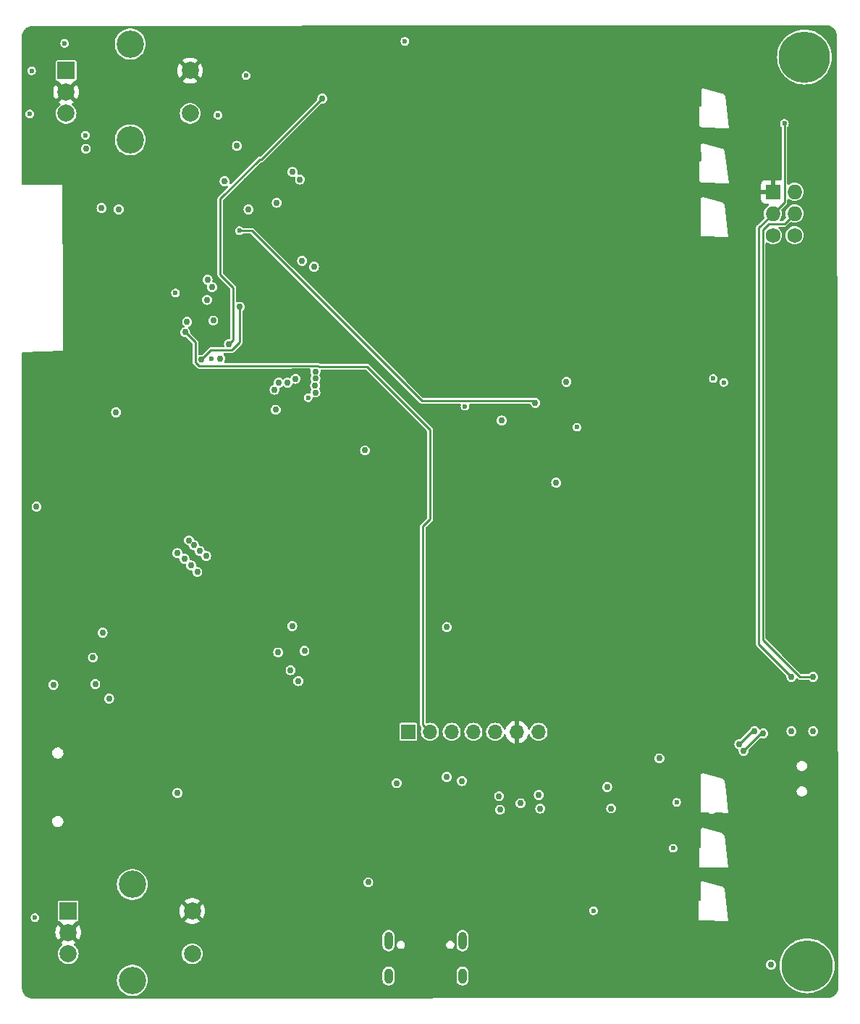
<source format=gbr>
%TF.GenerationSoftware,KiCad,Pcbnew,7.0.7*%
%TF.CreationDate,2023-12-10T19:04:42-06:00*%
%TF.ProjectId,ProjectNeoRogue,50726f6a-6563-4744-9e65-6f526f677565,v1*%
%TF.SameCoordinates,Original*%
%TF.FileFunction,Copper,L2,Inr*%
%TF.FilePolarity,Positive*%
%FSLAX46Y46*%
G04 Gerber Fmt 4.6, Leading zero omitted, Abs format (unit mm)*
G04 Created by KiCad (PCBNEW 7.0.7) date 2023-12-10 19:04:42*
%MOMM*%
%LPD*%
G01*
G04 APERTURE LIST*
%TA.AperFunction,ComponentPad*%
%ADD10O,1.727200X1.727200*%
%TD*%
%TA.AperFunction,ComponentPad*%
%ADD11R,1.727200X1.727200*%
%TD*%
%TA.AperFunction,ComponentPad*%
%ADD12C,1.727200*%
%TD*%
%TA.AperFunction,ComponentPad*%
%ADD13R,1.700000X1.700000*%
%TD*%
%TA.AperFunction,ComponentPad*%
%ADD14O,1.700000X1.700000*%
%TD*%
%TA.AperFunction,ComponentPad*%
%ADD15C,6.000000*%
%TD*%
%TA.AperFunction,ComponentPad*%
%ADD16R,2.000000X2.000000*%
%TD*%
%TA.AperFunction,ComponentPad*%
%ADD17C,2.000000*%
%TD*%
%TA.AperFunction,ComponentPad*%
%ADD18C,3.200000*%
%TD*%
%TA.AperFunction,ComponentPad*%
%ADD19O,1.000000X1.800000*%
%TD*%
%TA.AperFunction,ComponentPad*%
%ADD20O,1.000000X2.100000*%
%TD*%
%TA.AperFunction,ViaPad*%
%ADD21C,0.600000*%
%TD*%
%TA.AperFunction,ViaPad*%
%ADD22C,0.750000*%
%TD*%
%TA.AperFunction,Conductor*%
%ADD23C,0.250000*%
%TD*%
G04 APERTURE END LIST*
D10*
%TO.N,VCC*%
%TO.C,X1*%
X213220000Y-65250000D03*
D11*
%TO.N,GND*%
X210680000Y-65250000D03*
D10*
%TO.N,IO06*%
X213220000Y-67790000D03*
%TO.N,IO07*%
X210680000Y-67790000D03*
D12*
%TO.N,Net-(JP2-B)*%
X213220000Y-70330000D03*
%TO.N,Net-(JP3-A)*%
X210680000Y-70330000D03*
%TD*%
D13*
%TO.N,unconnected-(J7-Pin_1-Pad1)*%
%TO.C,J7*%
X168040000Y-128340000D03*
D14*
%TO.N,IO02*%
X170580000Y-128340000D03*
%TO.N,IO01*%
X173120000Y-128340000D03*
%TO.N,IO08*%
X175660000Y-128340000D03*
%TO.N,IO09*%
X178200000Y-128340000D03*
%TO.N,GND*%
X180740000Y-128340000D03*
%TO.N,VCC*%
X183280000Y-128340000D03*
%TD*%
D15*
%TO.N,*%
%TO.C,REF\u002A\u002A*%
X214370000Y-49510000D03*
%TD*%
%TO.N,*%
%TO.C,REF\u002A\u002A*%
X214690000Y-155670000D03*
%TD*%
D16*
%TO.N,IO04*%
%TO.C,SW9*%
X128020000Y-51080000D03*
D17*
%TO.N,IO05*%
X128020000Y-56080000D03*
%TO.N,GND*%
X128020000Y-53580000D03*
D18*
%TO.N,N/C*%
X135520000Y-47980000D03*
X135520000Y-59180000D03*
D17*
%TO.N,IO20*%
X142520000Y-56080000D03*
%TO.N,GND*%
X142520000Y-51080000D03*
%TD*%
D16*
%TO.N,IO16*%
%TO.C,SW10*%
X128270000Y-149270000D03*
D17*
%TO.N,IO17*%
X128270000Y-154270000D03*
%TO.N,GND*%
X128270000Y-151770000D03*
D18*
%TO.N,N/C*%
X135770000Y-146170000D03*
X135770000Y-157370000D03*
D17*
%TO.N,IO19*%
X142770000Y-154270000D03*
%TO.N,GND*%
X142770000Y-149270000D03*
%TD*%
D19*
%TO.N,Net-(J8-SHIELD)*%
%TO.C,J8*%
X174380000Y-156880000D03*
D20*
X174380000Y-152730000D03*
D19*
X165740000Y-156880000D03*
D20*
X165740000Y-152730000D03*
%TD*%
D21*
%TO.N,GND*%
X205460000Y-128620000D03*
X205040000Y-131130000D03*
D22*
X158750000Y-60706000D03*
D21*
X167630000Y-53040000D03*
D22*
X164338000Y-113792000D03*
X131190000Y-107900000D03*
X174510000Y-139670000D03*
X187780000Y-128620000D03*
X155350000Y-82440000D03*
X171150000Y-143550000D03*
X194890000Y-156280000D03*
X164010000Y-137530000D03*
X152210000Y-122910000D03*
X151710000Y-107520000D03*
X166080000Y-124450000D03*
X191880000Y-95300000D03*
X128810000Y-101550000D03*
X182520000Y-142482000D03*
X167760000Y-117430000D03*
X157230000Y-113550000D03*
X149098000Y-64008000D03*
X149830000Y-83620000D03*
X186330000Y-130960000D03*
X179500000Y-111910000D03*
X210660000Y-63300000D03*
X161600000Y-110090000D03*
X162970000Y-148030000D03*
X135410000Y-115700000D03*
X167450000Y-88759500D03*
X168000000Y-143430000D03*
X186409000Y-138164000D03*
X127230000Y-61560000D03*
X141130000Y-137110000D03*
D21*
X138460000Y-61660000D03*
D22*
X142240000Y-119126000D03*
X175170000Y-143240000D03*
%TO.N,VBUS*%
X191300000Y-134785000D03*
X191770000Y-137287000D03*
%TO.N,VCC*%
X174315901Y-134084108D03*
X178970000Y-91970000D03*
X183300000Y-135710000D03*
X183480000Y-137300000D03*
X166680000Y-134330000D03*
X185340000Y-99240000D03*
X126540000Y-122840000D03*
X141040000Y-135480000D03*
X181176600Y-136690800D03*
D21*
X149070000Y-51660000D03*
D22*
X197410000Y-131440000D03*
X163370000Y-145920000D03*
D21*
X127850000Y-47900000D03*
D22*
X212852000Y-128270000D03*
D21*
X130290000Y-58650000D03*
D22*
X162980000Y-95460000D03*
X215392000Y-128270000D03*
X178660000Y-135850000D03*
X148000000Y-59890000D03*
X172540000Y-133610000D03*
X172550000Y-116110000D03*
X130330000Y-60220000D03*
X210470000Y-155560000D03*
X178770000Y-137450000D03*
D21*
X124380000Y-150040000D03*
%TO.N,Net-(D6-A)*%
X203720000Y-87060000D03*
X199430000Y-136570000D03*
%TO.N,IO18*%
X156320000Y-89313396D03*
%TO.N,Net-(D7-A)*%
X199010000Y-141940000D03*
X204940000Y-87520000D03*
D22*
%TO.N,USB_TX_ESP_RX*%
X133860000Y-91010000D03*
X124560500Y-102030000D03*
D21*
%TO.N,Boot*%
X140820000Y-77060000D03*
X167650000Y-47670000D03*
D22*
%TO.N,IO15*%
X145229500Y-80295378D03*
D21*
X189710000Y-149230000D03*
D22*
X146054363Y-84710000D03*
D21*
X187770000Y-92750000D03*
D22*
%TO.N,IO05*%
X134180000Y-67300000D03*
D21*
X123780000Y-56140000D03*
D22*
%TO.N,IO04*%
X132175000Y-67145000D03*
D21*
X123990000Y-51110000D03*
D22*
%TO.N,IO10*%
X152659466Y-66530534D03*
X155380000Y-63810000D03*
%TO.N,IO14*%
X157181126Y-88688896D03*
X152400000Y-88360000D03*
%TO.N,IO13*%
X152894624Y-87549505D03*
X157150000Y-87890000D03*
%TO.N,IO12*%
X153924000Y-87539396D03*
X157190000Y-87060000D03*
%TO.N,IO11*%
X154866861Y-87089396D03*
X157190000Y-86260000D03*
%TO.N,IO37*%
X141040000Y-107459000D03*
X142388581Y-105961403D03*
%TO.N,IO36*%
X142953589Y-106526411D03*
X141866666Y-108121401D03*
%TO.N,IO35*%
X142650000Y-108900000D03*
X143643589Y-107216411D03*
%TO.N,IO16*%
X144500500Y-77865453D03*
D21*
X144980000Y-84740000D03*
D22*
X155180000Y-122410000D03*
X155900000Y-118880000D03*
%TO.N,IO17*%
X152540000Y-90714500D03*
X154470000Y-115980000D03*
X144560500Y-75522774D03*
X154279432Y-121139419D03*
D21*
%TO.N,IO08*%
X174677775Y-90300000D03*
D22*
X155620500Y-73310500D03*
D21*
%TO.N,IO09*%
X148310000Y-69800000D03*
D22*
X182900378Y-89910378D03*
%TO.N,IO02*%
X141947976Y-81650897D03*
%TO.N,IO01*%
X142170000Y-80440000D03*
X157019500Y-74010000D03*
X186539622Y-87450378D03*
%TO.N,IO19*%
X145085500Y-76400000D03*
X152830000Y-119060000D03*
%TO.N,IO47*%
X132297567Y-116752399D03*
X148340000Y-78670000D03*
X143830500Y-84868161D03*
X143370000Y-109670000D03*
X131430000Y-122760000D03*
X144396855Y-107794465D03*
X133049500Y-124460000D03*
X131160000Y-119670000D03*
%TO.N,IO06*%
X215392000Y-121920000D03*
X209550000Y-128524000D03*
X207264000Y-130556000D03*
D21*
%TO.N,IO07*%
X212030000Y-57260000D03*
D22*
X206756000Y-129794000D03*
X208534000Y-128270000D03*
X212852000Y-121920000D03*
%TO.N,IO20*%
X146558000Y-64008000D03*
D21*
X145780000Y-56290000D03*
D22*
%TO.N,IO45*%
X147066000Y-83058000D03*
X157988000Y-54356000D03*
%TO.N,IO46*%
X149352000Y-67310000D03*
X154502000Y-62922000D03*
%TD*%
D23*
%TO.N,IO02*%
X169757211Y-127517211D02*
X170580000Y-128340000D01*
X169757211Y-104312789D02*
X169757211Y-127517211D01*
X170610000Y-103460000D02*
X169757211Y-104312789D01*
X170610000Y-93079950D02*
X170610000Y-103460000D01*
X163220050Y-85690000D02*
X170610000Y-93079950D01*
X157609950Y-85690000D02*
X163220050Y-85690000D01*
X157479950Y-85560000D02*
X157609950Y-85690000D01*
X154370050Y-85560000D02*
X157479950Y-85560000D01*
X154361889Y-85568161D02*
X154370050Y-85560000D01*
X143540550Y-85568161D02*
X154361889Y-85568161D01*
X141947976Y-81650897D02*
X143130500Y-82833421D01*
X143130500Y-82833421D02*
X143130500Y-85158111D01*
X143130500Y-85158111D02*
X143540550Y-85568161D01*
%TO.N,IO45*%
X150890000Y-61454000D02*
X157988000Y-54356000D01*
X150662050Y-61454000D02*
X150890000Y-61454000D01*
X146060000Y-66056050D02*
X150662050Y-61454000D01*
X146060000Y-74940000D02*
X146060000Y-66056050D01*
X147574000Y-76454000D02*
X146060000Y-74940000D01*
X147574000Y-82550000D02*
X147574000Y-76454000D01*
X147066000Y-83058000D02*
X147574000Y-82550000D01*
%TO.N,GND*%
X210680000Y-63320000D02*
X210660000Y-63300000D01*
X210680000Y-65250000D02*
X210680000Y-63320000D01*
%TO.N,IO09*%
X169624950Y-89675000D02*
X149749950Y-69800000D01*
X149749950Y-69800000D02*
X148310000Y-69800000D01*
X182665000Y-89675000D02*
X169624950Y-89675000D01*
X182900378Y-89910378D02*
X182665000Y-89675000D01*
%TO.N,IO47*%
X147355950Y-83758000D02*
X148340000Y-82773950D01*
X144940661Y-83758000D02*
X147355950Y-83758000D01*
X148340000Y-82773950D02*
X148340000Y-78670000D01*
X143830500Y-84868161D02*
X144940661Y-83758000D01*
%TO.N,IO06*%
X213470000Y-121548050D02*
X209491400Y-117569450D01*
X212031400Y-68978600D02*
X213220000Y-67790000D01*
X207264000Y-130556000D02*
X209296000Y-128524000D01*
X210187665Y-68978600D02*
X212031400Y-68978600D01*
X209296000Y-128524000D02*
X209550000Y-128524000D01*
X209491400Y-117569450D02*
X209491400Y-69674865D01*
X215392000Y-121920000D02*
X213830000Y-121920000D01*
X213470000Y-121560000D02*
X213470000Y-121548050D01*
X213830000Y-121920000D02*
X213470000Y-121560000D01*
X209491400Y-69674865D02*
X210187665Y-68978600D01*
%TO.N,IO07*%
X208280000Y-128270000D02*
X208534000Y-128270000D01*
X212852000Y-121920000D02*
X209041400Y-118109400D01*
X209041400Y-69428600D02*
X210680000Y-67790000D01*
X209041400Y-118109400D02*
X209041400Y-69428600D01*
X206756000Y-129794000D02*
X208280000Y-128270000D01*
X212030000Y-66440000D02*
X212030000Y-57260000D01*
X210680000Y-67790000D02*
X212030000Y-66440000D01*
%TO.N,IO20*%
X146812000Y-64008000D02*
X146558000Y-64008000D01*
%TD*%
%TA.AperFunction,Conductor*%
%TO.N,GND*%
G36*
X216918577Y-45774577D02*
G01*
X216932388Y-45775663D01*
X216973067Y-45778865D01*
X217110390Y-45790882D01*
X217128515Y-45793834D01*
X217207736Y-45812854D01*
X217278784Y-45831892D01*
X217316310Y-45841948D01*
X217323998Y-45844558D01*
X217409344Y-45879910D01*
X217506508Y-45925219D01*
X217512700Y-45928546D01*
X217592178Y-45977250D01*
X217595282Y-45979286D01*
X217655325Y-46021329D01*
X217680370Y-46038866D01*
X217685068Y-46042503D01*
X217723575Y-46075391D01*
X217756537Y-46103543D01*
X217760113Y-46106849D01*
X217833149Y-46179885D01*
X217836455Y-46183461D01*
X217897488Y-46254921D01*
X217901132Y-46259628D01*
X217960697Y-46344693D01*
X217962758Y-46347838D01*
X217983512Y-46381703D01*
X218011449Y-46427292D01*
X218014779Y-46433489D01*
X218060089Y-46530655D01*
X218095440Y-46616000D01*
X218098050Y-46623687D01*
X218127146Y-46732268D01*
X218146164Y-46811482D01*
X218149118Y-46829621D01*
X218161137Y-46966976D01*
X218165426Y-47021458D01*
X218165617Y-47026326D01*
X218165617Y-47074860D01*
X218165700Y-47075627D01*
X218345612Y-158183624D01*
X218345421Y-158188591D01*
X218341137Y-158243021D01*
X218329118Y-158380377D01*
X218326164Y-158398516D01*
X218307146Y-158477731D01*
X218278050Y-158586311D01*
X218275441Y-158593997D01*
X218240089Y-158679344D01*
X218194779Y-158776509D01*
X218191449Y-158782706D01*
X218142774Y-158862137D01*
X218140697Y-158865305D01*
X218081132Y-158950370D01*
X218077488Y-158955077D01*
X218016455Y-159026537D01*
X218013149Y-159030113D01*
X217940113Y-159103149D01*
X217936537Y-159106455D01*
X217865077Y-159167488D01*
X217860370Y-159171132D01*
X217775305Y-159230697D01*
X217772137Y-159232774D01*
X217692706Y-159281449D01*
X217686509Y-159284779D01*
X217589344Y-159330089D01*
X217503997Y-159365441D01*
X217496311Y-159368050D01*
X217387731Y-159397146D01*
X217308516Y-159416164D01*
X217290377Y-159419118D01*
X217153022Y-159431137D01*
X217098523Y-159435427D01*
X217093698Y-159435618D01*
X124112460Y-159499497D01*
X124107552Y-159499306D01*
X124053029Y-159495015D01*
X123915737Y-159483004D01*
X123897597Y-159480050D01*
X123818390Y-159461034D01*
X123709800Y-159431937D01*
X123702112Y-159429327D01*
X123616774Y-159393979D01*
X123591489Y-159382188D01*
X123519598Y-159348665D01*
X123513406Y-159345338D01*
X123471281Y-159319524D01*
X123433964Y-159296655D01*
X123430802Y-159294582D01*
X123345745Y-159235025D01*
X123341038Y-159231380D01*
X123269569Y-159170340D01*
X123265993Y-159167034D01*
X123192964Y-159094005D01*
X123189658Y-159090429D01*
X123128618Y-159018960D01*
X123124979Y-159014260D01*
X123065411Y-158929189D01*
X123063354Y-158926052D01*
X123014657Y-158846585D01*
X123011340Y-158840414D01*
X122966025Y-158743238D01*
X122930666Y-158657872D01*
X122928061Y-158650197D01*
X122913002Y-158593997D01*
X122898970Y-158541631D01*
X122879944Y-158462383D01*
X122876996Y-158444279D01*
X122864985Y-158306994D01*
X122860689Y-158252412D01*
X122860499Y-158247579D01*
X122860497Y-158243021D01*
X122860104Y-157370004D01*
X133961242Y-157370004D01*
X133981443Y-157639578D01*
X134032526Y-157863387D01*
X134041600Y-157903141D01*
X134140365Y-158154791D01*
X134275534Y-158388910D01*
X134397297Y-158541595D01*
X134444090Y-158600272D01*
X134598149Y-158743217D01*
X134642258Y-158784144D01*
X134865621Y-158936430D01*
X135109186Y-159053725D01*
X135367513Y-159133409D01*
X135367514Y-159133409D01*
X135367517Y-159133410D01*
X135634823Y-159173699D01*
X135634828Y-159173699D01*
X135634831Y-159173700D01*
X135634832Y-159173700D01*
X135905168Y-159173700D01*
X135905169Y-159173700D01*
X135949396Y-159167034D01*
X136172482Y-159133410D01*
X136172483Y-159133409D01*
X136172487Y-159133409D01*
X136430814Y-159053725D01*
X136674379Y-158936430D01*
X136897742Y-158784144D01*
X137095913Y-158600268D01*
X137264466Y-158388910D01*
X137399635Y-158154791D01*
X137498400Y-157903141D01*
X137558556Y-157639581D01*
X137578221Y-157377166D01*
X137578758Y-157370004D01*
X137578758Y-157369995D01*
X137575204Y-157322565D01*
X165036300Y-157322565D01*
X165051729Y-157449642D01*
X165112329Y-157609428D01*
X165200378Y-157736988D01*
X165209405Y-157750066D01*
X165337317Y-157863387D01*
X165488632Y-157942803D01*
X165654555Y-157983700D01*
X165654556Y-157983700D01*
X165825444Y-157983700D01*
X165825445Y-157983700D01*
X165991368Y-157942803D01*
X166142683Y-157863387D01*
X166270595Y-157750066D01*
X166367671Y-157609427D01*
X166428270Y-157449643D01*
X166443700Y-157322565D01*
X173676300Y-157322565D01*
X173691729Y-157449642D01*
X173752329Y-157609428D01*
X173840378Y-157736988D01*
X173849405Y-157750066D01*
X173977317Y-157863387D01*
X174128632Y-157942803D01*
X174294555Y-157983700D01*
X174294556Y-157983700D01*
X174465444Y-157983700D01*
X174465445Y-157983700D01*
X174631368Y-157942803D01*
X174782683Y-157863387D01*
X174910595Y-157750066D01*
X175007671Y-157609427D01*
X175068270Y-157449643D01*
X175083700Y-157322563D01*
X175083700Y-156437437D01*
X175077213Y-156384014D01*
X175068270Y-156310357D01*
X175007670Y-156150571D01*
X174948945Y-156065494D01*
X174910595Y-156009934D01*
X174782683Y-155896613D01*
X174631368Y-155817197D01*
X174631367Y-155817196D01*
X174631366Y-155817196D01*
X174519718Y-155789677D01*
X174465445Y-155776300D01*
X174294555Y-155776300D01*
X174253658Y-155786380D01*
X174128633Y-155817196D01*
X173977318Y-155896612D01*
X173849405Y-156009933D01*
X173849403Y-156009936D01*
X173752329Y-156150571D01*
X173691729Y-156310357D01*
X173676300Y-156437434D01*
X173676300Y-157322565D01*
X166443700Y-157322565D01*
X166443700Y-157322563D01*
X166443700Y-156437437D01*
X166437213Y-156384014D01*
X166428270Y-156310357D01*
X166367670Y-156150571D01*
X166308945Y-156065494D01*
X166270595Y-156009934D01*
X166142683Y-155896613D01*
X165991368Y-155817197D01*
X165991367Y-155817196D01*
X165991366Y-155817196D01*
X165879718Y-155789677D01*
X165825445Y-155776300D01*
X165654555Y-155776300D01*
X165613658Y-155786380D01*
X165488633Y-155817196D01*
X165337318Y-155896612D01*
X165209405Y-156009933D01*
X165209403Y-156009936D01*
X165112329Y-156150571D01*
X165051729Y-156310357D01*
X165036300Y-156437434D01*
X165036300Y-157322565D01*
X137575204Y-157322565D01*
X137558556Y-157100421D01*
X137549838Y-157062224D01*
X137498400Y-156836859D01*
X137399635Y-156585209D01*
X137264466Y-156351090D01*
X137095913Y-156139732D01*
X137095912Y-156139731D01*
X137095909Y-156139727D01*
X136897742Y-155955856D01*
X136810847Y-155896612D01*
X136674379Y-155803570D01*
X136674376Y-155803569D01*
X136674374Y-155803567D01*
X136430814Y-155686275D01*
X136172488Y-155606591D01*
X136172482Y-155606589D01*
X135905176Y-155566300D01*
X135905169Y-155566300D01*
X135634831Y-155566300D01*
X135634823Y-155566300D01*
X135367517Y-155606589D01*
X135367511Y-155606591D01*
X135109185Y-155686275D01*
X134865625Y-155803567D01*
X134642257Y-155955856D01*
X134444090Y-156139727D01*
X134275534Y-156351090D01*
X134140365Y-156585208D01*
X134041602Y-156836853D01*
X134041597Y-156836870D01*
X133981443Y-157100421D01*
X133961242Y-157369995D01*
X133961242Y-157370004D01*
X122860104Y-157370004D01*
X122859289Y-155560000D01*
X209886306Y-155560000D01*
X209887136Y-155566300D01*
X209906195Y-155711070D01*
X209906196Y-155711074D01*
X209964504Y-155851844D01*
X209964505Y-155851846D01*
X209964506Y-155851847D01*
X210057266Y-155972734D01*
X210178153Y-156065494D01*
X210318929Y-156123805D01*
X210470000Y-156143694D01*
X210621071Y-156123805D01*
X210761847Y-156065494D01*
X210882734Y-155972734D01*
X210975494Y-155851847D01*
X211033805Y-155711071D01*
X211039212Y-155669999D01*
X211481252Y-155669999D01*
X211501427Y-156029261D01*
X211501429Y-156029273D01*
X211561701Y-156384010D01*
X211561703Y-156384019D01*
X211661314Y-156729776D01*
X211799014Y-157062217D01*
X211799016Y-157062221D01*
X211973077Y-157377161D01*
X211973080Y-157377166D01*
X212181297Y-157670618D01*
X212181303Y-157670626D01*
X212421071Y-157938925D01*
X212421074Y-157938928D01*
X212689373Y-158178696D01*
X212689381Y-158178702D01*
X212982833Y-158386919D01*
X212982838Y-158386922D01*
X212982841Y-158386923D01*
X212982843Y-158386925D01*
X213149336Y-158478942D01*
X213297778Y-158560983D01*
X213297782Y-158560985D01*
X213377481Y-158593997D01*
X213630218Y-158698684D01*
X213975986Y-158798298D01*
X214330734Y-158858572D01*
X214690000Y-158878748D01*
X215049266Y-158858572D01*
X215404014Y-158798298D01*
X215749782Y-158698684D01*
X216082224Y-158560982D01*
X216397157Y-158386925D01*
X216397162Y-158386921D01*
X216397166Y-158386919D01*
X216510057Y-158306818D01*
X216690622Y-158178700D01*
X216958927Y-157938927D01*
X217198700Y-157670622D01*
X217406925Y-157377157D01*
X217580982Y-157062224D01*
X217718684Y-156729782D01*
X217818298Y-156384014D01*
X217878572Y-156029266D01*
X217898748Y-155670000D01*
X217878572Y-155310734D01*
X217818298Y-154955986D01*
X217718684Y-154610218D01*
X217625679Y-154385686D01*
X217580985Y-154277782D01*
X217580983Y-154277778D01*
X217576684Y-154269999D01*
X217406925Y-153962843D01*
X217406923Y-153962841D01*
X217406922Y-153962838D01*
X217406919Y-153962833D01*
X217198702Y-153669381D01*
X217198696Y-153669373D01*
X216958928Y-153401074D01*
X216958925Y-153401071D01*
X216690626Y-153161303D01*
X216690618Y-153161297D01*
X216397166Y-152953080D01*
X216397161Y-152953077D01*
X216082221Y-152779016D01*
X216082217Y-152779014D01*
X215851509Y-152683452D01*
X215749782Y-152641316D01*
X215749778Y-152641314D01*
X215749776Y-152641314D01*
X215404019Y-152541703D01*
X215404010Y-152541701D01*
X215049273Y-152481429D01*
X215049261Y-152481427D01*
X214690000Y-152461252D01*
X214330738Y-152481427D01*
X214330726Y-152481429D01*
X213975989Y-152541701D01*
X213975980Y-152541703D01*
X213630223Y-152641314D01*
X213297782Y-152779014D01*
X213297778Y-152779016D01*
X212982838Y-152953077D01*
X212982833Y-152953080D01*
X212689381Y-153161297D01*
X212689373Y-153161303D01*
X212421074Y-153401071D01*
X212421071Y-153401074D01*
X212181303Y-153669373D01*
X212181297Y-153669381D01*
X211973080Y-153962833D01*
X211973077Y-153962838D01*
X211799016Y-154277778D01*
X211799014Y-154277782D01*
X211661314Y-154610223D01*
X211561703Y-154955980D01*
X211561701Y-154955989D01*
X211501429Y-155310726D01*
X211501427Y-155310738D01*
X211481252Y-155669999D01*
X211039212Y-155669999D01*
X211053694Y-155560000D01*
X211033805Y-155408929D01*
X210975494Y-155268153D01*
X210882734Y-155147266D01*
X210761847Y-155054506D01*
X210761846Y-155054505D01*
X210761844Y-155054504D01*
X210621074Y-154996196D01*
X210621072Y-154996195D01*
X210621071Y-154996195D01*
X210470000Y-154976306D01*
X210318929Y-154996195D01*
X210318925Y-154996196D01*
X210178155Y-155054504D01*
X210057266Y-155147266D01*
X209964504Y-155268155D01*
X209906196Y-155408925D01*
X209906195Y-155408929D01*
X209886306Y-155560000D01*
X122859289Y-155560000D01*
X122857584Y-151770005D01*
X126764858Y-151770005D01*
X126785385Y-152017729D01*
X126785387Y-152017738D01*
X126846412Y-152258717D01*
X126946266Y-152486364D01*
X127046564Y-152639882D01*
X127661050Y-152025395D01*
X127722373Y-151991910D01*
X127792064Y-151996894D01*
X127847998Y-152038765D01*
X127853039Y-152046025D01*
X127853048Y-152046039D01*
X127888239Y-152100798D01*
X128003602Y-152200759D01*
X128001293Y-152203422D01*
X128036006Y-152243499D01*
X128045935Y-152312660D01*
X128016898Y-152376210D01*
X128010882Y-152382669D01*
X127399942Y-152993609D01*
X127446768Y-153030055D01*
X127446770Y-153030056D01*
X127546353Y-153083948D01*
X127595944Y-153133168D01*
X127611052Y-153201384D01*
X127586882Y-153266940D01*
X127552615Y-153298429D01*
X127541501Y-153305310D01*
X127541500Y-153305311D01*
X127376645Y-153455595D01*
X127242210Y-153633616D01*
X127242205Y-153633624D01*
X127142775Y-153833306D01*
X127081725Y-154047877D01*
X127061143Y-154269999D01*
X127061143Y-154270000D01*
X127081725Y-154492122D01*
X127142775Y-154706693D01*
X127242205Y-154906375D01*
X127242210Y-154906383D01*
X127376645Y-155084404D01*
X127541500Y-155234688D01*
X127541502Y-155234690D01*
X127731162Y-155352122D01*
X127731168Y-155352125D01*
X127760216Y-155363378D01*
X127939181Y-155432710D01*
X128158461Y-155473700D01*
X128158464Y-155473700D01*
X128381536Y-155473700D01*
X128381539Y-155473700D01*
X128600819Y-155432710D01*
X128808834Y-155352124D01*
X128998499Y-155234689D01*
X129163356Y-155084402D01*
X129297791Y-154906381D01*
X129397226Y-154706690D01*
X129458274Y-154492127D01*
X129478857Y-154270000D01*
X141561143Y-154270000D01*
X141581725Y-154492122D01*
X141642775Y-154706693D01*
X141742205Y-154906375D01*
X141742210Y-154906383D01*
X141876645Y-155084404D01*
X142041500Y-155234688D01*
X142041502Y-155234690D01*
X142231162Y-155352122D01*
X142231168Y-155352125D01*
X142260216Y-155363378D01*
X142439181Y-155432710D01*
X142658461Y-155473700D01*
X142658464Y-155473700D01*
X142881536Y-155473700D01*
X142881539Y-155473700D01*
X143100819Y-155432710D01*
X143308834Y-155352124D01*
X143498499Y-155234689D01*
X143663356Y-155084402D01*
X143797791Y-154906381D01*
X143897226Y-154706690D01*
X143958274Y-154492127D01*
X143978857Y-154270000D01*
X143958274Y-154047873D01*
X143897226Y-153833310D01*
X143833584Y-153705500D01*
X143797794Y-153633624D01*
X143797789Y-153633616D01*
X143663354Y-153455595D01*
X143517426Y-153322565D01*
X165036300Y-153322565D01*
X165051729Y-153449642D01*
X165112329Y-153609428D01*
X165178643Y-153705500D01*
X165209405Y-153750066D01*
X165337317Y-153863387D01*
X165488632Y-153942803D01*
X165654555Y-153983700D01*
X165654556Y-153983700D01*
X165825444Y-153983700D01*
X165825445Y-153983700D01*
X165991368Y-153942803D01*
X166142683Y-153863387D01*
X166270595Y-153750066D01*
X166367671Y-153609427D01*
X166428270Y-153449643D01*
X166443700Y-153322563D01*
X166443700Y-153298367D01*
X166694500Y-153298367D01*
X166733021Y-153429559D01*
X166733020Y-153429559D01*
X166806942Y-153544586D01*
X166806946Y-153544590D01*
X166910278Y-153634127D01*
X166910285Y-153634132D01*
X166987453Y-153669373D01*
X167034658Y-153690931D01*
X167135989Y-153705500D01*
X167135992Y-153705500D01*
X167204008Y-153705500D01*
X167204011Y-153705500D01*
X167305342Y-153690931D01*
X167429718Y-153634130D01*
X167533055Y-153544589D01*
X167606978Y-153429561D01*
X167645500Y-153298367D01*
X172474500Y-153298367D01*
X172513021Y-153429559D01*
X172513020Y-153429559D01*
X172586942Y-153544586D01*
X172586946Y-153544590D01*
X172690278Y-153634127D01*
X172690285Y-153634132D01*
X172767453Y-153669373D01*
X172814658Y-153690931D01*
X172915989Y-153705500D01*
X172915992Y-153705500D01*
X172984008Y-153705500D01*
X172984011Y-153705500D01*
X173085342Y-153690931D01*
X173209718Y-153634130D01*
X173313055Y-153544589D01*
X173386978Y-153429561D01*
X173418395Y-153322565D01*
X173676300Y-153322565D01*
X173691729Y-153449642D01*
X173752329Y-153609428D01*
X173818643Y-153705500D01*
X173849405Y-153750066D01*
X173977317Y-153863387D01*
X174128632Y-153942803D01*
X174294555Y-153983700D01*
X174294556Y-153983700D01*
X174465444Y-153983700D01*
X174465445Y-153983700D01*
X174631368Y-153942803D01*
X174782683Y-153863387D01*
X174910595Y-153750066D01*
X175007671Y-153609427D01*
X175068270Y-153449643D01*
X175083700Y-153322563D01*
X175083700Y-152137437D01*
X175079251Y-152100798D01*
X175068270Y-152010357D01*
X175007670Y-151850571D01*
X174910596Y-151709936D01*
X174910594Y-151709933D01*
X174894124Y-151695341D01*
X174782683Y-151596613D01*
X174631368Y-151517197D01*
X174631367Y-151517196D01*
X174631366Y-151517196D01*
X174519718Y-151489677D01*
X174465445Y-151476300D01*
X174294555Y-151476300D01*
X174253658Y-151486380D01*
X174128633Y-151517196D01*
X173977318Y-151596612D01*
X173849405Y-151709933D01*
X173849403Y-151709936D01*
X173752329Y-151850571D01*
X173691729Y-152010357D01*
X173676300Y-152137434D01*
X173676300Y-153322565D01*
X173418395Y-153322565D01*
X173425500Y-153298367D01*
X173425500Y-153161633D01*
X173425402Y-153161300D01*
X173386978Y-153030440D01*
X173386979Y-153030440D01*
X173313057Y-152915413D01*
X173313053Y-152915409D01*
X173209721Y-152825872D01*
X173209714Y-152825867D01*
X173085345Y-152769070D01*
X173085343Y-152769069D01*
X173085342Y-152769069D01*
X173085337Y-152769068D01*
X173085336Y-152769068D01*
X172984011Y-152754500D01*
X172915989Y-152754500D01*
X172915988Y-152754500D01*
X172814663Y-152769068D01*
X172814654Y-152769070D01*
X172690285Y-152825867D01*
X172690278Y-152825872D01*
X172586946Y-152915409D01*
X172586942Y-152915413D01*
X172513021Y-153030440D01*
X172474500Y-153161632D01*
X172474500Y-153298367D01*
X167645500Y-153298367D01*
X167645500Y-153161633D01*
X167645402Y-153161300D01*
X167606978Y-153030440D01*
X167606979Y-153030440D01*
X167533057Y-152915413D01*
X167533053Y-152915409D01*
X167429721Y-152825872D01*
X167429714Y-152825867D01*
X167305345Y-152769070D01*
X167305343Y-152769069D01*
X167305342Y-152769069D01*
X167305337Y-152769068D01*
X167305336Y-152769068D01*
X167204011Y-152754500D01*
X167135989Y-152754500D01*
X167135988Y-152754500D01*
X167034663Y-152769068D01*
X167034654Y-152769070D01*
X166910285Y-152825867D01*
X166910278Y-152825872D01*
X166806946Y-152915409D01*
X166806942Y-152915413D01*
X166733021Y-153030440D01*
X166694500Y-153161632D01*
X166694500Y-153298367D01*
X166443700Y-153298367D01*
X166443700Y-152137437D01*
X166439251Y-152100798D01*
X166428270Y-152010357D01*
X166367670Y-151850571D01*
X166270596Y-151709936D01*
X166270594Y-151709933D01*
X166254124Y-151695341D01*
X166142683Y-151596613D01*
X165991368Y-151517197D01*
X165991367Y-151517196D01*
X165991366Y-151517196D01*
X165879718Y-151489677D01*
X165825445Y-151476300D01*
X165654555Y-151476300D01*
X165613658Y-151486380D01*
X165488633Y-151517196D01*
X165337318Y-151596612D01*
X165209405Y-151709933D01*
X165209403Y-151709936D01*
X165112329Y-151850571D01*
X165051729Y-152010357D01*
X165036300Y-152137434D01*
X165036300Y-153322565D01*
X143517426Y-153322565D01*
X143498499Y-153305311D01*
X143498497Y-153305309D01*
X143308837Y-153187877D01*
X143308831Y-153187874D01*
X143167617Y-153133168D01*
X143100819Y-153107290D01*
X142881539Y-153066300D01*
X142658461Y-153066300D01*
X142439181Y-153107290D01*
X142389209Y-153126649D01*
X142231168Y-153187874D01*
X142231162Y-153187877D01*
X142041502Y-153305309D01*
X142041500Y-153305311D01*
X141876645Y-153455595D01*
X141742210Y-153633616D01*
X141742205Y-153633624D01*
X141642775Y-153833306D01*
X141581725Y-154047877D01*
X141561143Y-154269999D01*
X141561143Y-154270000D01*
X129478857Y-154270000D01*
X129458274Y-154047873D01*
X129397226Y-153833310D01*
X129333584Y-153705500D01*
X129297794Y-153633624D01*
X129297789Y-153633616D01*
X129163354Y-153455595D01*
X128998500Y-153305311D01*
X128987387Y-153298431D01*
X128940751Y-153246404D01*
X128929646Y-153177422D01*
X128957598Y-153113388D01*
X128993646Y-153083948D01*
X129093228Y-153030057D01*
X129093231Y-153030055D01*
X129140056Y-152993609D01*
X128529116Y-152382669D01*
X128495631Y-152321346D01*
X128500615Y-152251654D01*
X128537641Y-152202193D01*
X128536398Y-152200759D01*
X128543100Y-152194952D01*
X128651761Y-152100798D01*
X128686954Y-152046037D01*
X128739755Y-152000283D01*
X128808914Y-151990339D01*
X128872470Y-152019363D01*
X128878949Y-152025396D01*
X129493434Y-152639882D01*
X129593731Y-152486369D01*
X129693587Y-152258717D01*
X129754612Y-152017738D01*
X129754614Y-152017729D01*
X129775141Y-151770005D01*
X129775141Y-151769994D01*
X129754614Y-151522270D01*
X129754612Y-151522261D01*
X129693587Y-151281282D01*
X129593731Y-151053630D01*
X129493434Y-150900116D01*
X128878949Y-151514602D01*
X128817626Y-151548087D01*
X128747934Y-151543103D01*
X128692001Y-151501231D01*
X128686953Y-151493961D01*
X128651761Y-151439202D01*
X128536398Y-151339241D01*
X128538698Y-151336585D01*
X128503960Y-151296428D01*
X128494074Y-151227261D01*
X128523152Y-151163729D01*
X128529116Y-151157329D01*
X129176427Y-150510019D01*
X129237750Y-150476534D01*
X129264108Y-150473700D01*
X129290066Y-150473700D01*
X129349476Y-150461882D01*
X129349477Y-150461881D01*
X129349480Y-150461881D01*
X129416860Y-150416860D01*
X129461881Y-150349480D01*
X129468716Y-150315121D01*
X129473700Y-150290066D01*
X129473700Y-149270005D01*
X141264859Y-149270005D01*
X141285385Y-149517729D01*
X141285387Y-149517738D01*
X141346412Y-149758717D01*
X141446266Y-149986364D01*
X141546564Y-150139882D01*
X142161050Y-149525395D01*
X142222373Y-149491910D01*
X142292064Y-149496894D01*
X142347998Y-149538765D01*
X142353039Y-149546025D01*
X142353048Y-149546039D01*
X142388239Y-149600798D01*
X142503602Y-149700759D01*
X142501293Y-149703422D01*
X142536006Y-149743499D01*
X142545935Y-149812660D01*
X142516898Y-149876210D01*
X142510882Y-149882669D01*
X141899942Y-150493609D01*
X141946768Y-150530055D01*
X141946770Y-150530056D01*
X142165385Y-150648364D01*
X142165396Y-150648369D01*
X142400506Y-150729083D01*
X142645707Y-150770000D01*
X142894293Y-150770000D01*
X143139493Y-150729083D01*
X143374603Y-150648369D01*
X143374614Y-150648364D01*
X143593228Y-150530057D01*
X143593231Y-150530055D01*
X143640056Y-150493609D01*
X143029116Y-149882669D01*
X142995631Y-149821346D01*
X143000615Y-149751654D01*
X143037641Y-149702193D01*
X143036398Y-149700759D01*
X143043100Y-149694952D01*
X143151761Y-149600798D01*
X143186954Y-149546037D01*
X143239755Y-149500283D01*
X143308914Y-149490339D01*
X143372470Y-149519363D01*
X143378949Y-149525396D01*
X143993434Y-150139882D01*
X144093731Y-149986369D01*
X144193587Y-149758717D01*
X144254612Y-149517738D01*
X144254614Y-149517729D01*
X144275141Y-149270005D01*
X144275141Y-149269994D01*
X144271827Y-149230000D01*
X189201120Y-149230000D01*
X189221732Y-149373363D01*
X189221734Y-149373371D01*
X189281900Y-149505117D01*
X189281905Y-149505125D01*
X189376751Y-149614584D01*
X189376753Y-149614585D01*
X189376754Y-149614586D01*
X189498604Y-149692894D01*
X189498605Y-149692894D01*
X189498608Y-149692896D01*
X189637576Y-149733699D01*
X189637578Y-149733700D01*
X189637579Y-149733700D01*
X189782422Y-149733700D01*
X189782422Y-149733699D01*
X189843143Y-149715870D01*
X189921391Y-149692896D01*
X189921392Y-149692895D01*
X189921396Y-149692894D01*
X190043246Y-149614586D01*
X190043248Y-149614584D01*
X190138094Y-149505125D01*
X190138095Y-149505123D01*
X190138097Y-149505121D01*
X190140307Y-149500283D01*
X190151076Y-149476699D01*
X190198267Y-149373368D01*
X190218880Y-149230000D01*
X190198267Y-149086632D01*
X190178388Y-149043103D01*
X190138099Y-148954882D01*
X190138094Y-148954874D01*
X190082475Y-148890686D01*
X201969973Y-148890686D01*
X201970400Y-148897121D01*
X201970400Y-150388400D01*
X202186706Y-150388400D01*
X202224877Y-150399608D01*
X202249999Y-150399999D01*
X202250000Y-150400000D01*
X205460000Y-150450000D01*
X205010000Y-146700000D01*
X204800000Y-146420000D01*
X204748000Y-146420000D01*
X204680961Y-146400315D01*
X204673600Y-146395200D01*
X204640002Y-146370001D01*
X204639996Y-146369998D01*
X202450000Y-145779999D01*
X202240000Y-145909999D01*
X202239999Y-145909999D01*
X202244493Y-147927324D01*
X202224957Y-147994407D01*
X202172256Y-148040279D01*
X202120493Y-148051600D01*
X201970400Y-148051600D01*
X201970400Y-148879801D01*
X201969973Y-148890686D01*
X190082475Y-148890686D01*
X190043248Y-148845415D01*
X189954443Y-148788344D01*
X189921396Y-148767106D01*
X189921395Y-148767105D01*
X189921391Y-148767103D01*
X189782423Y-148726300D01*
X189782421Y-148726300D01*
X189637579Y-148726300D01*
X189637576Y-148726300D01*
X189498608Y-148767103D01*
X189376751Y-148845415D01*
X189281905Y-148954874D01*
X189281900Y-148954882D01*
X189221734Y-149086628D01*
X189221732Y-149086636D01*
X189201120Y-149230000D01*
X144271827Y-149230000D01*
X144254614Y-149022270D01*
X144254612Y-149022261D01*
X144193587Y-148781282D01*
X144093731Y-148553630D01*
X143993434Y-148400116D01*
X143378949Y-149014602D01*
X143317626Y-149048087D01*
X143247934Y-149043103D01*
X143192001Y-149001231D01*
X143186953Y-148993961D01*
X143151761Y-148939202D01*
X143092823Y-148888133D01*
X143043100Y-148845048D01*
X143043099Y-148845047D01*
X143036398Y-148839241D01*
X143038698Y-148836585D01*
X143003960Y-148796428D01*
X142994074Y-148727261D01*
X143023152Y-148663729D01*
X143029116Y-148657329D01*
X143640056Y-148046389D01*
X143593229Y-148009943D01*
X143374614Y-147891635D01*
X143374603Y-147891630D01*
X143139493Y-147810916D01*
X142894293Y-147770000D01*
X142645707Y-147770000D01*
X142400506Y-147810916D01*
X142165396Y-147891630D01*
X142165390Y-147891632D01*
X141946761Y-148009949D01*
X141899942Y-148046388D01*
X141899942Y-148046390D01*
X142510883Y-148657330D01*
X142544368Y-148718653D01*
X142539384Y-148788344D01*
X142502358Y-148837805D01*
X142503602Y-148839241D01*
X142496900Y-148845047D01*
X142496900Y-148845048D01*
X142478879Y-148860662D01*
X142388238Y-148939202D01*
X142353046Y-148993962D01*
X142300242Y-149039717D01*
X142231083Y-149049660D01*
X142167528Y-149020634D01*
X142161050Y-149014603D01*
X141546564Y-148400116D01*
X141446267Y-148553632D01*
X141346412Y-148781282D01*
X141285387Y-149022261D01*
X141285385Y-149022270D01*
X141264859Y-149269994D01*
X141264859Y-149270005D01*
X129473700Y-149270005D01*
X129473700Y-148249933D01*
X129461882Y-148190523D01*
X129461881Y-148190520D01*
X129461880Y-148190520D01*
X129416860Y-148123140D01*
X129349480Y-148078119D01*
X129349479Y-148078118D01*
X129349476Y-148078117D01*
X129290066Y-148066300D01*
X129290064Y-148066300D01*
X127249936Y-148066300D01*
X127249934Y-148066300D01*
X127190523Y-148078117D01*
X127190520Y-148078118D01*
X127123140Y-148123140D01*
X127078118Y-148190520D01*
X127078117Y-148190523D01*
X127066300Y-148249933D01*
X127066299Y-148249936D01*
X127066300Y-148249936D01*
X127066300Y-150290064D01*
X127066300Y-150290066D01*
X127066299Y-150290066D01*
X127078117Y-150349476D01*
X127078118Y-150349479D01*
X127078119Y-150349480D01*
X127123140Y-150416860D01*
X127190520Y-150461880D01*
X127190520Y-150461881D01*
X127190523Y-150461882D01*
X127249933Y-150473700D01*
X127275890Y-150473700D01*
X127342929Y-150493385D01*
X127363571Y-150510019D01*
X128010883Y-151157330D01*
X128044368Y-151218653D01*
X128039384Y-151288344D01*
X128002358Y-151337805D01*
X128003602Y-151339241D01*
X127888238Y-151439202D01*
X127853046Y-151493962D01*
X127800242Y-151539717D01*
X127731083Y-151549660D01*
X127667528Y-151520634D01*
X127661050Y-151514603D01*
X127046564Y-150900116D01*
X126946267Y-151053632D01*
X126846412Y-151281282D01*
X126785387Y-151522261D01*
X126785385Y-151522270D01*
X126764858Y-151769994D01*
X126764858Y-151770005D01*
X122857584Y-151770005D01*
X122856806Y-150040000D01*
X123871120Y-150040000D01*
X123891732Y-150183363D01*
X123891734Y-150183371D01*
X123951900Y-150315117D01*
X123951905Y-150315125D01*
X124046751Y-150424584D01*
X124046753Y-150424585D01*
X124046754Y-150424586D01*
X124168604Y-150502894D01*
X124168605Y-150502894D01*
X124168608Y-150502896D01*
X124307576Y-150543699D01*
X124307578Y-150543700D01*
X124307579Y-150543700D01*
X124452422Y-150543700D01*
X124452422Y-150543699D01*
X124513143Y-150525870D01*
X124591391Y-150502896D01*
X124591392Y-150502895D01*
X124591396Y-150502894D01*
X124713246Y-150424586D01*
X124719941Y-150416860D01*
X124808094Y-150315125D01*
X124808095Y-150315123D01*
X124808097Y-150315121D01*
X124868267Y-150183368D01*
X124888880Y-150040000D01*
X124868267Y-149896632D01*
X124810436Y-149770000D01*
X124808099Y-149764882D01*
X124808094Y-149764874D01*
X124713248Y-149655415D01*
X124643518Y-149610603D01*
X124591396Y-149577106D01*
X124591395Y-149577105D01*
X124591391Y-149577103D01*
X124452423Y-149536300D01*
X124452421Y-149536300D01*
X124307579Y-149536300D01*
X124307576Y-149536300D01*
X124168608Y-149577103D01*
X124046751Y-149655415D01*
X123951905Y-149764874D01*
X123951900Y-149764882D01*
X123891734Y-149896628D01*
X123891732Y-149896636D01*
X123871120Y-150040000D01*
X122856806Y-150040000D01*
X122855065Y-146170004D01*
X133961242Y-146170004D01*
X133981443Y-146439578D01*
X133991538Y-146483805D01*
X134041600Y-146703141D01*
X134140365Y-146954791D01*
X134275534Y-147188910D01*
X134411671Y-147359620D01*
X134444090Y-147400272D01*
X134631163Y-147573849D01*
X134642258Y-147584144D01*
X134865621Y-147736430D01*
X135109186Y-147853725D01*
X135367513Y-147933409D01*
X135367514Y-147933409D01*
X135367517Y-147933410D01*
X135634823Y-147973699D01*
X135634828Y-147973699D01*
X135634831Y-147973700D01*
X135634832Y-147973700D01*
X135905168Y-147973700D01*
X135905169Y-147973700D01*
X135905176Y-147973699D01*
X136172482Y-147933410D01*
X136172483Y-147933409D01*
X136172487Y-147933409D01*
X136430814Y-147853725D01*
X136674379Y-147736430D01*
X136897742Y-147584144D01*
X137095913Y-147400268D01*
X137264466Y-147188910D01*
X137399635Y-146954791D01*
X137498400Y-146703141D01*
X137558556Y-146439581D01*
X137578758Y-146170000D01*
X137571344Y-146071071D01*
X137560023Y-145920000D01*
X162786306Y-145920000D01*
X162806195Y-146071070D01*
X162806196Y-146071074D01*
X162864504Y-146211844D01*
X162864505Y-146211846D01*
X162864506Y-146211847D01*
X162957266Y-146332734D01*
X163078153Y-146425494D01*
X163218929Y-146483805D01*
X163370000Y-146503694D01*
X163521071Y-146483805D01*
X163661847Y-146425494D01*
X163782734Y-146332734D01*
X163875494Y-146211847D01*
X163933805Y-146071071D01*
X163953694Y-145920000D01*
X163933805Y-145768929D01*
X163875494Y-145628153D01*
X163782734Y-145507266D01*
X163661847Y-145414506D01*
X163661846Y-145414505D01*
X163661844Y-145414504D01*
X163521074Y-145356196D01*
X163521072Y-145356195D01*
X163521071Y-145356195D01*
X163370000Y-145336306D01*
X163218929Y-145356195D01*
X163218925Y-145356196D01*
X163078155Y-145414504D01*
X162957266Y-145507266D01*
X162864504Y-145628155D01*
X162806196Y-145768925D01*
X162806195Y-145768929D01*
X162786306Y-145920000D01*
X137560023Y-145920000D01*
X137558556Y-145900421D01*
X137531071Y-145780000D01*
X137498400Y-145636859D01*
X137399635Y-145385209D01*
X137264466Y-145151090D01*
X137095913Y-144939732D01*
X137095912Y-144939731D01*
X137095909Y-144939727D01*
X136897742Y-144755856D01*
X136897742Y-144755855D01*
X136674379Y-144603570D01*
X136674376Y-144603569D01*
X136674374Y-144603567D01*
X136430814Y-144486275D01*
X136172488Y-144406591D01*
X136172482Y-144406589D01*
X135905176Y-144366300D01*
X135905169Y-144366300D01*
X135634831Y-144366300D01*
X135634823Y-144366300D01*
X135367517Y-144406589D01*
X135367511Y-144406591D01*
X135109185Y-144486275D01*
X134865625Y-144603567D01*
X134642257Y-144755856D01*
X134444090Y-144939727D01*
X134275534Y-145151090D01*
X134140365Y-145385208D01*
X134041602Y-145636853D01*
X134041597Y-145636870D01*
X133981443Y-145900421D01*
X133961242Y-146169995D01*
X133961242Y-146170004D01*
X122855065Y-146170004D01*
X122854183Y-144208400D01*
X202090400Y-144208400D01*
X204446333Y-144208400D01*
X204465499Y-144197934D01*
X204493790Y-144195114D01*
X205467634Y-144210284D01*
X205017634Y-140460284D01*
X204807634Y-140180284D01*
X204755634Y-140180284D01*
X204688595Y-140160599D01*
X204681234Y-140155484D01*
X204647636Y-140130285D01*
X204647630Y-140130282D01*
X202457634Y-139540283D01*
X202247634Y-139670283D01*
X202247633Y-139670283D01*
X202252260Y-141747324D01*
X202232724Y-141814407D01*
X202180023Y-141860279D01*
X202128260Y-141871600D01*
X202090400Y-141871600D01*
X202090400Y-144208400D01*
X122854183Y-144208400D01*
X122853162Y-141940000D01*
X198501120Y-141940000D01*
X198521732Y-142083363D01*
X198521734Y-142083371D01*
X198581900Y-142215117D01*
X198581905Y-142215125D01*
X198676751Y-142324584D01*
X198676753Y-142324585D01*
X198676754Y-142324586D01*
X198798604Y-142402894D01*
X198798605Y-142402894D01*
X198798608Y-142402896D01*
X198937576Y-142443699D01*
X198937578Y-142443700D01*
X198937579Y-142443700D01*
X199082422Y-142443700D01*
X199082422Y-142443699D01*
X199143143Y-142425870D01*
X199221391Y-142402896D01*
X199221392Y-142402895D01*
X199221396Y-142402894D01*
X199343246Y-142324586D01*
X199438097Y-142215121D01*
X199498267Y-142083368D01*
X199518880Y-141940000D01*
X199498267Y-141796632D01*
X199475749Y-141747324D01*
X199438099Y-141664882D01*
X199438094Y-141664874D01*
X199343248Y-141555415D01*
X199221391Y-141477103D01*
X199082423Y-141436300D01*
X199082421Y-141436300D01*
X198937579Y-141436300D01*
X198937576Y-141436300D01*
X198798608Y-141477103D01*
X198676751Y-141555415D01*
X198581905Y-141664874D01*
X198581900Y-141664882D01*
X198521734Y-141796628D01*
X198521732Y-141796636D01*
X198501120Y-141940000D01*
X122853162Y-141940000D01*
X122851739Y-138778833D01*
X126395624Y-138778833D01*
X126405944Y-138942860D01*
X126456732Y-139099171D01*
X126456734Y-139099175D01*
X126544798Y-139237940D01*
X126664603Y-139350445D01*
X126664611Y-139350451D01*
X126744860Y-139394568D01*
X126808632Y-139429627D01*
X126967823Y-139470500D01*
X126967827Y-139470500D01*
X127090923Y-139470500D01*
X127090925Y-139470500D01*
X127090930Y-139470499D01*
X127090934Y-139470499D01*
X127104174Y-139468826D01*
X127213058Y-139455071D01*
X127365871Y-139394568D01*
X127365878Y-139394563D01*
X127498835Y-139297965D01*
X127498835Y-139297963D01*
X127498837Y-139297963D01*
X127603600Y-139171326D01*
X127673579Y-139022613D01*
X127704376Y-138861170D01*
X127694056Y-138697140D01*
X127643268Y-138540829D01*
X127555202Y-138402060D01*
X127491281Y-138342034D01*
X127435396Y-138289554D01*
X127435388Y-138289548D01*
X127291371Y-138210374D01*
X127291361Y-138210371D01*
X127132180Y-138169500D01*
X127132177Y-138169500D01*
X127009075Y-138169500D01*
X127009065Y-138169500D01*
X126886942Y-138184929D01*
X126886939Y-138184929D01*
X126734130Y-138245431D01*
X126734121Y-138245436D01*
X126601164Y-138342034D01*
X126601162Y-138342037D01*
X126496400Y-138468673D01*
X126426420Y-138617387D01*
X126411207Y-138697139D01*
X126395624Y-138778830D01*
X126395624Y-138778832D01*
X126395624Y-138778833D01*
X122851739Y-138778833D01*
X122851141Y-137450000D01*
X178186306Y-137450000D01*
X178206195Y-137601070D01*
X178206196Y-137601074D01*
X178264504Y-137741844D01*
X178264505Y-137741846D01*
X178264506Y-137741847D01*
X178357266Y-137862734D01*
X178478153Y-137955494D01*
X178618929Y-138013805D01*
X178770000Y-138033694D01*
X178921071Y-138013805D01*
X179061847Y-137955494D01*
X179182734Y-137862734D01*
X179275494Y-137741847D01*
X179333805Y-137601071D01*
X179353694Y-137450000D01*
X179333946Y-137300000D01*
X182896306Y-137300000D01*
X182916195Y-137451070D01*
X182916196Y-137451074D01*
X182974504Y-137591844D01*
X182974505Y-137591846D01*
X182974506Y-137591847D01*
X183067266Y-137712734D01*
X183188153Y-137805494D01*
X183188154Y-137805494D01*
X183188155Y-137805495D01*
X183199717Y-137810284D01*
X183328929Y-137863805D01*
X183480000Y-137883694D01*
X183631071Y-137863805D01*
X183771847Y-137805494D01*
X183892734Y-137712734D01*
X183985494Y-137591847D01*
X184043805Y-137451071D01*
X184063694Y-137300000D01*
X184061983Y-137287000D01*
X191186306Y-137287000D01*
X191188018Y-137300000D01*
X191206195Y-137438070D01*
X191206196Y-137438074D01*
X191264504Y-137578844D01*
X191264505Y-137578846D01*
X191264506Y-137578847D01*
X191357266Y-137699734D01*
X191478153Y-137792494D01*
X191618929Y-137850805D01*
X191770000Y-137870694D01*
X191921071Y-137850805D01*
X192061847Y-137792494D01*
X192182734Y-137699734D01*
X192275494Y-137578847D01*
X192333805Y-137438071D01*
X192353694Y-137287000D01*
X192333805Y-137135929D01*
X192275494Y-136995153D01*
X192182734Y-136874266D01*
X192061847Y-136781506D01*
X192061846Y-136781505D01*
X192061844Y-136781504D01*
X191921074Y-136723196D01*
X191921072Y-136723195D01*
X191921071Y-136723195D01*
X191770000Y-136703306D01*
X191618929Y-136723195D01*
X191618925Y-136723196D01*
X191478155Y-136781504D01*
X191357266Y-136874266D01*
X191264504Y-136995155D01*
X191206196Y-137135925D01*
X191206195Y-137135929D01*
X191187953Y-137274493D01*
X191186306Y-137287000D01*
X184061983Y-137287000D01*
X184043805Y-137148929D01*
X183985494Y-137008153D01*
X183892734Y-136887266D01*
X183771847Y-136794506D01*
X183771846Y-136794505D01*
X183771844Y-136794504D01*
X183631074Y-136736196D01*
X183631072Y-136736195D01*
X183631071Y-136736195D01*
X183480000Y-136716306D01*
X183328929Y-136736195D01*
X183328925Y-136736196D01*
X183188155Y-136794504D01*
X183067266Y-136887266D01*
X182974504Y-137008155D01*
X182916196Y-137148925D01*
X182916195Y-137148929D01*
X182896306Y-137300000D01*
X179333946Y-137300000D01*
X179333805Y-137298929D01*
X179275494Y-137158153D01*
X179182734Y-137037266D01*
X179061847Y-136944506D01*
X179061846Y-136944505D01*
X179061844Y-136944504D01*
X178921074Y-136886196D01*
X178921072Y-136886195D01*
X178921071Y-136886195D01*
X178770000Y-136866306D01*
X178618929Y-136886195D01*
X178618925Y-136886196D01*
X178478155Y-136944504D01*
X178357266Y-137037266D01*
X178264504Y-137158155D01*
X178206196Y-137298925D01*
X178206195Y-137298929D01*
X178186306Y-137450000D01*
X122851141Y-137450000D01*
X122850800Y-136690800D01*
X180592906Y-136690800D01*
X180604847Y-136781504D01*
X180612795Y-136841870D01*
X180612796Y-136841874D01*
X180671104Y-136982644D01*
X180671105Y-136982646D01*
X180671106Y-136982647D01*
X180763866Y-137103534D01*
X180884753Y-137196294D01*
X181025529Y-137254605D01*
X181176600Y-137274494D01*
X181327671Y-137254605D01*
X181468447Y-137196294D01*
X181589334Y-137103534D01*
X181682094Y-136982647D01*
X181740405Y-136841871D01*
X181760294Y-136690800D01*
X181744390Y-136570000D01*
X198921120Y-136570000D01*
X198941732Y-136713363D01*
X198941734Y-136713371D01*
X199001900Y-136845117D01*
X199001905Y-136845125D01*
X199096751Y-136954584D01*
X199096753Y-136954585D01*
X199096754Y-136954586D01*
X199218604Y-137032894D01*
X199218605Y-137032894D01*
X199218608Y-137032896D01*
X199357576Y-137073699D01*
X199357578Y-137073700D01*
X199357579Y-137073700D01*
X199502422Y-137073700D01*
X199502422Y-137073699D01*
X199563143Y-137055870D01*
X199641391Y-137032896D01*
X199641392Y-137032895D01*
X199641396Y-137032894D01*
X199763246Y-136954586D01*
X199763248Y-136954584D01*
X199858094Y-136845125D01*
X199858095Y-136845123D01*
X199858097Y-136845121D01*
X199918267Y-136713368D01*
X199938880Y-136570000D01*
X199918267Y-136426632D01*
X199885779Y-136355494D01*
X199858099Y-136294882D01*
X199858094Y-136294874D01*
X199763248Y-136185415D01*
X199693518Y-136140603D01*
X199641396Y-136107106D01*
X199641395Y-136107105D01*
X199641391Y-136107103D01*
X199502423Y-136066300D01*
X199502421Y-136066300D01*
X199357579Y-136066300D01*
X199357576Y-136066300D01*
X199218608Y-136107103D01*
X199096751Y-136185415D01*
X199001905Y-136294874D01*
X199001900Y-136294882D01*
X198941734Y-136426628D01*
X198941732Y-136426636D01*
X198921120Y-136570000D01*
X181744390Y-136570000D01*
X181740405Y-136539729D01*
X181688246Y-136413805D01*
X181682095Y-136398955D01*
X181682094Y-136398954D01*
X181682094Y-136398953D01*
X181589334Y-136278066D01*
X181468447Y-136185306D01*
X181468446Y-136185305D01*
X181468444Y-136185304D01*
X181327674Y-136126996D01*
X181327672Y-136126995D01*
X181327671Y-136126995D01*
X181176600Y-136107106D01*
X181025529Y-136126995D01*
X181025525Y-136126996D01*
X180884755Y-136185304D01*
X180763866Y-136278066D01*
X180671104Y-136398955D01*
X180612796Y-136539725D01*
X180612795Y-136539729D01*
X180592906Y-136690800D01*
X122850800Y-136690800D01*
X122850255Y-135480000D01*
X140456306Y-135480000D01*
X140473979Y-135614235D01*
X140476195Y-135631070D01*
X140476196Y-135631074D01*
X140534504Y-135771844D01*
X140534505Y-135771846D01*
X140534506Y-135771847D01*
X140627266Y-135892734D01*
X140748153Y-135985494D01*
X140888929Y-136043805D01*
X141040000Y-136063694D01*
X141191071Y-136043805D01*
X141331847Y-135985494D01*
X141452734Y-135892734D01*
X141485525Y-135850000D01*
X178076306Y-135850000D01*
X178096195Y-136001070D01*
X178096196Y-136001074D01*
X178154504Y-136141844D01*
X178154505Y-136141846D01*
X178154506Y-136141847D01*
X178247266Y-136262734D01*
X178368153Y-136355494D01*
X178508929Y-136413805D01*
X178660000Y-136433694D01*
X178811071Y-136413805D01*
X178951847Y-136355494D01*
X179072734Y-136262734D01*
X179165494Y-136141847D01*
X179223805Y-136001071D01*
X179243694Y-135850000D01*
X179225263Y-135710000D01*
X182716306Y-135710000D01*
X182734737Y-135850000D01*
X182736195Y-135861070D01*
X182736196Y-135861074D01*
X182794504Y-136001844D01*
X182794505Y-136001846D01*
X182794506Y-136001847D01*
X182887266Y-136122734D01*
X183008153Y-136215494D01*
X183148929Y-136273805D01*
X183300000Y-136293694D01*
X183451071Y-136273805D01*
X183591847Y-136215494D01*
X183712734Y-136122734D01*
X183805494Y-136001847D01*
X183863805Y-135861071D01*
X183883694Y-135710000D01*
X183863805Y-135558929D01*
X183805494Y-135418153D01*
X183712734Y-135297266D01*
X183591847Y-135204506D01*
X183591846Y-135204505D01*
X183591844Y-135204504D01*
X183451074Y-135146196D01*
X183451072Y-135146195D01*
X183451071Y-135146195D01*
X183300000Y-135126306D01*
X183148929Y-135146195D01*
X183148925Y-135146196D01*
X183008155Y-135204504D01*
X182887266Y-135297266D01*
X182794504Y-135418155D01*
X182736196Y-135558925D01*
X182736195Y-135558929D01*
X182716306Y-135710000D01*
X179225263Y-135710000D01*
X179223805Y-135698929D01*
X179184931Y-135605078D01*
X179165495Y-135558155D01*
X179165494Y-135558154D01*
X179165494Y-135558153D01*
X179072734Y-135437266D01*
X178951847Y-135344506D01*
X178951846Y-135344505D01*
X178951844Y-135344504D01*
X178811074Y-135286196D01*
X178811072Y-135286195D01*
X178811071Y-135286195D01*
X178660000Y-135266306D01*
X178508929Y-135286195D01*
X178508925Y-135286196D01*
X178368155Y-135344504D01*
X178247266Y-135437266D01*
X178154504Y-135558155D01*
X178096196Y-135698925D01*
X178096195Y-135698929D01*
X178076306Y-135850000D01*
X141485525Y-135850000D01*
X141545494Y-135771847D01*
X141603805Y-135631071D01*
X141623694Y-135480000D01*
X141603805Y-135328929D01*
X141545494Y-135188153D01*
X141452734Y-135067266D01*
X141331847Y-134974506D01*
X141331846Y-134974505D01*
X141331844Y-134974504D01*
X141191074Y-134916196D01*
X141191072Y-134916195D01*
X141191071Y-134916195D01*
X141040000Y-134896306D01*
X140888929Y-134916195D01*
X140888925Y-134916196D01*
X140748155Y-134974504D01*
X140627266Y-135067266D01*
X140534504Y-135188155D01*
X140476196Y-135328925D01*
X140476195Y-135328929D01*
X140456306Y-135480000D01*
X122850255Y-135480000D01*
X122849738Y-134330000D01*
X166096306Y-134330000D01*
X166116195Y-134481070D01*
X166116196Y-134481074D01*
X166174504Y-134621844D01*
X166174505Y-134621846D01*
X166174506Y-134621847D01*
X166267266Y-134742734D01*
X166388153Y-134835494D01*
X166528929Y-134893805D01*
X166680000Y-134913694D01*
X166831071Y-134893805D01*
X166971847Y-134835494D01*
X167037652Y-134785000D01*
X190716306Y-134785000D01*
X190733579Y-134916196D01*
X190736195Y-134936070D01*
X190736196Y-134936074D01*
X190794504Y-135076844D01*
X190794505Y-135076846D01*
X190794506Y-135076847D01*
X190887266Y-135197734D01*
X191008153Y-135290494D01*
X191148929Y-135348805D01*
X191300000Y-135368694D01*
X191451071Y-135348805D01*
X191591847Y-135290494D01*
X191712734Y-135197734D01*
X191805494Y-135076847D01*
X191863805Y-134936071D01*
X191883694Y-134785000D01*
X191863805Y-134633929D01*
X191805494Y-134493153D01*
X191712734Y-134372266D01*
X191591847Y-134279506D01*
X191591846Y-134279505D01*
X191591844Y-134279504D01*
X191451074Y-134221196D01*
X191451072Y-134221195D01*
X191451071Y-134221195D01*
X191300000Y-134201306D01*
X191148929Y-134221195D01*
X191148925Y-134221196D01*
X191008155Y-134279504D01*
X190887266Y-134372266D01*
X190794504Y-134493155D01*
X190736196Y-134633925D01*
X190736195Y-134633929D01*
X190721871Y-134742733D01*
X190716306Y-134785000D01*
X167037652Y-134785000D01*
X167092734Y-134742734D01*
X167185494Y-134621847D01*
X167243805Y-134481071D01*
X167263694Y-134330000D01*
X167243805Y-134178929D01*
X167194661Y-134060284D01*
X167185495Y-134038155D01*
X167185494Y-134038154D01*
X167185494Y-134038153D01*
X167092734Y-133917266D01*
X166971847Y-133824506D01*
X166971846Y-133824505D01*
X166971844Y-133824504D01*
X166831074Y-133766196D01*
X166831072Y-133766195D01*
X166831071Y-133766195D01*
X166680000Y-133746306D01*
X166528929Y-133766195D01*
X166528925Y-133766196D01*
X166388155Y-133824504D01*
X166267266Y-133917266D01*
X166174504Y-134038155D01*
X166116196Y-134178925D01*
X166116195Y-134178929D01*
X166096306Y-134330000D01*
X122849738Y-134330000D01*
X122849414Y-133610000D01*
X171956306Y-133610000D01*
X171976092Y-133760284D01*
X171976195Y-133761070D01*
X171976196Y-133761074D01*
X172034504Y-133901844D01*
X172034505Y-133901846D01*
X172034506Y-133901847D01*
X172127266Y-134022734D01*
X172248153Y-134115494D01*
X172388929Y-134173805D01*
X172540000Y-134193694D01*
X172691071Y-134173805D01*
X172831847Y-134115494D01*
X172872750Y-134084108D01*
X173732207Y-134084108D01*
X173752096Y-134235178D01*
X173752097Y-134235182D01*
X173810405Y-134375952D01*
X173810406Y-134375954D01*
X173810407Y-134375955D01*
X173903167Y-134496842D01*
X174024054Y-134589602D01*
X174164830Y-134647913D01*
X174315901Y-134667802D01*
X174466972Y-134647913D01*
X174607748Y-134589602D01*
X174728635Y-134496842D01*
X174821395Y-134375955D01*
X174879706Y-134235179D01*
X174899595Y-134084108D01*
X174879706Y-133933037D01*
X174821395Y-133792261D01*
X174728635Y-133671374D01*
X174607748Y-133578614D01*
X174607747Y-133578613D01*
X174607745Y-133578612D01*
X174466975Y-133520304D01*
X174466973Y-133520303D01*
X174466972Y-133520303D01*
X174315901Y-133500414D01*
X174164830Y-133520303D01*
X174164826Y-133520304D01*
X174024056Y-133578612D01*
X173903167Y-133671374D01*
X173810405Y-133792263D01*
X173752097Y-133933033D01*
X173752096Y-133933037D01*
X173732207Y-134084108D01*
X172872750Y-134084108D01*
X172952734Y-134022734D01*
X173045494Y-133901847D01*
X173103805Y-133761071D01*
X173123694Y-133610000D01*
X173103805Y-133458929D01*
X173045494Y-133318153D01*
X173008762Y-133270283D01*
X202267633Y-133270283D01*
X202275902Y-136982644D01*
X202277634Y-137760284D01*
X202277635Y-137760284D01*
X202285643Y-137768400D01*
X202305600Y-137768400D01*
X202798680Y-137768400D01*
X202804698Y-137768493D01*
X203026382Y-137771946D01*
X203076411Y-137783343D01*
X203340000Y-137905000D01*
X203665000Y-137880000D01*
X204041103Y-137791504D01*
X204071428Y-137788224D01*
X205487634Y-137810284D01*
X205187768Y-135311397D01*
X213462922Y-135311397D01*
X213483559Y-135468156D01*
X213483560Y-135468158D01*
X213544068Y-135614237D01*
X213640322Y-135739678D01*
X213765763Y-135835932D01*
X213911842Y-135896440D01*
X214029243Y-135911896D01*
X214029250Y-135911896D01*
X214107958Y-135911896D01*
X214107965Y-135911896D01*
X214225366Y-135896440D01*
X214371445Y-135835932D01*
X214496886Y-135739678D01*
X214593140Y-135614237D01*
X214653648Y-135468158D01*
X214674286Y-135311396D01*
X214671534Y-135290495D01*
X214653648Y-135154635D01*
X214653648Y-135154634D01*
X214593140Y-135008555D01*
X214496886Y-134883114D01*
X214371445Y-134786860D01*
X214366952Y-134784999D01*
X214225366Y-134726352D01*
X214225364Y-134726351D01*
X214107974Y-134710897D01*
X214107971Y-134710896D01*
X214107965Y-134710896D01*
X214029243Y-134710896D01*
X214029237Y-134710896D01*
X214029233Y-134710897D01*
X213911843Y-134726351D01*
X213911841Y-134726352D01*
X213765764Y-134786859D01*
X213640322Y-134883114D01*
X213544067Y-135008556D01*
X213483560Y-135154633D01*
X213483559Y-135154635D01*
X213462922Y-135311394D01*
X213462922Y-135311397D01*
X205187768Y-135311397D01*
X205037634Y-134060284D01*
X204827634Y-133780284D01*
X204775634Y-133780284D01*
X204708595Y-133760599D01*
X204701234Y-133755484D01*
X204667636Y-133730285D01*
X204667630Y-133730282D01*
X202477634Y-133140283D01*
X202267634Y-133270283D01*
X202267633Y-133270283D01*
X173008762Y-133270283D01*
X172952734Y-133197266D01*
X172831847Y-133104506D01*
X172831846Y-133104505D01*
X172831844Y-133104504D01*
X172691074Y-133046196D01*
X172691072Y-133046195D01*
X172691071Y-133046195D01*
X172540000Y-133026306D01*
X172388929Y-133046195D01*
X172388925Y-133046196D01*
X172248155Y-133104504D01*
X172127266Y-133197266D01*
X172034504Y-133318155D01*
X171976196Y-133458925D01*
X171976195Y-133458929D01*
X171956306Y-133610000D01*
X122849414Y-133610000D01*
X122848830Y-132311397D01*
X213462922Y-132311397D01*
X213483559Y-132468156D01*
X213483560Y-132468158D01*
X213544068Y-132614237D01*
X213640322Y-132739678D01*
X213765763Y-132835932D01*
X213911842Y-132896440D01*
X214029243Y-132911896D01*
X214029250Y-132911896D01*
X214107958Y-132911896D01*
X214107965Y-132911896D01*
X214225366Y-132896440D01*
X214371445Y-132835932D01*
X214496886Y-132739678D01*
X214593140Y-132614237D01*
X214653648Y-132468158D01*
X214674286Y-132311396D01*
X214653648Y-132154634D01*
X214593140Y-132008555D01*
X214496886Y-131883114D01*
X214371445Y-131786860D01*
X214225366Y-131726352D01*
X214225364Y-131726351D01*
X214107974Y-131710897D01*
X214107971Y-131710896D01*
X214107965Y-131710896D01*
X214029243Y-131710896D01*
X214029237Y-131710896D01*
X214029233Y-131710897D01*
X213911843Y-131726351D01*
X213911841Y-131726352D01*
X213765764Y-131786859D01*
X213640322Y-131883114D01*
X213544067Y-132008556D01*
X213483560Y-132154633D01*
X213483559Y-132154635D01*
X213462922Y-132311394D01*
X213462922Y-132311397D01*
X122848830Y-132311397D01*
X122848140Y-130778833D01*
X126395624Y-130778833D01*
X126405944Y-130942860D01*
X126456732Y-131099171D01*
X126456734Y-131099175D01*
X126544798Y-131237940D01*
X126664603Y-131350445D01*
X126664611Y-131350451D01*
X126744860Y-131394568D01*
X126808632Y-131429627D01*
X126967823Y-131470500D01*
X126967827Y-131470500D01*
X127090923Y-131470500D01*
X127090925Y-131470500D01*
X127090930Y-131470499D01*
X127090934Y-131470499D01*
X127104174Y-131468826D01*
X127213058Y-131455071D01*
X127251123Y-131440000D01*
X196826306Y-131440000D01*
X196830322Y-131470500D01*
X196846195Y-131591070D01*
X196846196Y-131591074D01*
X196904504Y-131731844D01*
X196904505Y-131731846D01*
X196904506Y-131731847D01*
X196997266Y-131852734D01*
X197118153Y-131945494D01*
X197258929Y-132003805D01*
X197410000Y-132023694D01*
X197561071Y-132003805D01*
X197701847Y-131945494D01*
X197822734Y-131852734D01*
X197915494Y-131731847D01*
X197973805Y-131591071D01*
X197993694Y-131440000D01*
X197973805Y-131288929D01*
X197915494Y-131148153D01*
X197822734Y-131027266D01*
X197701847Y-130934506D01*
X197701846Y-130934505D01*
X197701844Y-130934504D01*
X197561074Y-130876196D01*
X197561072Y-130876195D01*
X197561071Y-130876195D01*
X197410000Y-130856306D01*
X197258929Y-130876195D01*
X197258925Y-130876196D01*
X197118155Y-130934504D01*
X196997266Y-131027266D01*
X196904504Y-131148155D01*
X196846196Y-131288925D01*
X196846195Y-131288929D01*
X196827672Y-131429628D01*
X196826306Y-131440000D01*
X127251123Y-131440000D01*
X127365871Y-131394568D01*
X127365878Y-131394563D01*
X127498835Y-131297965D01*
X127498835Y-131297963D01*
X127498837Y-131297963D01*
X127603600Y-131171326D01*
X127673579Y-131022613D01*
X127704376Y-130861170D01*
X127694056Y-130697140D01*
X127643268Y-130540829D01*
X127555202Y-130402060D01*
X127511387Y-130360915D01*
X127435396Y-130289554D01*
X127435388Y-130289548D01*
X127291371Y-130210374D01*
X127291361Y-130210371D01*
X127132180Y-130169500D01*
X127132177Y-130169500D01*
X127009075Y-130169500D01*
X127009065Y-130169500D01*
X126886942Y-130184929D01*
X126886939Y-130184929D01*
X126734130Y-130245431D01*
X126734121Y-130245436D01*
X126601164Y-130342034D01*
X126601162Y-130342037D01*
X126496400Y-130468673D01*
X126426420Y-130617387D01*
X126411207Y-130697139D01*
X126395624Y-130778830D01*
X126395624Y-130778832D01*
X126395624Y-130778833D01*
X122848140Y-130778833D01*
X122847697Y-129793999D01*
X206172306Y-129793999D01*
X206192195Y-129945070D01*
X206192196Y-129945074D01*
X206250504Y-130085844D01*
X206250505Y-130085846D01*
X206250506Y-130085847D01*
X206343266Y-130206734D01*
X206464153Y-130299494D01*
X206464154Y-130299494D01*
X206464155Y-130299495D01*
X206612437Y-130360915D01*
X206611154Y-130364012D01*
X206657513Y-130392232D01*
X206688079Y-130455061D01*
X206688747Y-130491881D01*
X206682304Y-130540824D01*
X206680306Y-130556000D01*
X206698888Y-130697139D01*
X206700195Y-130707070D01*
X206700196Y-130707074D01*
X206758504Y-130847844D01*
X206758505Y-130847846D01*
X206758506Y-130847847D01*
X206851266Y-130968734D01*
X206972153Y-131061494D01*
X207112929Y-131119805D01*
X207264000Y-131139694D01*
X207415071Y-131119805D01*
X207555847Y-131061494D01*
X207676734Y-130968734D01*
X207769494Y-130847847D01*
X207827805Y-130707071D01*
X207847694Y-130556000D01*
X207841849Y-130511608D01*
X207852614Y-130442576D01*
X207877104Y-130407746D01*
X209197591Y-129087259D01*
X209258912Y-129053776D01*
X209328604Y-129058760D01*
X209332687Y-129060367D01*
X209398929Y-129087805D01*
X209550000Y-129107694D01*
X209701071Y-129087805D01*
X209841847Y-129029494D01*
X209962734Y-128936734D01*
X210055494Y-128815847D01*
X210113805Y-128675071D01*
X210133694Y-128524000D01*
X210113805Y-128372929D01*
X210071171Y-128270000D01*
X212268306Y-128270000D01*
X212281857Y-128372925D01*
X212288195Y-128421070D01*
X212288196Y-128421074D01*
X212346504Y-128561844D01*
X212346505Y-128561846D01*
X212346506Y-128561847D01*
X212439266Y-128682734D01*
X212560153Y-128775494D01*
X212700929Y-128833805D01*
X212852000Y-128853694D01*
X213003071Y-128833805D01*
X213143847Y-128775494D01*
X213264734Y-128682734D01*
X213357494Y-128561847D01*
X213415805Y-128421071D01*
X213435694Y-128270000D01*
X214808306Y-128270000D01*
X214821856Y-128372925D01*
X214828195Y-128421070D01*
X214828196Y-128421074D01*
X214886504Y-128561844D01*
X214886505Y-128561846D01*
X214886506Y-128561847D01*
X214979266Y-128682734D01*
X215100153Y-128775494D01*
X215240929Y-128833805D01*
X215392000Y-128853694D01*
X215543071Y-128833805D01*
X215683847Y-128775494D01*
X215804734Y-128682734D01*
X215897494Y-128561847D01*
X215955805Y-128421071D01*
X215975694Y-128270000D01*
X215955805Y-128118929D01*
X215910355Y-128009202D01*
X215897495Y-127978155D01*
X215897494Y-127978154D01*
X215897494Y-127978153D01*
X215804734Y-127857266D01*
X215683847Y-127764506D01*
X215683846Y-127764505D01*
X215683844Y-127764504D01*
X215543074Y-127706196D01*
X215543072Y-127706195D01*
X215543071Y-127706195D01*
X215392000Y-127686306D01*
X215240929Y-127706195D01*
X215240925Y-127706196D01*
X215100155Y-127764504D01*
X214979266Y-127857266D01*
X214886504Y-127978155D01*
X214828196Y-128118925D01*
X214828195Y-128118929D01*
X214808306Y-128270000D01*
X213435694Y-128270000D01*
X213415805Y-128118929D01*
X213370355Y-128009202D01*
X213357495Y-127978155D01*
X213357494Y-127978154D01*
X213357494Y-127978153D01*
X213264734Y-127857266D01*
X213143847Y-127764506D01*
X213143846Y-127764505D01*
X213143844Y-127764504D01*
X213003074Y-127706196D01*
X213003072Y-127706195D01*
X213003071Y-127706195D01*
X212852000Y-127686306D01*
X212700929Y-127706195D01*
X212700925Y-127706196D01*
X212560155Y-127764504D01*
X212439266Y-127857266D01*
X212346504Y-127978155D01*
X212288196Y-128118925D01*
X212288195Y-128118929D01*
X212268306Y-128270000D01*
X210071171Y-128270000D01*
X210055494Y-128232153D01*
X209962734Y-128111266D01*
X209841847Y-128018506D01*
X209841846Y-128018505D01*
X209841844Y-128018504D01*
X209701074Y-127960196D01*
X209701072Y-127960195D01*
X209701071Y-127960195D01*
X209550000Y-127940306D01*
X209398929Y-127960195D01*
X209398925Y-127960196D01*
X209258154Y-128018504D01*
X209258152Y-128018506D01*
X209233119Y-128037715D01*
X209167950Y-128062909D01*
X209099505Y-128048870D01*
X209049515Y-128000056D01*
X209043074Y-127986797D01*
X209039494Y-127978153D01*
X208946734Y-127857266D01*
X208825847Y-127764506D01*
X208825846Y-127764505D01*
X208825844Y-127764504D01*
X208685074Y-127706196D01*
X208685072Y-127706195D01*
X208685071Y-127706195D01*
X208534000Y-127686306D01*
X208382929Y-127706195D01*
X208382925Y-127706196D01*
X208242155Y-127764504D01*
X208202755Y-127794737D01*
X208121266Y-127857266D01*
X208061761Y-127934815D01*
X208028504Y-127978156D01*
X207982444Y-128089354D01*
X207955564Y-128129582D01*
X206904255Y-129180891D01*
X206842932Y-129214376D01*
X206800391Y-129216149D01*
X206756004Y-129210306D01*
X206755999Y-129210306D01*
X206604929Y-129230195D01*
X206604925Y-129230196D01*
X206464155Y-129288504D01*
X206343266Y-129381266D01*
X206250504Y-129502155D01*
X206192196Y-129642925D01*
X206192195Y-129642929D01*
X206172306Y-129793999D01*
X122847697Y-129793999D01*
X122847434Y-129210066D01*
X166986299Y-129210066D01*
X166998117Y-129269476D01*
X166998118Y-129269479D01*
X167013057Y-129291837D01*
X167043140Y-129336860D01*
X167104869Y-129378105D01*
X167110520Y-129381881D01*
X167110523Y-129381882D01*
X167169933Y-129393700D01*
X167169936Y-129393700D01*
X168910066Y-129393700D01*
X168969476Y-129381882D01*
X168969477Y-129381881D01*
X168969480Y-129381881D01*
X169036860Y-129336860D01*
X169081881Y-129269480D01*
X169081882Y-129269476D01*
X169093700Y-129210066D01*
X169093700Y-127469933D01*
X169081882Y-127410523D01*
X169081881Y-127410520D01*
X169062196Y-127381059D01*
X169036860Y-127343140D01*
X168975130Y-127301894D01*
X168969479Y-127298118D01*
X168969476Y-127298117D01*
X168910066Y-127286300D01*
X168910064Y-127286300D01*
X167169936Y-127286300D01*
X167169934Y-127286300D01*
X167110523Y-127298117D01*
X167110520Y-127298118D01*
X167043140Y-127343140D01*
X166998118Y-127410520D01*
X166998117Y-127410523D01*
X166986300Y-127469933D01*
X166986300Y-127469935D01*
X166986300Y-127469936D01*
X166986300Y-129210064D01*
X166986300Y-129210066D01*
X166986299Y-129210066D01*
X122847434Y-129210066D01*
X122845297Y-124460000D01*
X132465806Y-124460000D01*
X132485695Y-124611070D01*
X132485696Y-124611074D01*
X132544004Y-124751844D01*
X132544005Y-124751846D01*
X132544006Y-124751847D01*
X132636766Y-124872734D01*
X132757653Y-124965494D01*
X132898429Y-125023805D01*
X133049500Y-125043694D01*
X133200571Y-125023805D01*
X133341347Y-124965494D01*
X133462234Y-124872734D01*
X133554994Y-124751847D01*
X133613305Y-124611071D01*
X133633194Y-124460000D01*
X133613305Y-124308929D01*
X133554994Y-124168153D01*
X133462234Y-124047266D01*
X133341347Y-123954506D01*
X133341346Y-123954505D01*
X133341344Y-123954504D01*
X133200574Y-123896196D01*
X133200572Y-123896195D01*
X133200571Y-123896195D01*
X133049500Y-123876306D01*
X132898429Y-123896195D01*
X132898425Y-123896196D01*
X132757655Y-123954504D01*
X132636766Y-124047266D01*
X132544004Y-124168155D01*
X132485696Y-124308925D01*
X132485695Y-124308929D01*
X132465806Y-124460000D01*
X122845297Y-124460000D01*
X122844568Y-122840000D01*
X125956306Y-122840000D01*
X125976195Y-122991070D01*
X125976196Y-122991074D01*
X126034504Y-123131844D01*
X126034505Y-123131846D01*
X126034506Y-123131847D01*
X126127266Y-123252734D01*
X126248153Y-123345494D01*
X126388929Y-123403805D01*
X126540000Y-123423694D01*
X126691071Y-123403805D01*
X126831847Y-123345494D01*
X126952734Y-123252734D01*
X127045494Y-123131847D01*
X127103805Y-122991071D01*
X127123694Y-122840000D01*
X127113162Y-122759999D01*
X130846306Y-122759999D01*
X130866195Y-122911070D01*
X130866196Y-122911074D01*
X130924504Y-123051844D01*
X130924505Y-123051846D01*
X130924506Y-123051847D01*
X131017266Y-123172734D01*
X131138153Y-123265494D01*
X131278929Y-123323805D01*
X131430000Y-123343694D01*
X131581071Y-123323805D01*
X131721847Y-123265494D01*
X131842734Y-123172734D01*
X131935494Y-123051847D01*
X131993805Y-122911071D01*
X132013694Y-122760000D01*
X131993805Y-122608929D01*
X131954930Y-122515078D01*
X131935495Y-122468155D01*
X131935494Y-122468154D01*
X131935494Y-122468153D01*
X131890872Y-122410000D01*
X154596306Y-122410000D01*
X154616195Y-122561070D01*
X154616196Y-122561074D01*
X154674504Y-122701844D01*
X154674505Y-122701846D01*
X154674506Y-122701847D01*
X154767266Y-122822734D01*
X154888153Y-122915494D01*
X155028929Y-122973805D01*
X155180000Y-122993694D01*
X155331071Y-122973805D01*
X155471847Y-122915494D01*
X155592734Y-122822734D01*
X155685494Y-122701847D01*
X155743805Y-122561071D01*
X155763694Y-122410000D01*
X155743805Y-122258929D01*
X155685494Y-122118153D01*
X155592734Y-121997266D01*
X155471847Y-121904506D01*
X155471846Y-121904505D01*
X155471844Y-121904504D01*
X155331074Y-121846196D01*
X155331072Y-121846195D01*
X155331071Y-121846195D01*
X155180000Y-121826306D01*
X155028929Y-121846195D01*
X155028925Y-121846196D01*
X154888155Y-121904504D01*
X154767266Y-121997266D01*
X154674504Y-122118155D01*
X154616196Y-122258925D01*
X154616195Y-122258929D01*
X154596306Y-122410000D01*
X131890872Y-122410000D01*
X131842734Y-122347266D01*
X131721847Y-122254506D01*
X131721846Y-122254505D01*
X131721844Y-122254504D01*
X131581074Y-122196196D01*
X131581072Y-122196195D01*
X131581071Y-122196195D01*
X131430000Y-122176306D01*
X131278929Y-122196195D01*
X131278925Y-122196196D01*
X131138155Y-122254504D01*
X131017266Y-122347266D01*
X130924504Y-122468155D01*
X130866196Y-122608925D01*
X130866195Y-122608929D01*
X130846306Y-122759999D01*
X127113162Y-122759999D01*
X127103805Y-122688929D01*
X127045494Y-122548153D01*
X126952734Y-122427266D01*
X126831847Y-122334506D01*
X126831846Y-122334505D01*
X126831844Y-122334504D01*
X126691074Y-122276196D01*
X126691072Y-122276195D01*
X126691071Y-122276195D01*
X126540000Y-122256306D01*
X126388929Y-122276195D01*
X126388925Y-122276196D01*
X126248155Y-122334504D01*
X126127266Y-122427266D01*
X126034504Y-122548155D01*
X125976196Y-122688925D01*
X125976195Y-122688929D01*
X125956306Y-122840000D01*
X122844568Y-122840000D01*
X122843803Y-121139418D01*
X153695738Y-121139418D01*
X153715627Y-121290489D01*
X153715628Y-121290493D01*
X153773936Y-121431263D01*
X153773937Y-121431265D01*
X153773938Y-121431266D01*
X153866698Y-121552153D01*
X153987585Y-121644913D01*
X154128361Y-121703224D01*
X154279432Y-121723113D01*
X154430503Y-121703224D01*
X154571279Y-121644913D01*
X154692166Y-121552153D01*
X154784926Y-121431266D01*
X154843237Y-121290490D01*
X154863126Y-121139419D01*
X154843237Y-120988348D01*
X154784926Y-120847572D01*
X154692166Y-120726685D01*
X154571279Y-120633925D01*
X154571278Y-120633924D01*
X154571276Y-120633923D01*
X154430506Y-120575615D01*
X154430504Y-120575614D01*
X154430503Y-120575614D01*
X154279432Y-120555725D01*
X154128361Y-120575614D01*
X154128357Y-120575615D01*
X153987587Y-120633923D01*
X153866698Y-120726685D01*
X153773936Y-120847574D01*
X153715628Y-120988344D01*
X153715627Y-120988348D01*
X153695738Y-121139418D01*
X122843803Y-121139418D01*
X122843142Y-119670000D01*
X130576306Y-119670000D01*
X130596195Y-119821070D01*
X130596196Y-119821074D01*
X130654504Y-119961844D01*
X130654505Y-119961846D01*
X130654506Y-119961847D01*
X130747266Y-120082734D01*
X130868153Y-120175494D01*
X131008929Y-120233805D01*
X131160000Y-120253694D01*
X131311071Y-120233805D01*
X131451847Y-120175494D01*
X131572734Y-120082734D01*
X131665494Y-119961847D01*
X131723805Y-119821071D01*
X131743694Y-119670000D01*
X131723805Y-119518929D01*
X131665494Y-119378153D01*
X131572734Y-119257266D01*
X131451847Y-119164506D01*
X131451846Y-119164505D01*
X131451844Y-119164504D01*
X131311074Y-119106196D01*
X131311072Y-119106195D01*
X131311071Y-119106195D01*
X131160000Y-119086306D01*
X131008929Y-119106195D01*
X131008925Y-119106196D01*
X130868155Y-119164504D01*
X130747266Y-119257266D01*
X130654504Y-119378155D01*
X130596196Y-119518925D01*
X130596195Y-119518929D01*
X130576306Y-119670000D01*
X122843142Y-119670000D01*
X122842867Y-119059999D01*
X152246306Y-119059999D01*
X152266195Y-119211070D01*
X152266196Y-119211074D01*
X152324504Y-119351844D01*
X152324505Y-119351846D01*
X152324506Y-119351847D01*
X152417266Y-119472734D01*
X152538153Y-119565494D01*
X152678929Y-119623805D01*
X152830000Y-119643694D01*
X152981071Y-119623805D01*
X153121847Y-119565494D01*
X153242734Y-119472734D01*
X153335494Y-119351847D01*
X153393805Y-119211071D01*
X153413694Y-119060000D01*
X153393805Y-118908929D01*
X153381822Y-118880000D01*
X155316306Y-118880000D01*
X155336195Y-119031070D01*
X155336196Y-119031074D01*
X155394504Y-119171844D01*
X155394505Y-119171846D01*
X155394506Y-119171847D01*
X155487266Y-119292734D01*
X155608153Y-119385494D01*
X155748929Y-119443805D01*
X155900000Y-119463694D01*
X156051071Y-119443805D01*
X156191847Y-119385494D01*
X156312734Y-119292734D01*
X156405494Y-119171847D01*
X156463805Y-119031071D01*
X156483694Y-118880000D01*
X156463805Y-118728929D01*
X156405494Y-118588153D01*
X156312734Y-118467266D01*
X156191847Y-118374506D01*
X156191846Y-118374505D01*
X156191844Y-118374504D01*
X156051074Y-118316196D01*
X156051072Y-118316195D01*
X156051071Y-118316195D01*
X155900000Y-118296306D01*
X155748929Y-118316195D01*
X155748925Y-118316196D01*
X155608155Y-118374504D01*
X155487266Y-118467266D01*
X155394504Y-118588155D01*
X155336196Y-118728925D01*
X155336195Y-118728929D01*
X155316306Y-118880000D01*
X153381822Y-118880000D01*
X153335494Y-118768153D01*
X153242734Y-118647266D01*
X153121847Y-118554506D01*
X153121846Y-118554505D01*
X153121844Y-118554504D01*
X152981074Y-118496196D01*
X152981072Y-118496195D01*
X152981071Y-118496195D01*
X152830000Y-118476306D01*
X152678929Y-118496195D01*
X152678925Y-118496196D01*
X152538155Y-118554504D01*
X152417266Y-118647266D01*
X152324504Y-118768155D01*
X152266196Y-118908925D01*
X152266195Y-118908929D01*
X152246306Y-119059999D01*
X122842867Y-119059999D01*
X122841829Y-116752398D01*
X131713873Y-116752398D01*
X131733762Y-116903469D01*
X131733763Y-116903473D01*
X131792071Y-117044243D01*
X131792072Y-117044245D01*
X131792073Y-117044246D01*
X131884833Y-117165133D01*
X132005720Y-117257893D01*
X132146496Y-117316204D01*
X132297567Y-117336093D01*
X132448638Y-117316204D01*
X132589414Y-117257893D01*
X132710301Y-117165133D01*
X132803061Y-117044246D01*
X132861372Y-116903470D01*
X132881261Y-116752399D01*
X132861372Y-116601328D01*
X132803061Y-116460552D01*
X132710301Y-116339665D01*
X132589414Y-116246905D01*
X132589413Y-116246904D01*
X132589411Y-116246903D01*
X132448641Y-116188595D01*
X132448639Y-116188594D01*
X132448638Y-116188594D01*
X132297567Y-116168705D01*
X132146496Y-116188594D01*
X132146492Y-116188595D01*
X132005722Y-116246903D01*
X131884833Y-116339665D01*
X131792071Y-116460554D01*
X131733763Y-116601324D01*
X131733762Y-116601328D01*
X131713873Y-116752398D01*
X122841829Y-116752398D01*
X122841482Y-115979999D01*
X153886306Y-115979999D01*
X153906195Y-116131070D01*
X153906196Y-116131074D01*
X153964504Y-116271844D01*
X153964505Y-116271846D01*
X153964506Y-116271847D01*
X154057266Y-116392734D01*
X154178153Y-116485494D01*
X154318929Y-116543805D01*
X154470000Y-116563694D01*
X154621071Y-116543805D01*
X154761847Y-116485494D01*
X154882734Y-116392734D01*
X154975494Y-116271847D01*
X155033805Y-116131071D01*
X155053694Y-115980000D01*
X155033805Y-115828929D01*
X154975494Y-115688153D01*
X154882734Y-115567266D01*
X154761847Y-115474506D01*
X154761846Y-115474505D01*
X154761844Y-115474504D01*
X154621074Y-115416196D01*
X154621072Y-115416195D01*
X154621071Y-115416195D01*
X154470000Y-115396306D01*
X154318929Y-115416195D01*
X154318925Y-115416196D01*
X154178155Y-115474504D01*
X154057266Y-115567266D01*
X153964504Y-115688155D01*
X153906196Y-115828925D01*
X153906195Y-115828929D01*
X153886306Y-115979999D01*
X122841482Y-115979999D01*
X122837648Y-107459000D01*
X140456306Y-107459000D01*
X140469287Y-107557596D01*
X140476195Y-107610070D01*
X140476196Y-107610074D01*
X140534504Y-107750844D01*
X140534505Y-107750846D01*
X140534506Y-107750847D01*
X140627266Y-107871734D01*
X140748153Y-107964494D01*
X140748154Y-107964494D01*
X140748155Y-107964495D01*
X140762242Y-107970330D01*
X140888929Y-108022805D01*
X141040000Y-108042694D01*
X141145708Y-108028777D01*
X141214743Y-108039542D01*
X141266999Y-108085922D01*
X141284832Y-108135530D01*
X141302861Y-108272471D01*
X141302862Y-108272475D01*
X141361170Y-108413245D01*
X141361171Y-108413247D01*
X141361172Y-108413248D01*
X141453932Y-108534135D01*
X141574819Y-108626895D01*
X141715595Y-108685206D01*
X141866666Y-108705095D01*
X141935723Y-108696003D01*
X142004756Y-108706768D01*
X142057012Y-108753148D01*
X142075898Y-108820416D01*
X142074846Y-108835126D01*
X142066306Y-108899997D01*
X142066306Y-108900000D01*
X142083370Y-109029609D01*
X142086195Y-109051070D01*
X142086196Y-109051074D01*
X142144504Y-109191844D01*
X142144505Y-109191846D01*
X142144506Y-109191847D01*
X142237266Y-109312734D01*
X142358153Y-109405494D01*
X142498929Y-109463805D01*
X142650000Y-109483694D01*
X142653447Y-109483240D01*
X142656359Y-109483694D01*
X142658127Y-109483694D01*
X142658127Y-109483969D01*
X142722483Y-109494002D01*
X142774741Y-109540380D01*
X142793629Y-109607648D01*
X142792577Y-109622362D01*
X142786306Y-109669997D01*
X142786306Y-109669999D01*
X142806195Y-109821070D01*
X142806196Y-109821074D01*
X142864504Y-109961844D01*
X142864505Y-109961846D01*
X142864506Y-109961847D01*
X142957266Y-110082734D01*
X143078153Y-110175494D01*
X143218929Y-110233805D01*
X143370000Y-110253694D01*
X143521071Y-110233805D01*
X143661847Y-110175494D01*
X143782734Y-110082734D01*
X143875494Y-109961847D01*
X143933805Y-109821071D01*
X143953694Y-109670000D01*
X143933805Y-109518929D01*
X143875494Y-109378153D01*
X143782734Y-109257266D01*
X143661847Y-109164506D01*
X143661846Y-109164505D01*
X143661844Y-109164504D01*
X143521074Y-109106196D01*
X143521072Y-109106195D01*
X143521071Y-109106195D01*
X143370000Y-109086306D01*
X143369997Y-109086306D01*
X143366540Y-109086761D01*
X143363623Y-109086306D01*
X143361873Y-109086306D01*
X143361873Y-109086032D01*
X143297505Y-109075992D01*
X143245252Y-109029609D01*
X143226370Y-108962339D01*
X143227421Y-108947647D01*
X143233694Y-108900000D01*
X143213805Y-108748929D01*
X143155494Y-108608153D01*
X143062734Y-108487266D01*
X142941847Y-108394506D01*
X142941846Y-108394505D01*
X142941844Y-108394504D01*
X142801074Y-108336196D01*
X142801072Y-108336195D01*
X142801071Y-108336195D01*
X142650000Y-108316306D01*
X142649999Y-108316306D01*
X142580943Y-108325397D01*
X142511907Y-108314631D01*
X142459652Y-108268251D01*
X142440767Y-108200982D01*
X142441818Y-108186280D01*
X142450360Y-108121401D01*
X142430471Y-107970330D01*
X142372160Y-107829554D01*
X142279400Y-107708667D01*
X142158513Y-107615907D01*
X142158512Y-107615906D01*
X142158510Y-107615905D01*
X142017740Y-107557597D01*
X142017738Y-107557596D01*
X142017737Y-107557596D01*
X141866666Y-107537707D01*
X141866664Y-107537707D01*
X141760956Y-107551623D01*
X141691921Y-107540857D01*
X141639666Y-107494477D01*
X141621833Y-107444871D01*
X141603805Y-107307929D01*
X141545494Y-107167153D01*
X141452734Y-107046266D01*
X141331847Y-106953506D01*
X141331846Y-106953505D01*
X141331844Y-106953504D01*
X141191074Y-106895196D01*
X141191072Y-106895195D01*
X141191071Y-106895195D01*
X141040000Y-106875306D01*
X140888929Y-106895195D01*
X140888925Y-106895196D01*
X140748155Y-106953504D01*
X140627266Y-107046266D01*
X140534504Y-107167155D01*
X140476196Y-107307925D01*
X140476195Y-107307929D01*
X140456306Y-107459000D01*
X122837648Y-107459000D01*
X122836974Y-105961403D01*
X141804887Y-105961403D01*
X141805046Y-105962606D01*
X141824776Y-106112473D01*
X141824777Y-106112477D01*
X141883085Y-106253247D01*
X141883086Y-106253249D01*
X141883087Y-106253250D01*
X141975847Y-106374137D01*
X142096734Y-106466897D01*
X142237510Y-106525208D01*
X142277733Y-106530503D01*
X142341629Y-106558769D01*
X142380101Y-106617093D01*
X142384487Y-106637254D01*
X142389784Y-106677483D01*
X142448093Y-106818255D01*
X142448094Y-106818257D01*
X142448095Y-106818258D01*
X142540855Y-106939145D01*
X142661742Y-107031905D01*
X142802518Y-107090216D01*
X142953194Y-107110053D01*
X143017089Y-107138318D01*
X143055560Y-107196643D01*
X143059946Y-107216805D01*
X143079784Y-107367480D01*
X143079785Y-107367485D01*
X143138093Y-107508255D01*
X143138094Y-107508257D01*
X143138095Y-107508258D01*
X143230855Y-107629145D01*
X143351742Y-107721905D01*
X143492518Y-107780216D01*
X143643589Y-107800105D01*
X143688064Y-107794249D01*
X143757096Y-107805014D01*
X143809353Y-107851393D01*
X143827187Y-107901002D01*
X143833050Y-107945535D01*
X143833051Y-107945539D01*
X143891359Y-108086309D01*
X143891360Y-108086311D01*
X143891361Y-108086312D01*
X143984121Y-108207199D01*
X144105008Y-108299959D01*
X144105009Y-108299959D01*
X144105010Y-108299960D01*
X144144473Y-108316306D01*
X144245784Y-108358270D01*
X144396855Y-108378159D01*
X144547926Y-108358270D01*
X144688702Y-108299959D01*
X144809589Y-108207199D01*
X144902349Y-108086312D01*
X144960660Y-107945536D01*
X144980549Y-107794465D01*
X144960660Y-107643394D01*
X144902349Y-107502618D01*
X144809589Y-107381731D01*
X144688702Y-107288971D01*
X144688701Y-107288970D01*
X144688699Y-107288969D01*
X144547929Y-107230661D01*
X144547927Y-107230660D01*
X144547926Y-107230660D01*
X144396855Y-107210771D01*
X144396854Y-107210771D01*
X144352380Y-107216626D01*
X144283345Y-107205860D01*
X144231089Y-107159480D01*
X144213257Y-107109873D01*
X144207394Y-107065340D01*
X144149083Y-106924564D01*
X144056323Y-106803677D01*
X143935436Y-106710917D01*
X143935435Y-106710916D01*
X143935433Y-106710915D01*
X143794663Y-106652607D01*
X143794661Y-106652606D01*
X143794660Y-106652606D01*
X143759694Y-106648002D01*
X143643983Y-106632768D01*
X143580086Y-106604501D01*
X143541616Y-106546176D01*
X143537231Y-106526022D01*
X143517394Y-106375340D01*
X143459083Y-106234564D01*
X143366323Y-106113677D01*
X143245436Y-106020917D01*
X143245435Y-106020916D01*
X143245433Y-106020915D01*
X143104661Y-105962606D01*
X143064432Y-105957309D01*
X143000536Y-105929040D01*
X142962066Y-105870715D01*
X142957681Y-105850554D01*
X142952386Y-105810334D01*
X142952386Y-105810332D01*
X142894075Y-105669556D01*
X142801315Y-105548669D01*
X142680428Y-105455909D01*
X142680427Y-105455908D01*
X142680425Y-105455907D01*
X142539655Y-105397599D01*
X142539653Y-105397598D01*
X142539652Y-105397598D01*
X142388581Y-105377709D01*
X142237510Y-105397598D01*
X142237506Y-105397599D01*
X142096736Y-105455907D01*
X141975847Y-105548669D01*
X141883085Y-105669558D01*
X141824777Y-105810328D01*
X141824776Y-105810332D01*
X141804887Y-105961403D01*
X122836974Y-105961403D01*
X122835205Y-102029999D01*
X123976806Y-102029999D01*
X123996695Y-102181070D01*
X123996696Y-102181074D01*
X124055004Y-102321844D01*
X124055005Y-102321846D01*
X124055006Y-102321847D01*
X124147766Y-102442734D01*
X124268653Y-102535494D01*
X124409429Y-102593805D01*
X124560500Y-102613694D01*
X124711571Y-102593805D01*
X124852347Y-102535494D01*
X124973234Y-102442734D01*
X125065994Y-102321847D01*
X125124305Y-102181071D01*
X125144194Y-102030000D01*
X125124305Y-101878929D01*
X125065994Y-101738153D01*
X124973234Y-101617266D01*
X124852347Y-101524506D01*
X124852346Y-101524505D01*
X124852344Y-101524504D01*
X124711574Y-101466196D01*
X124711572Y-101466195D01*
X124711571Y-101466195D01*
X124560500Y-101446306D01*
X124409429Y-101466195D01*
X124409425Y-101466196D01*
X124268655Y-101524504D01*
X124147766Y-101617266D01*
X124055004Y-101738155D01*
X123996696Y-101878925D01*
X123996695Y-101878929D01*
X123976806Y-102029999D01*
X122835205Y-102029999D01*
X122832249Y-95460000D01*
X162396306Y-95460000D01*
X162416195Y-95611070D01*
X162416196Y-95611074D01*
X162474504Y-95751844D01*
X162474505Y-95751846D01*
X162474506Y-95751847D01*
X162567266Y-95872734D01*
X162688153Y-95965494D01*
X162828929Y-96023805D01*
X162980000Y-96043694D01*
X163131071Y-96023805D01*
X163271847Y-95965494D01*
X163392734Y-95872734D01*
X163485494Y-95751847D01*
X163543805Y-95611071D01*
X163563694Y-95460000D01*
X163543805Y-95308929D01*
X163485494Y-95168153D01*
X163392734Y-95047266D01*
X163271847Y-94954506D01*
X163271846Y-94954505D01*
X163271844Y-94954504D01*
X163131074Y-94896196D01*
X163131072Y-94896195D01*
X163131071Y-94896195D01*
X162980000Y-94876306D01*
X162828929Y-94896195D01*
X162828925Y-94896196D01*
X162688155Y-94954504D01*
X162567266Y-95047266D01*
X162474504Y-95168155D01*
X162416196Y-95308925D01*
X162416195Y-95308929D01*
X162396306Y-95460000D01*
X122832249Y-95460000D01*
X122830247Y-91010000D01*
X133276306Y-91010000D01*
X133296195Y-91161070D01*
X133296196Y-91161074D01*
X133354504Y-91301844D01*
X133354505Y-91301846D01*
X133354506Y-91301847D01*
X133447266Y-91422734D01*
X133568153Y-91515494D01*
X133708929Y-91573805D01*
X133860000Y-91593694D01*
X134011071Y-91573805D01*
X134151847Y-91515494D01*
X134272734Y-91422734D01*
X134365494Y-91301847D01*
X134423805Y-91161071D01*
X134443694Y-91010000D01*
X134423805Y-90858929D01*
X134365494Y-90718153D01*
X134362691Y-90714500D01*
X151956306Y-90714500D01*
X151968049Y-90803700D01*
X151976195Y-90865570D01*
X151976196Y-90865574D01*
X152034504Y-91006344D01*
X152034505Y-91006346D01*
X152034506Y-91006347D01*
X152127266Y-91127234D01*
X152248153Y-91219994D01*
X152388929Y-91278305D01*
X152540000Y-91298194D01*
X152691071Y-91278305D01*
X152831847Y-91219994D01*
X152952734Y-91127234D01*
X153045494Y-91006347D01*
X153103805Y-90865571D01*
X153123694Y-90714500D01*
X153103805Y-90563429D01*
X153045494Y-90422653D01*
X152952734Y-90301766D01*
X152831847Y-90209006D01*
X152831846Y-90209005D01*
X152831844Y-90209004D01*
X152691074Y-90150696D01*
X152691072Y-90150695D01*
X152691071Y-90150695D01*
X152540000Y-90130806D01*
X152388929Y-90150695D01*
X152388925Y-90150696D01*
X152248155Y-90209004D01*
X152127266Y-90301766D01*
X152034504Y-90422655D01*
X151976196Y-90563425D01*
X151976195Y-90563429D01*
X151956306Y-90714500D01*
X134362691Y-90714500D01*
X134272734Y-90597266D01*
X134151847Y-90504506D01*
X134151846Y-90504505D01*
X134151844Y-90504504D01*
X134011074Y-90446196D01*
X134011072Y-90446195D01*
X134011071Y-90446195D01*
X133860000Y-90426306D01*
X133708929Y-90446195D01*
X133708925Y-90446196D01*
X133568155Y-90504504D01*
X133447266Y-90597266D01*
X133354504Y-90718155D01*
X133296196Y-90858925D01*
X133296195Y-90858929D01*
X133276306Y-91010000D01*
X122830247Y-91010000D01*
X122829055Y-88360000D01*
X151816306Y-88360000D01*
X151821183Y-88397048D01*
X151836195Y-88511070D01*
X151836196Y-88511074D01*
X151894504Y-88651844D01*
X151894505Y-88651846D01*
X151894506Y-88651847D01*
X151987266Y-88772734D01*
X152108153Y-88865494D01*
X152248929Y-88923805D01*
X152400000Y-88943694D01*
X152551071Y-88923805D01*
X152691847Y-88865494D01*
X152812734Y-88772734D01*
X152905494Y-88651847D01*
X152963805Y-88511071D01*
X152983694Y-88360000D01*
X152968521Y-88244752D01*
X152979286Y-88175720D01*
X153025666Y-88123464D01*
X153044008Y-88114008D01*
X153045692Y-88113310D01*
X153045695Y-88113310D01*
X153186471Y-88054999D01*
X153307358Y-87962239D01*
X153314815Y-87952520D01*
X153371239Y-87911319D01*
X153440985Y-87907162D01*
X153501906Y-87941373D01*
X153510972Y-87951836D01*
X153511261Y-87952125D01*
X153511263Y-87952127D01*
X153511266Y-87952130D01*
X153632153Y-88044890D01*
X153772929Y-88103201D01*
X153924000Y-88123090D01*
X154075071Y-88103201D01*
X154215847Y-88044890D01*
X154336734Y-87952130D01*
X154429494Y-87831243D01*
X154486915Y-87692614D01*
X154530755Y-87638211D01*
X154597049Y-87616146D01*
X154648927Y-87625505D01*
X154715790Y-87653201D01*
X154866861Y-87673090D01*
X155017932Y-87653201D01*
X155158708Y-87594890D01*
X155279595Y-87502130D01*
X155372355Y-87381243D01*
X155430666Y-87240467D01*
X155450555Y-87089396D01*
X155430666Y-86938325D01*
X155372355Y-86797549D01*
X155279595Y-86676662D01*
X155158708Y-86583902D01*
X155158707Y-86583901D01*
X155158705Y-86583900D01*
X155017935Y-86525592D01*
X155017933Y-86525591D01*
X155017932Y-86525591D01*
X154866861Y-86505702D01*
X154715790Y-86525591D01*
X154715786Y-86525592D01*
X154575016Y-86583900D01*
X154454127Y-86676662D01*
X154361366Y-86797550D01*
X154303945Y-86936177D01*
X154260104Y-86990580D01*
X154193809Y-87012645D01*
X154141932Y-87003285D01*
X154075074Y-86975592D01*
X154075072Y-86975591D01*
X154075071Y-86975591D01*
X153924000Y-86955702D01*
X153772929Y-86975591D01*
X153772925Y-86975592D01*
X153632155Y-87033900D01*
X153601917Y-87057103D01*
X153511266Y-87126662D01*
X153511264Y-87126663D01*
X153511263Y-87126665D01*
X153503805Y-87136384D01*
X153447376Y-87177584D01*
X153377629Y-87181736D01*
X153316711Y-87147521D01*
X153307648Y-87137061D01*
X153307362Y-87136775D01*
X153307359Y-87136773D01*
X153307358Y-87136771D01*
X153186471Y-87044011D01*
X153186470Y-87044010D01*
X153186468Y-87044009D01*
X153045698Y-86985701D01*
X153045696Y-86985700D01*
X153045695Y-86985700D01*
X152894624Y-86965811D01*
X152743553Y-86985700D01*
X152743549Y-86985701D01*
X152602779Y-87044009D01*
X152481890Y-87136771D01*
X152389128Y-87257660D01*
X152330820Y-87398430D01*
X152330819Y-87398434D01*
X152310930Y-87549505D01*
X152310930Y-87549506D01*
X152326102Y-87664750D01*
X152315336Y-87733785D01*
X152268956Y-87786041D01*
X152250616Y-87795496D01*
X152108154Y-87854505D01*
X151987266Y-87947266D01*
X151894504Y-88068155D01*
X151836196Y-88208925D01*
X151836195Y-88208929D01*
X151816306Y-88360000D01*
X122829055Y-88360000D01*
X122827143Y-84112113D01*
X122846797Y-84045066D01*
X122899581Y-83999288D01*
X122947764Y-83988105D01*
X127650000Y-83860000D01*
X127644315Y-81650897D01*
X141364282Y-81650897D01*
X141384171Y-81801967D01*
X141384172Y-81801971D01*
X141442480Y-81942741D01*
X141442481Y-81942743D01*
X141442482Y-81942744D01*
X141535242Y-82063631D01*
X141656129Y-82156391D01*
X141796905Y-82214702D01*
X141947976Y-82234591D01*
X141992366Y-82228746D01*
X142061397Y-82239510D01*
X142096231Y-82264004D01*
X142765481Y-82933254D01*
X142798966Y-82994577D01*
X142801800Y-83020935D01*
X142801800Y-85141048D01*
X142801564Y-85146455D01*
X142797998Y-85187202D01*
X142808582Y-85226703D01*
X142809753Y-85231983D01*
X142816856Y-85272265D01*
X142818528Y-85276857D01*
X142825936Y-85294741D01*
X142828001Y-85299169D01*
X142851459Y-85332671D01*
X142854365Y-85337233D01*
X142874817Y-85372655D01*
X142906149Y-85398946D01*
X142910139Y-85402602D01*
X143296058Y-85788521D01*
X143299711Y-85792506D01*
X143326006Y-85823844D01*
X143326008Y-85823845D01*
X143361428Y-85844295D01*
X143365988Y-85847200D01*
X143399492Y-85870660D01*
X143399494Y-85870660D01*
X143403980Y-85872753D01*
X143421743Y-85880110D01*
X143426387Y-85881801D01*
X143426392Y-85881801D01*
X143426394Y-85881803D01*
X143466691Y-85888908D01*
X143471939Y-85890072D01*
X143511460Y-85900662D01*
X143552210Y-85897096D01*
X143557612Y-85896861D01*
X154344827Y-85896861D01*
X154350228Y-85897096D01*
X154390979Y-85900662D01*
X154419849Y-85892925D01*
X154451945Y-85888700D01*
X156531838Y-85888700D01*
X156598877Y-85908385D01*
X156644632Y-85961189D01*
X156654576Y-86030347D01*
X156646399Y-86060153D01*
X156626195Y-86108928D01*
X156626195Y-86108929D01*
X156606306Y-86259999D01*
X156626195Y-86411070D01*
X156626196Y-86411074D01*
X156684504Y-86551845D01*
X156684506Y-86551847D01*
X156709571Y-86584513D01*
X156734765Y-86649683D01*
X156720726Y-86718127D01*
X156709573Y-86735483D01*
X156684505Y-86768153D01*
X156626196Y-86908925D01*
X156626195Y-86908929D01*
X156606306Y-87060000D01*
X156617829Y-87147521D01*
X156626195Y-87211070D01*
X156626196Y-87211074D01*
X156684504Y-87351845D01*
X156684506Y-87351848D01*
X156701081Y-87373448D01*
X156726276Y-87438617D01*
X156712238Y-87507062D01*
X156701082Y-87524421D01*
X156644506Y-87598152D01*
X156644504Y-87598154D01*
X156586196Y-87738925D01*
X156586195Y-87738929D01*
X156566306Y-87890000D01*
X156585273Y-88034071D01*
X156586195Y-88041070D01*
X156586196Y-88041074D01*
X156644504Y-88181844D01*
X156644505Y-88181845D01*
X156644506Y-88181847D01*
X156684711Y-88234244D01*
X156709905Y-88299412D01*
X156695867Y-88367856D01*
X156684714Y-88385211D01*
X156675632Y-88397046D01*
X156675631Y-88397048D01*
X156617322Y-88537821D01*
X156617321Y-88537825D01*
X156597432Y-88688896D01*
X156597432Y-88697023D01*
X156596009Y-88697023D01*
X156586592Y-88757393D01*
X156540209Y-88809647D01*
X156472939Y-88828529D01*
X156439487Y-88823515D01*
X156392423Y-88809696D01*
X156392421Y-88809696D01*
X156247579Y-88809696D01*
X156247576Y-88809696D01*
X156108608Y-88850499D01*
X155986751Y-88928811D01*
X155891905Y-89038270D01*
X155891900Y-89038278D01*
X155831734Y-89170024D01*
X155831732Y-89170032D01*
X155811120Y-89313395D01*
X155831732Y-89456759D01*
X155831734Y-89456767D01*
X155891900Y-89588513D01*
X155891905Y-89588521D01*
X155986751Y-89697980D01*
X155986753Y-89697981D01*
X155986754Y-89697982D01*
X156108604Y-89776290D01*
X156108605Y-89776290D01*
X156108608Y-89776292D01*
X156247576Y-89817095D01*
X156247578Y-89817096D01*
X156247579Y-89817096D01*
X156392422Y-89817096D01*
X156392422Y-89817095D01*
X156453143Y-89799266D01*
X156531391Y-89776292D01*
X156531392Y-89776291D01*
X156531396Y-89776290D01*
X156653246Y-89697982D01*
X156653248Y-89697980D01*
X156748094Y-89588521D01*
X156748095Y-89588519D01*
X156748097Y-89588517D01*
X156808267Y-89456764D01*
X156825707Y-89335464D01*
X156854730Y-89271911D01*
X156913508Y-89234136D01*
X156983378Y-89234136D01*
X156995890Y-89238549D01*
X157030055Y-89252701D01*
X157181126Y-89272590D01*
X157332197Y-89252701D01*
X157472973Y-89194390D01*
X157593860Y-89101630D01*
X157686620Y-88980743D01*
X157744931Y-88839967D01*
X157764820Y-88688896D01*
X157744931Y-88537825D01*
X157723389Y-88485819D01*
X157686621Y-88397050D01*
X157686619Y-88397048D01*
X157686617Y-88397046D01*
X157673138Y-88379479D01*
X157646414Y-88344651D01*
X157621220Y-88279482D01*
X157635259Y-88211037D01*
X157646412Y-88193682D01*
X157655494Y-88181847D01*
X157713805Y-88041071D01*
X157733694Y-87890000D01*
X157713805Y-87738929D01*
X157682505Y-87663363D01*
X157655495Y-87598154D01*
X157655493Y-87598152D01*
X157638918Y-87576551D01*
X157613723Y-87511383D01*
X157627761Y-87442938D01*
X157638913Y-87425584D01*
X157695494Y-87351847D01*
X157702421Y-87335125D01*
X157706264Y-87325844D01*
X157753805Y-87211071D01*
X157773694Y-87060000D01*
X157753805Y-86908929D01*
X157695494Y-86768153D01*
X157670426Y-86735484D01*
X157645233Y-86670319D01*
X157659271Y-86601874D01*
X157670421Y-86584521D01*
X157695494Y-86551847D01*
X157753805Y-86411071D01*
X157773694Y-86260000D01*
X157760381Y-86158885D01*
X157771148Y-86089850D01*
X157817528Y-86037594D01*
X157883321Y-86018700D01*
X163032536Y-86018700D01*
X163099575Y-86038385D01*
X163120217Y-86055019D01*
X170244981Y-93179782D01*
X170278466Y-93241105D01*
X170281300Y-93267463D01*
X170281300Y-103272485D01*
X170261615Y-103339524D01*
X170244981Y-103360166D01*
X169536853Y-104068294D01*
X169532865Y-104071948D01*
X169501527Y-104098245D01*
X169501526Y-104098246D01*
X169481075Y-104133668D01*
X169478169Y-104138229D01*
X169454710Y-104171733D01*
X169452646Y-104176159D01*
X169445247Y-104194024D01*
X169443567Y-104198638D01*
X169436464Y-104238918D01*
X169435293Y-104244198D01*
X169424709Y-104283697D01*
X169424709Y-104283698D01*
X169428275Y-104324443D01*
X169428511Y-104329850D01*
X169428511Y-127500148D01*
X169428275Y-127505555D01*
X169424709Y-127546302D01*
X169435293Y-127585803D01*
X169436464Y-127591083D01*
X169443567Y-127631365D01*
X169445239Y-127635957D01*
X169452647Y-127653841D01*
X169454712Y-127658269D01*
X169478170Y-127691771D01*
X169481076Y-127696333D01*
X169501528Y-127731755D01*
X169532860Y-127758046D01*
X169536850Y-127761702D01*
X169574892Y-127799744D01*
X169608377Y-127861067D01*
X169603520Y-127928972D01*
X169603567Y-127928987D01*
X169603505Y-127929190D01*
X169603393Y-127930759D01*
X169601805Y-127934792D01*
X169541546Y-128133440D01*
X169521202Y-128340000D01*
X169541546Y-128546559D01*
X169541547Y-128546561D01*
X169601798Y-128745184D01*
X169601799Y-128745186D01*
X169601800Y-128745188D01*
X169601801Y-128745191D01*
X169699638Y-128928231D01*
X169699642Y-128928238D01*
X169831316Y-129088683D01*
X169991761Y-129220357D01*
X169991768Y-129220361D01*
X170174808Y-129318198D01*
X170174809Y-129318198D01*
X170174816Y-129318202D01*
X170373439Y-129378453D01*
X170373438Y-129378453D01*
X170393783Y-129380456D01*
X170580000Y-129398798D01*
X170786561Y-129378453D01*
X170985184Y-129318202D01*
X171168237Y-129220358D01*
X171328683Y-129088683D01*
X171460358Y-128928237D01*
X171558202Y-128745184D01*
X171618453Y-128546561D01*
X171638798Y-128340000D01*
X172061202Y-128340000D01*
X172081546Y-128546559D01*
X172081547Y-128546561D01*
X172141798Y-128745184D01*
X172141799Y-128745186D01*
X172141800Y-128745188D01*
X172141801Y-128745191D01*
X172239638Y-128928231D01*
X172239642Y-128928238D01*
X172371316Y-129088683D01*
X172531761Y-129220357D01*
X172531768Y-129220361D01*
X172714808Y-129318198D01*
X172714809Y-129318198D01*
X172714816Y-129318202D01*
X172913439Y-129378453D01*
X172913438Y-129378453D01*
X172931958Y-129380277D01*
X173120000Y-129398798D01*
X173326561Y-129378453D01*
X173525184Y-129318202D01*
X173708237Y-129220358D01*
X173868683Y-129088683D01*
X174000358Y-128928237D01*
X174098202Y-128745184D01*
X174158453Y-128546561D01*
X174178798Y-128340000D01*
X174178798Y-128339999D01*
X174601202Y-128339999D01*
X174621546Y-128546559D01*
X174621547Y-128546561D01*
X174681798Y-128745184D01*
X174681799Y-128745186D01*
X174681800Y-128745188D01*
X174681801Y-128745191D01*
X174779638Y-128928231D01*
X174779642Y-128928238D01*
X174911316Y-129088683D01*
X175071761Y-129220357D01*
X175071768Y-129220361D01*
X175254808Y-129318198D01*
X175254809Y-129318198D01*
X175254816Y-129318202D01*
X175453439Y-129378453D01*
X175453438Y-129378453D01*
X175471958Y-129380277D01*
X175660000Y-129398798D01*
X175866561Y-129378453D01*
X176065184Y-129318202D01*
X176248237Y-129220358D01*
X176408683Y-129088683D01*
X176540358Y-128928237D01*
X176638202Y-128745184D01*
X176698453Y-128546561D01*
X176718798Y-128340000D01*
X176718798Y-128339999D01*
X177141202Y-128339999D01*
X177161546Y-128546559D01*
X177161547Y-128546561D01*
X177221798Y-128745184D01*
X177221799Y-128745186D01*
X177221800Y-128745188D01*
X177221801Y-128745191D01*
X177319638Y-128928231D01*
X177319642Y-128928238D01*
X177451316Y-129088683D01*
X177611761Y-129220357D01*
X177611768Y-129220361D01*
X177794808Y-129318198D01*
X177794809Y-129318198D01*
X177794816Y-129318202D01*
X177993439Y-129378453D01*
X177993438Y-129378453D01*
X178011958Y-129380277D01*
X178200000Y-129398798D01*
X178406561Y-129378453D01*
X178605184Y-129318202D01*
X178788237Y-129220358D01*
X178948683Y-129088683D01*
X179080358Y-128928237D01*
X179178202Y-128745184D01*
X179196974Y-128683298D01*
X179235270Y-128624862D01*
X179299082Y-128596405D01*
X179368149Y-128606964D01*
X179420543Y-128653188D01*
X179435409Y-128687201D01*
X179466567Y-128803486D01*
X179466570Y-128803492D01*
X179566399Y-129017578D01*
X179701894Y-129211082D01*
X179868917Y-129378105D01*
X180062421Y-129513600D01*
X180276507Y-129613429D01*
X180276516Y-129613433D01*
X180490000Y-129670634D01*
X180490000Y-128952301D01*
X180509685Y-128885262D01*
X180562489Y-128839507D01*
X180631647Y-128829563D01*
X180704237Y-128840000D01*
X180704238Y-128840000D01*
X180775762Y-128840000D01*
X180775763Y-128840000D01*
X180848353Y-128829563D01*
X180917512Y-128839507D01*
X180970315Y-128885262D01*
X180990000Y-128952301D01*
X180990000Y-129670633D01*
X181203483Y-129613433D01*
X181203492Y-129613429D01*
X181417578Y-129513600D01*
X181611082Y-129378105D01*
X181778105Y-129211082D01*
X181913600Y-129017578D01*
X182013429Y-128803492D01*
X182013433Y-128803483D01*
X182044590Y-128687202D01*
X182080954Y-128627542D01*
X182143801Y-128597012D01*
X182213177Y-128605306D01*
X182267055Y-128649791D01*
X182283025Y-128683299D01*
X182301797Y-128745181D01*
X182301801Y-128745191D01*
X182399638Y-128928231D01*
X182399642Y-128928238D01*
X182531316Y-129088683D01*
X182691761Y-129220357D01*
X182691768Y-129220361D01*
X182874808Y-129318198D01*
X182874809Y-129318198D01*
X182874816Y-129318202D01*
X183073439Y-129378453D01*
X183073438Y-129378453D01*
X183093782Y-129380456D01*
X183280000Y-129398798D01*
X183486561Y-129378453D01*
X183685184Y-129318202D01*
X183868237Y-129220358D01*
X184028683Y-129088683D01*
X184160358Y-128928237D01*
X184258202Y-128745184D01*
X184318453Y-128546561D01*
X184338798Y-128340000D01*
X184318453Y-128133439D01*
X184258202Y-127934816D01*
X184258189Y-127934792D01*
X184160361Y-127751768D01*
X184160357Y-127751761D01*
X184028683Y-127591316D01*
X183868238Y-127459642D01*
X183868231Y-127459638D01*
X183685191Y-127361801D01*
X183685188Y-127361800D01*
X183685187Y-127361799D01*
X183685184Y-127361798D01*
X183486561Y-127301547D01*
X183486559Y-127301546D01*
X183486561Y-127301546D01*
X183280000Y-127281202D01*
X183073440Y-127301546D01*
X182956165Y-127337121D01*
X182874816Y-127361798D01*
X182874813Y-127361799D01*
X182874811Y-127361800D01*
X182874808Y-127361801D01*
X182691768Y-127459638D01*
X182691761Y-127459642D01*
X182531316Y-127591316D01*
X182399642Y-127751761D01*
X182399638Y-127751768D01*
X182301801Y-127934808D01*
X182301798Y-127934815D01*
X182283025Y-127996701D01*
X182244727Y-128055139D01*
X182180915Y-128083595D01*
X182111848Y-128073034D01*
X182059455Y-128026809D01*
X182044590Y-127992797D01*
X182013433Y-127876516D01*
X182013429Y-127876507D01*
X181913600Y-127662422D01*
X181913599Y-127662420D01*
X181778113Y-127468926D01*
X181778108Y-127468920D01*
X181611082Y-127301894D01*
X181417578Y-127166399D01*
X181203492Y-127066570D01*
X181203486Y-127066567D01*
X180990000Y-127009364D01*
X180990000Y-127727698D01*
X180970315Y-127794737D01*
X180917511Y-127840492D01*
X180848355Y-127850436D01*
X180775766Y-127840000D01*
X180775763Y-127840000D01*
X180704237Y-127840000D01*
X180704233Y-127840000D01*
X180631645Y-127850436D01*
X180562487Y-127840492D01*
X180509684Y-127794736D01*
X180490000Y-127727698D01*
X180490000Y-127009364D01*
X180489999Y-127009364D01*
X180276513Y-127066567D01*
X180276507Y-127066570D01*
X180062422Y-127166399D01*
X180062420Y-127166400D01*
X179868926Y-127301886D01*
X179868920Y-127301891D01*
X179701891Y-127468920D01*
X179701886Y-127468926D01*
X179566400Y-127662420D01*
X179566399Y-127662422D01*
X179466570Y-127876507D01*
X179466567Y-127876514D01*
X179435409Y-127992798D01*
X179399044Y-128052458D01*
X179336197Y-128082987D01*
X179266821Y-128074692D01*
X179212943Y-128030207D01*
X179196974Y-127996701D01*
X179178202Y-127934816D01*
X179178189Y-127934792D01*
X179080361Y-127751768D01*
X179080357Y-127751761D01*
X178948683Y-127591316D01*
X178788238Y-127459642D01*
X178788231Y-127459638D01*
X178605191Y-127361801D01*
X178605188Y-127361800D01*
X178605187Y-127361799D01*
X178605184Y-127361798D01*
X178406561Y-127301547D01*
X178406559Y-127301546D01*
X178406561Y-127301546D01*
X178200000Y-127281202D01*
X177993440Y-127301546D01*
X177876165Y-127337121D01*
X177794816Y-127361798D01*
X177794813Y-127361799D01*
X177794811Y-127361800D01*
X177794808Y-127361801D01*
X177611768Y-127459638D01*
X177611761Y-127459642D01*
X177451316Y-127591316D01*
X177319642Y-127751761D01*
X177319638Y-127751768D01*
X177221801Y-127934808D01*
X177221800Y-127934811D01*
X177221799Y-127934813D01*
X177221798Y-127934816D01*
X177197121Y-128016165D01*
X177161546Y-128133440D01*
X177141202Y-128339999D01*
X176718798Y-128339999D01*
X176698453Y-128133439D01*
X176638202Y-127934816D01*
X176638189Y-127934792D01*
X176540361Y-127751768D01*
X176540357Y-127751761D01*
X176408683Y-127591316D01*
X176248238Y-127459642D01*
X176248231Y-127459638D01*
X176065191Y-127361801D01*
X176065188Y-127361800D01*
X176065187Y-127361799D01*
X176065184Y-127361798D01*
X175866561Y-127301547D01*
X175866559Y-127301546D01*
X175866561Y-127301546D01*
X175678519Y-127283026D01*
X175660000Y-127281202D01*
X175659999Y-127281202D01*
X175453440Y-127301546D01*
X175336165Y-127337121D01*
X175254816Y-127361798D01*
X175254813Y-127361799D01*
X175254811Y-127361800D01*
X175254808Y-127361801D01*
X175071768Y-127459638D01*
X175071761Y-127459642D01*
X174911316Y-127591316D01*
X174779642Y-127751761D01*
X174779638Y-127751768D01*
X174681801Y-127934808D01*
X174681800Y-127934811D01*
X174681799Y-127934813D01*
X174681798Y-127934816D01*
X174657121Y-128016165D01*
X174621546Y-128133440D01*
X174601202Y-128339999D01*
X174178798Y-128339999D01*
X174158453Y-128133439D01*
X174098202Y-127934816D01*
X174098189Y-127934792D01*
X174000361Y-127751768D01*
X174000357Y-127751761D01*
X173868683Y-127591316D01*
X173708238Y-127459642D01*
X173708231Y-127459638D01*
X173525191Y-127361801D01*
X173525188Y-127361800D01*
X173525187Y-127361799D01*
X173525184Y-127361798D01*
X173326561Y-127301547D01*
X173326559Y-127301546D01*
X173326561Y-127301546D01*
X173120000Y-127281202D01*
X172913440Y-127301546D01*
X172796165Y-127337121D01*
X172714816Y-127361798D01*
X172714813Y-127361799D01*
X172714811Y-127361800D01*
X172714808Y-127361801D01*
X172531768Y-127459638D01*
X172531761Y-127459642D01*
X172371316Y-127591316D01*
X172239642Y-127751761D01*
X172239638Y-127751768D01*
X172141801Y-127934808D01*
X172141800Y-127934811D01*
X172141799Y-127934813D01*
X172141798Y-127934816D01*
X172117121Y-128016165D01*
X172081546Y-128133440D01*
X172061202Y-128340000D01*
X171638798Y-128340000D01*
X171618453Y-128133439D01*
X171558202Y-127934816D01*
X171558189Y-127934792D01*
X171460361Y-127751768D01*
X171460357Y-127751761D01*
X171328683Y-127591316D01*
X171168238Y-127459642D01*
X171168231Y-127459638D01*
X170985191Y-127361801D01*
X170985188Y-127361800D01*
X170985187Y-127361799D01*
X170985184Y-127361798D01*
X170786561Y-127301547D01*
X170786559Y-127301546D01*
X170786561Y-127301546D01*
X170580000Y-127281202D01*
X170373440Y-127301546D01*
X170245906Y-127340233D01*
X170176039Y-127340856D01*
X170116926Y-127303607D01*
X170087335Y-127240313D01*
X170085911Y-127221572D01*
X170085911Y-118138490D01*
X208708898Y-118138490D01*
X208719482Y-118177992D01*
X208720653Y-118183272D01*
X208727756Y-118223554D01*
X208729428Y-118228146D01*
X208736836Y-118246030D01*
X208738901Y-118250458D01*
X208762359Y-118283960D01*
X208765265Y-118288522D01*
X208785717Y-118323944D01*
X208817049Y-118350235D01*
X208821039Y-118353891D01*
X212238891Y-121771743D01*
X212272376Y-121833066D01*
X212274149Y-121875607D01*
X212268306Y-121919995D01*
X212268306Y-121920000D01*
X212288195Y-122071070D01*
X212288196Y-122071074D01*
X212346504Y-122211844D01*
X212346505Y-122211845D01*
X212346506Y-122211847D01*
X212439266Y-122332734D01*
X212560153Y-122425494D01*
X212700929Y-122483805D01*
X212852000Y-122503694D01*
X213003071Y-122483805D01*
X213143847Y-122425494D01*
X213264734Y-122332734D01*
X213357494Y-122211847D01*
X213374198Y-122171519D01*
X213418036Y-122117117D01*
X213484329Y-122095051D01*
X213552029Y-122112329D01*
X213576439Y-122131291D01*
X213585508Y-122140360D01*
X213589161Y-122144345D01*
X213615456Y-122175683D01*
X213615458Y-122175684D01*
X213615459Y-122175685D01*
X213650872Y-122196131D01*
X213655435Y-122199037D01*
X213688942Y-122222499D01*
X213688944Y-122222500D01*
X213693421Y-122224587D01*
X213711217Y-122231958D01*
X213715837Y-122233640D01*
X213715842Y-122233640D01*
X213715844Y-122233642D01*
X213756141Y-122240747D01*
X213761389Y-122241911D01*
X213800910Y-122252501D01*
X213841660Y-122248935D01*
X213847062Y-122248700D01*
X214853634Y-122248700D01*
X214920673Y-122268385D01*
X214952010Y-122297214D01*
X214979262Y-122332730D01*
X214979264Y-122332731D01*
X214979266Y-122332734D01*
X215100153Y-122425494D01*
X215240929Y-122483805D01*
X215392000Y-122503694D01*
X215543071Y-122483805D01*
X215683847Y-122425494D01*
X215804734Y-122332734D01*
X215897494Y-122211847D01*
X215955805Y-122071071D01*
X215975694Y-121920000D01*
X215955805Y-121768929D01*
X215897494Y-121628153D01*
X215804734Y-121507266D01*
X215683847Y-121414506D01*
X215683846Y-121414505D01*
X215683844Y-121414504D01*
X215543074Y-121356196D01*
X215543072Y-121356195D01*
X215543071Y-121356195D01*
X215392000Y-121336306D01*
X215240929Y-121356195D01*
X215240925Y-121356196D01*
X215100155Y-121414504D01*
X214979262Y-121507269D01*
X214952010Y-121542786D01*
X214895582Y-121583989D01*
X214853634Y-121591300D01*
X214017514Y-121591300D01*
X213950475Y-121571615D01*
X213929833Y-121554981D01*
X213760893Y-121386041D01*
X213741188Y-121360362D01*
X213725683Y-121333506D01*
X213694343Y-121307208D01*
X213690359Y-121303557D01*
X211764955Y-119378153D01*
X209856416Y-117469613D01*
X209822933Y-117408293D01*
X209820099Y-117381944D01*
X209820099Y-71267178D01*
X209839784Y-71200140D01*
X209892588Y-71154385D01*
X209961746Y-71144441D01*
X210022764Y-71171326D01*
X210084169Y-71221720D01*
X210084176Y-71221725D01*
X210269581Y-71320826D01*
X210269583Y-71320826D01*
X210269586Y-71320828D01*
X210470773Y-71381857D01*
X210680000Y-71402464D01*
X210889227Y-71381857D01*
X211090414Y-71320828D01*
X211090418Y-71320826D01*
X211275823Y-71221725D01*
X211275825Y-71221722D01*
X211275829Y-71221721D01*
X211438347Y-71088347D01*
X211571721Y-70925829D01*
X211571722Y-70925825D01*
X211571725Y-70925823D01*
X211670826Y-70740418D01*
X211670826Y-70740417D01*
X211670828Y-70740414D01*
X211731857Y-70539227D01*
X211752464Y-70330000D01*
X211752464Y-70329999D01*
X212147536Y-70329999D01*
X212168142Y-70539225D01*
X212229173Y-70740418D01*
X212328274Y-70925823D01*
X212328279Y-70925829D01*
X212461652Y-71088347D01*
X212624170Y-71221720D01*
X212624176Y-71221725D01*
X212809581Y-71320826D01*
X212809583Y-71320826D01*
X212809586Y-71320828D01*
X213010773Y-71381857D01*
X213220000Y-71402464D01*
X213429227Y-71381857D01*
X213630414Y-71320828D01*
X213630418Y-71320826D01*
X213815823Y-71221725D01*
X213815825Y-71221722D01*
X213815829Y-71221721D01*
X213978347Y-71088347D01*
X214111721Y-70925829D01*
X214111722Y-70925825D01*
X214111725Y-70925823D01*
X214210826Y-70740418D01*
X214210826Y-70740417D01*
X214210828Y-70740414D01*
X214271857Y-70539227D01*
X214292464Y-70330000D01*
X214271857Y-70120773D01*
X214210828Y-69919586D01*
X214210826Y-69919583D01*
X214210826Y-69919581D01*
X214111725Y-69734176D01*
X214111720Y-69734170D01*
X213978347Y-69571652D01*
X213815829Y-69438279D01*
X213815823Y-69438274D01*
X213630418Y-69339173D01*
X213429225Y-69278142D01*
X213220000Y-69257536D01*
X213010774Y-69278142D01*
X212809581Y-69339173D01*
X212624176Y-69438274D01*
X212624170Y-69438279D01*
X212461652Y-69571652D01*
X212328279Y-69734170D01*
X212328274Y-69734176D01*
X212229173Y-69919581D01*
X212168142Y-70120774D01*
X212147536Y-70329999D01*
X211752464Y-70329999D01*
X211731857Y-70120773D01*
X211670828Y-69919586D01*
X211670826Y-69919583D01*
X211670826Y-69919581D01*
X211571725Y-69734176D01*
X211571720Y-69734170D01*
X211508084Y-69656628D01*
X211438347Y-69571653D01*
X211405038Y-69544317D01*
X211384124Y-69527153D01*
X211344790Y-69469408D01*
X211342919Y-69399563D01*
X211379106Y-69339795D01*
X211441862Y-69309079D01*
X211462789Y-69307300D01*
X212014338Y-69307300D01*
X212019739Y-69307535D01*
X212046020Y-69309835D01*
X212060489Y-69311101D01*
X212060489Y-69311100D01*
X212060490Y-69311101D01*
X212100009Y-69300511D01*
X212105278Y-69299344D01*
X212145550Y-69292243D01*
X212145549Y-69292243D01*
X212145556Y-69292242D01*
X212145561Y-69292238D01*
X212150215Y-69290545D01*
X212167965Y-69283193D01*
X212172450Y-69281101D01*
X212172458Y-69281099D01*
X212205981Y-69257624D01*
X212210503Y-69254743D01*
X212245944Y-69234283D01*
X212272252Y-69202929D01*
X212275870Y-69198980D01*
X212669285Y-68805565D01*
X212730606Y-68772082D01*
X212800298Y-68777066D01*
X212804414Y-68778686D01*
X212809579Y-68780825D01*
X212809582Y-68780825D01*
X212809586Y-68780828D01*
X213010773Y-68841857D01*
X213220000Y-68862464D01*
X213429227Y-68841857D01*
X213630414Y-68780828D01*
X213630420Y-68780825D01*
X213815823Y-68681725D01*
X213815825Y-68681722D01*
X213815829Y-68681721D01*
X213978347Y-68548347D01*
X214111721Y-68385829D01*
X214111722Y-68385825D01*
X214111725Y-68385823D01*
X214210826Y-68200418D01*
X214210827Y-68200415D01*
X214210828Y-68200414D01*
X214271857Y-67999227D01*
X214292464Y-67790000D01*
X214271857Y-67580773D01*
X214210828Y-67379586D01*
X214210826Y-67379583D01*
X214210826Y-67379581D01*
X214111725Y-67194176D01*
X214111720Y-67194170D01*
X213978347Y-67031652D01*
X213815829Y-66898279D01*
X213815823Y-66898274D01*
X213630418Y-66799173D01*
X213429225Y-66738142D01*
X213220000Y-66717536D01*
X213010774Y-66738142D01*
X212809581Y-66799173D01*
X212624176Y-66898274D01*
X212624170Y-66898279D01*
X212461652Y-67031652D01*
X212328279Y-67194170D01*
X212328274Y-67194176D01*
X212229173Y-67379581D01*
X212168142Y-67580774D01*
X212147536Y-67790000D01*
X212168142Y-67999225D01*
X212229172Y-68200415D01*
X212231314Y-68205585D01*
X212238780Y-68275055D01*
X212207503Y-68337533D01*
X212204432Y-68340715D01*
X211931567Y-68613581D01*
X211870244Y-68647066D01*
X211843886Y-68649900D01*
X211617180Y-68649900D01*
X211550141Y-68630215D01*
X211504386Y-68577411D01*
X211494442Y-68508253D01*
X211521327Y-68447235D01*
X211528488Y-68438508D01*
X211571721Y-68385829D01*
X211571722Y-68385825D01*
X211571725Y-68385823D01*
X211670826Y-68200418D01*
X211670827Y-68200415D01*
X211670828Y-68200414D01*
X211731857Y-67999227D01*
X211752464Y-67790000D01*
X211731857Y-67580773D01*
X211670828Y-67379586D01*
X211670825Y-67379582D01*
X211670825Y-67379579D01*
X211668686Y-67374414D01*
X211661219Y-67304945D01*
X211692495Y-67242466D01*
X211695539Y-67239311D01*
X212250370Y-66684480D01*
X212254332Y-66680849D01*
X212285683Y-66654544D01*
X212306143Y-66619103D01*
X212309029Y-66614574D01*
X212332499Y-66581058D01*
X212332500Y-66581053D01*
X212334598Y-66576554D01*
X212341945Y-66558816D01*
X212343640Y-66554160D01*
X212343640Y-66554159D01*
X212343642Y-66554156D01*
X212350748Y-66513850D01*
X212351914Y-66508595D01*
X212362500Y-66469091D01*
X212362500Y-66469090D01*
X212358935Y-66428347D01*
X212358700Y-66422946D01*
X212358700Y-66186031D01*
X212378385Y-66118992D01*
X212431189Y-66073237D01*
X212500347Y-66063293D01*
X212561365Y-66090178D01*
X212596475Y-66118992D01*
X212624169Y-66141719D01*
X212624176Y-66141725D01*
X212809581Y-66240826D01*
X212809583Y-66240826D01*
X212809586Y-66240828D01*
X213010773Y-66301857D01*
X213220000Y-66322464D01*
X213429227Y-66301857D01*
X213630414Y-66240828D01*
X213667562Y-66220972D01*
X213815823Y-66141725D01*
X213815825Y-66141722D01*
X213815829Y-66141721D01*
X213978347Y-66008347D01*
X214111721Y-65845829D01*
X214111722Y-65845825D01*
X214111725Y-65845823D01*
X214210826Y-65660418D01*
X214210826Y-65660417D01*
X214210828Y-65660414D01*
X214271857Y-65459227D01*
X214292464Y-65250000D01*
X214271857Y-65040773D01*
X214210828Y-64839586D01*
X214210826Y-64839583D01*
X214210826Y-64839581D01*
X214111725Y-64654176D01*
X214111720Y-64654170D01*
X213978347Y-64491652D01*
X213815829Y-64358279D01*
X213815823Y-64358274D01*
X213630418Y-64259173D01*
X213429225Y-64198142D01*
X213220000Y-64177536D01*
X213010774Y-64198142D01*
X212809581Y-64259173D01*
X212624176Y-64358274D01*
X212624169Y-64358279D01*
X212561364Y-64409822D01*
X212497054Y-64437134D01*
X212428186Y-64425342D01*
X212376627Y-64378190D01*
X212358700Y-64313968D01*
X212358700Y-61088981D01*
X212358700Y-57696077D01*
X212378384Y-57629042D01*
X212388981Y-57614885D01*
X212458097Y-57535121D01*
X212518267Y-57403368D01*
X212538880Y-57260000D01*
X212518267Y-57116632D01*
X212485411Y-57044688D01*
X212458099Y-56984882D01*
X212458094Y-56984874D01*
X212363248Y-56875415D01*
X212241391Y-56797103D01*
X212102423Y-56756300D01*
X212102421Y-56756300D01*
X211957579Y-56756300D01*
X211957576Y-56756300D01*
X211818608Y-56797103D01*
X211696751Y-56875415D01*
X211601905Y-56984874D01*
X211601900Y-56984882D01*
X211541734Y-57116628D01*
X211541732Y-57116636D01*
X211521120Y-57259999D01*
X211541732Y-57403363D01*
X211541734Y-57403371D01*
X211601900Y-57535117D01*
X211601902Y-57535119D01*
X211601903Y-57535121D01*
X211671013Y-57614880D01*
X211700038Y-57678434D01*
X211701300Y-57696081D01*
X211701300Y-63762400D01*
X211681615Y-63829439D01*
X211628811Y-63875194D01*
X211577300Y-63886400D01*
X210930000Y-63886400D01*
X210930000Y-64629616D01*
X210910315Y-64696655D01*
X210857511Y-64742410D01*
X210788355Y-64752354D01*
X210716337Y-64742000D01*
X210716334Y-64742000D01*
X210643666Y-64742000D01*
X210643662Y-64742000D01*
X210571645Y-64752354D01*
X210502487Y-64742410D01*
X210449684Y-64696654D01*
X210430000Y-64629616D01*
X210430000Y-63886400D01*
X209768555Y-63886400D01*
X209709027Y-63892801D01*
X209709020Y-63892803D01*
X209574313Y-63943045D01*
X209574306Y-63943049D01*
X209459212Y-64029209D01*
X209459209Y-64029212D01*
X209373049Y-64144306D01*
X209373045Y-64144313D01*
X209322803Y-64279020D01*
X209322801Y-64279027D01*
X209316400Y-64338555D01*
X209316400Y-65000000D01*
X210058316Y-65000000D01*
X210125355Y-65019685D01*
X210171110Y-65072489D01*
X210181054Y-65141647D01*
X210177293Y-65158936D01*
X210172000Y-65176961D01*
X210172000Y-65323038D01*
X210177293Y-65341064D01*
X210177294Y-65410933D01*
X210139520Y-65469712D01*
X210075964Y-65498738D01*
X210058316Y-65500000D01*
X209316400Y-65500000D01*
X209316400Y-66161444D01*
X209322801Y-66220972D01*
X209322803Y-66220979D01*
X209373045Y-66355686D01*
X209373049Y-66355693D01*
X209459209Y-66470787D01*
X209459212Y-66470790D01*
X209574306Y-66556950D01*
X209574313Y-66556954D01*
X209709020Y-66607196D01*
X209709027Y-66607198D01*
X209768555Y-66613599D01*
X209768572Y-66613600D01*
X210121731Y-66613600D01*
X210188770Y-66633285D01*
X210234525Y-66686089D01*
X210244469Y-66755247D01*
X210215444Y-66818803D01*
X210180184Y-66846958D01*
X210084176Y-66898275D01*
X210084170Y-66898279D01*
X209921652Y-67031652D01*
X209788279Y-67194170D01*
X209788274Y-67194176D01*
X209689173Y-67379581D01*
X209628142Y-67580774D01*
X209607536Y-67790000D01*
X209628142Y-67999225D01*
X209689173Y-68200416D01*
X209691312Y-68205580D01*
X209698781Y-68275050D01*
X209667506Y-68337529D01*
X209664432Y-68340714D01*
X208821042Y-69184105D01*
X208817054Y-69187759D01*
X208785716Y-69214056D01*
X208785715Y-69214057D01*
X208765264Y-69249479D01*
X208762358Y-69254040D01*
X208738899Y-69287544D01*
X208736835Y-69291970D01*
X208729436Y-69309835D01*
X208727756Y-69314449D01*
X208720653Y-69354729D01*
X208719482Y-69360009D01*
X208708898Y-69399508D01*
X208708898Y-69399511D01*
X208712463Y-69440256D01*
X208712699Y-69445662D01*
X208712699Y-118092336D01*
X208712463Y-118097742D01*
X208708898Y-118138488D01*
X208708898Y-118138490D01*
X170085911Y-118138490D01*
X170085911Y-116110000D01*
X171966306Y-116110000D01*
X171986195Y-116261070D01*
X171986196Y-116261074D01*
X172044504Y-116401844D01*
X172044505Y-116401846D01*
X172044506Y-116401847D01*
X172137266Y-116522734D01*
X172258153Y-116615494D01*
X172398929Y-116673805D01*
X172550000Y-116693694D01*
X172701071Y-116673805D01*
X172841847Y-116615494D01*
X172962734Y-116522734D01*
X173055494Y-116401847D01*
X173113805Y-116261071D01*
X173133694Y-116110000D01*
X173113805Y-115958929D01*
X173055494Y-115818153D01*
X172962734Y-115697266D01*
X172841847Y-115604506D01*
X172841846Y-115604505D01*
X172841844Y-115604504D01*
X172701074Y-115546196D01*
X172701072Y-115546195D01*
X172701071Y-115546195D01*
X172550000Y-115526306D01*
X172398929Y-115546195D01*
X172398925Y-115546196D01*
X172258155Y-115604504D01*
X172137266Y-115697266D01*
X172044504Y-115818155D01*
X171986196Y-115958925D01*
X171986195Y-115958929D01*
X171966306Y-116110000D01*
X170085911Y-116110000D01*
X170085911Y-104500302D01*
X170105596Y-104433263D01*
X170122226Y-104412625D01*
X170830381Y-103704469D01*
X170834332Y-103700849D01*
X170865683Y-103674544D01*
X170886143Y-103639103D01*
X170889024Y-103634581D01*
X170912499Y-103601058D01*
X170912501Y-103601050D01*
X170914593Y-103596565D01*
X170921945Y-103578815D01*
X170923638Y-103574161D01*
X170923642Y-103574156D01*
X170930744Y-103533878D01*
X170931911Y-103528609D01*
X170942501Y-103489090D01*
X170938935Y-103448339D01*
X170938700Y-103442938D01*
X170938700Y-99240000D01*
X184756306Y-99240000D01*
X184776195Y-99391070D01*
X184776196Y-99391074D01*
X184834504Y-99531844D01*
X184834505Y-99531846D01*
X184834506Y-99531847D01*
X184927266Y-99652734D01*
X185048153Y-99745494D01*
X185188929Y-99803805D01*
X185340000Y-99823694D01*
X185491071Y-99803805D01*
X185631847Y-99745494D01*
X185752734Y-99652734D01*
X185845494Y-99531847D01*
X185903805Y-99391071D01*
X185923694Y-99240000D01*
X185903805Y-99088929D01*
X185845494Y-98948153D01*
X185752734Y-98827266D01*
X185631847Y-98734506D01*
X185631846Y-98734505D01*
X185631844Y-98734504D01*
X185491074Y-98676196D01*
X185491072Y-98676195D01*
X185491071Y-98676195D01*
X185340000Y-98656306D01*
X185188929Y-98676195D01*
X185188925Y-98676196D01*
X185048155Y-98734504D01*
X184927266Y-98827266D01*
X184834504Y-98948155D01*
X184776196Y-99088925D01*
X184776195Y-99088929D01*
X184756306Y-99240000D01*
X170938700Y-99240000D01*
X170938700Y-93097012D01*
X170938936Y-93091605D01*
X170942501Y-93050861D01*
X170931908Y-93011328D01*
X170930748Y-93006100D01*
X170923642Y-92965794D01*
X170923640Y-92965791D01*
X170923640Y-92965789D01*
X170921955Y-92961160D01*
X170914587Y-92943371D01*
X170912500Y-92938894D01*
X170889038Y-92905386D01*
X170886131Y-92900822D01*
X170865685Y-92865409D01*
X170865684Y-92865408D01*
X170865683Y-92865406D01*
X170834343Y-92839108D01*
X170830359Y-92835457D01*
X170744901Y-92749999D01*
X187261120Y-92749999D01*
X187281732Y-92893363D01*
X187281734Y-92893371D01*
X187341900Y-93025117D01*
X187341905Y-93025125D01*
X187436751Y-93134584D01*
X187436753Y-93134585D01*
X187436754Y-93134586D01*
X187558604Y-93212894D01*
X187558605Y-93212894D01*
X187558608Y-93212896D01*
X187697576Y-93253699D01*
X187697578Y-93253700D01*
X187697579Y-93253700D01*
X187842422Y-93253700D01*
X187842422Y-93253699D01*
X187903143Y-93235870D01*
X187981391Y-93212896D01*
X187981392Y-93212895D01*
X187981396Y-93212894D01*
X188103246Y-93134586D01*
X188135804Y-93097012D01*
X188198094Y-93025125D01*
X188198095Y-93025123D01*
X188198097Y-93025121D01*
X188205579Y-93008739D01*
X188227307Y-92961160D01*
X188258267Y-92893368D01*
X188278880Y-92750000D01*
X188258267Y-92606632D01*
X188234091Y-92553694D01*
X188198099Y-92474882D01*
X188198094Y-92474874D01*
X188103248Y-92365415D01*
X187981391Y-92287103D01*
X187842423Y-92246300D01*
X187842421Y-92246300D01*
X187697579Y-92246300D01*
X187697576Y-92246300D01*
X187558608Y-92287103D01*
X187436751Y-92365415D01*
X187341905Y-92474874D01*
X187341900Y-92474882D01*
X187281734Y-92606628D01*
X187281732Y-92606636D01*
X187261120Y-92749999D01*
X170744901Y-92749999D01*
X169964902Y-91970000D01*
X178386306Y-91970000D01*
X178406195Y-92121070D01*
X178406196Y-92121074D01*
X178464504Y-92261844D01*
X178464505Y-92261846D01*
X178464506Y-92261847D01*
X178557266Y-92382734D01*
X178678153Y-92475494D01*
X178818929Y-92533805D01*
X178970000Y-92553694D01*
X179121071Y-92533805D01*
X179261847Y-92475494D01*
X179382734Y-92382734D01*
X179475494Y-92261847D01*
X179533805Y-92121071D01*
X179553694Y-91970000D01*
X179533805Y-91818929D01*
X179475494Y-91678153D01*
X179382734Y-91557266D01*
X179261847Y-91464506D01*
X179261846Y-91464505D01*
X179261844Y-91464504D01*
X179121074Y-91406196D01*
X179121072Y-91406195D01*
X179121071Y-91406195D01*
X178970000Y-91386306D01*
X178818929Y-91406195D01*
X178818925Y-91406196D01*
X178678155Y-91464504D01*
X178557266Y-91557266D01*
X178464504Y-91678155D01*
X178406196Y-91818925D01*
X178406195Y-91818929D01*
X178386306Y-91970000D01*
X169964902Y-91970000D01*
X167164926Y-89170024D01*
X163464529Y-85469627D01*
X163460884Y-85465648D01*
X163434595Y-85434317D01*
X163399172Y-85413865D01*
X163394610Y-85410959D01*
X163379938Y-85400686D01*
X163361108Y-85387501D01*
X163356680Y-85385436D01*
X163338796Y-85378028D01*
X163334208Y-85376358D01*
X163293921Y-85369253D01*
X163288641Y-85368082D01*
X163249140Y-85357498D01*
X163215819Y-85360414D01*
X163208389Y-85361064D01*
X163202988Y-85361300D01*
X157800131Y-85361300D01*
X157733092Y-85341615D01*
X157705141Y-85317005D01*
X157694495Y-85304317D01*
X157659072Y-85283865D01*
X157654510Y-85280959D01*
X157642093Y-85272265D01*
X157621008Y-85257501D01*
X157616580Y-85255436D01*
X157598696Y-85248028D01*
X157594108Y-85246358D01*
X157553821Y-85239253D01*
X157548541Y-85238082D01*
X157509040Y-85227498D01*
X157475719Y-85230414D01*
X157468289Y-85231064D01*
X157462888Y-85231300D01*
X154387101Y-85231300D01*
X154381699Y-85231064D01*
X154374335Y-85230420D01*
X154340960Y-85227499D01*
X154320640Y-85232944D01*
X154312084Y-85235236D01*
X154279995Y-85239461D01*
X146628976Y-85239461D01*
X146561937Y-85219776D01*
X146516182Y-85166972D01*
X146506238Y-85097814D01*
X146530601Y-85039974D01*
X146559856Y-85001848D01*
X146559858Y-85001845D01*
X146615231Y-84868161D01*
X146618168Y-84861071D01*
X146638057Y-84710000D01*
X146618168Y-84558929D01*
X146574643Y-84453850D01*
X146559858Y-84418155D01*
X146559857Y-84418154D01*
X146559857Y-84418153D01*
X146467097Y-84297266D01*
X146467094Y-84297264D01*
X146462149Y-84290819D01*
X146463511Y-84289773D01*
X146434727Y-84237058D01*
X146439711Y-84167366D01*
X146481583Y-84111433D01*
X146547047Y-84087016D01*
X146555893Y-84086700D01*
X147338888Y-84086700D01*
X147344289Y-84086935D01*
X147373551Y-84089495D01*
X147385039Y-84090501D01*
X147385039Y-84090500D01*
X147385040Y-84090501D01*
X147424559Y-84079911D01*
X147429828Y-84078744D01*
X147470100Y-84071643D01*
X147470099Y-84071643D01*
X147470106Y-84071642D01*
X147470111Y-84071638D01*
X147474765Y-84069945D01*
X147492515Y-84062593D01*
X147497000Y-84060501D01*
X147497008Y-84060499D01*
X147530531Y-84037024D01*
X147535053Y-84034143D01*
X147570494Y-84013683D01*
X147596802Y-83982329D01*
X147600420Y-83978380D01*
X148560370Y-83018430D01*
X148564332Y-83014799D01*
X148595683Y-82988494D01*
X148616143Y-82953053D01*
X148619024Y-82948531D01*
X148642499Y-82915008D01*
X148642501Y-82915000D01*
X148644593Y-82910515D01*
X148651945Y-82892765D01*
X148653638Y-82888111D01*
X148653642Y-82888106D01*
X148660744Y-82847828D01*
X148661911Y-82842559D01*
X148672501Y-82803040D01*
X148668935Y-82762289D01*
X148668700Y-82756888D01*
X148668700Y-79208365D01*
X148688385Y-79141326D01*
X148717214Y-79109989D01*
X148752734Y-79082734D01*
X148845494Y-78961847D01*
X148903805Y-78821071D01*
X148923694Y-78670000D01*
X148903805Y-78518929D01*
X148845494Y-78378153D01*
X148752734Y-78257266D01*
X148631847Y-78164506D01*
X148631846Y-78164505D01*
X148631844Y-78164504D01*
X148491074Y-78106196D01*
X148491072Y-78106195D01*
X148491071Y-78106195D01*
X148340000Y-78086306D01*
X148188929Y-78106195D01*
X148188925Y-78106196D01*
X148074152Y-78153736D01*
X148004682Y-78161205D01*
X147942203Y-78129929D01*
X147906552Y-78069840D01*
X147902700Y-78039175D01*
X147902700Y-76471050D01*
X147902936Y-76465643D01*
X147906500Y-76424908D01*
X147895914Y-76385404D01*
X147894748Y-76380148D01*
X147887642Y-76339844D01*
X147887640Y-76339840D01*
X147885955Y-76335211D01*
X147878576Y-76317397D01*
X147876499Y-76312942D01*
X147853042Y-76279443D01*
X147850135Y-76274879D01*
X147835150Y-76248925D01*
X147829683Y-76239456D01*
X147829680Y-76239453D01*
X147829679Y-76239452D01*
X147812558Y-76225086D01*
X147798342Y-76213157D01*
X147794370Y-76209518D01*
X146767427Y-75182575D01*
X146425019Y-74840166D01*
X146391534Y-74778843D01*
X146388700Y-74752485D01*
X146388700Y-69800000D01*
X147801120Y-69800000D01*
X147821732Y-69943363D01*
X147821734Y-69943371D01*
X147881900Y-70075117D01*
X147881905Y-70075125D01*
X147976751Y-70184584D01*
X147976753Y-70184585D01*
X147976754Y-70184586D01*
X148098604Y-70262894D01*
X148098605Y-70262894D01*
X148098608Y-70262896D01*
X148237576Y-70303699D01*
X148237578Y-70303700D01*
X148237579Y-70303700D01*
X148382422Y-70303700D01*
X148382422Y-70303699D01*
X148443143Y-70285870D01*
X148521391Y-70262896D01*
X148521392Y-70262895D01*
X148521396Y-70262894D01*
X148643246Y-70184586D01*
X148654584Y-70171500D01*
X148713362Y-70133724D01*
X148748300Y-70128700D01*
X149562436Y-70128700D01*
X149629475Y-70148385D01*
X149650117Y-70165019D01*
X169380458Y-89895360D01*
X169384111Y-89899345D01*
X169410406Y-89930683D01*
X169410408Y-89930684D01*
X169410409Y-89930685D01*
X169445822Y-89951131D01*
X169450385Y-89954037D01*
X169483892Y-89977499D01*
X169483894Y-89977500D01*
X169488371Y-89979587D01*
X169506160Y-89986955D01*
X169510789Y-89988640D01*
X169510791Y-89988640D01*
X169510794Y-89988642D01*
X169551100Y-89995748D01*
X169556324Y-89996906D01*
X169595861Y-90007501D01*
X169636615Y-90003935D01*
X169642015Y-90003700D01*
X174068768Y-90003700D01*
X174135807Y-90023385D01*
X174181562Y-90076189D01*
X174191506Y-90145347D01*
X174190398Y-90150441D01*
X174168895Y-90299999D01*
X174189507Y-90443363D01*
X174189509Y-90443371D01*
X174249675Y-90575117D01*
X174249680Y-90575125D01*
X174344526Y-90684584D01*
X174344528Y-90684585D01*
X174344529Y-90684586D01*
X174466379Y-90762894D01*
X174466380Y-90762894D01*
X174466383Y-90762896D01*
X174605351Y-90803699D01*
X174605353Y-90803700D01*
X174605354Y-90803700D01*
X174750197Y-90803700D01*
X174750197Y-90803699D01*
X174810918Y-90785870D01*
X174889166Y-90762896D01*
X174889167Y-90762895D01*
X174889171Y-90762894D01*
X175011021Y-90684586D01*
X175011023Y-90684584D01*
X175105869Y-90575125D01*
X175105870Y-90575123D01*
X175105872Y-90575121D01*
X175111214Y-90563425D01*
X175142886Y-90494072D01*
X175166042Y-90443368D01*
X175186655Y-90300000D01*
X175166042Y-90156632D01*
X175164780Y-90147854D01*
X175167803Y-90147419D01*
X175167806Y-90092760D01*
X175205583Y-90033983D01*
X175269140Y-90004961D01*
X175286782Y-90003700D01*
X182229799Y-90003700D01*
X182296838Y-90023385D01*
X182342593Y-90076189D01*
X182344354Y-90080236D01*
X182356636Y-90109886D01*
X182394882Y-90202222D01*
X182394883Y-90202224D01*
X182394884Y-90202225D01*
X182487644Y-90323112D01*
X182608531Y-90415872D01*
X182608532Y-90415872D01*
X182608533Y-90415873D01*
X182633721Y-90426306D01*
X182749307Y-90474183D01*
X182900378Y-90494072D01*
X183051449Y-90474183D01*
X183192225Y-90415872D01*
X183313112Y-90323112D01*
X183405872Y-90202225D01*
X183464183Y-90061449D01*
X183484072Y-89910378D01*
X183464183Y-89759307D01*
X183405872Y-89618531D01*
X183313112Y-89497644D01*
X183192225Y-89404884D01*
X183192224Y-89404883D01*
X183192222Y-89404882D01*
X183051452Y-89346574D01*
X183051450Y-89346573D01*
X183051449Y-89346573D01*
X182900378Y-89326684D01*
X182900377Y-89326684D01*
X182746932Y-89346885D01*
X182698657Y-89343722D01*
X182694090Y-89342498D01*
X182660769Y-89345414D01*
X182653339Y-89346064D01*
X182647938Y-89346300D01*
X169812464Y-89346300D01*
X169745425Y-89326615D01*
X169724783Y-89309981D01*
X167865180Y-87450378D01*
X185955928Y-87450378D01*
X185974954Y-87594890D01*
X185975817Y-87601448D01*
X185975818Y-87601452D01*
X186034126Y-87742222D01*
X186034127Y-87742224D01*
X186034128Y-87742225D01*
X186126888Y-87863112D01*
X186247775Y-87955872D01*
X186388551Y-88014183D01*
X186539622Y-88034072D01*
X186690693Y-88014183D01*
X186831469Y-87955872D01*
X186952356Y-87863112D01*
X187045116Y-87742225D01*
X187103427Y-87601449D01*
X187123316Y-87450378D01*
X187103427Y-87299307D01*
X187045116Y-87158531D01*
X186969510Y-87060000D01*
X203211120Y-87060000D01*
X203231732Y-87203363D01*
X203231734Y-87203371D01*
X203291900Y-87335117D01*
X203291905Y-87335125D01*
X203386751Y-87444584D01*
X203386753Y-87444585D01*
X203386754Y-87444586D01*
X203508604Y-87522894D01*
X203508605Y-87522894D01*
X203508608Y-87522896D01*
X203647576Y-87563699D01*
X203647578Y-87563700D01*
X203647579Y-87563700D01*
X203792422Y-87563700D01*
X203792422Y-87563699D01*
X203853143Y-87545870D01*
X203931391Y-87522896D01*
X203931392Y-87522895D01*
X203931396Y-87522894D01*
X203935899Y-87520000D01*
X204431120Y-87520000D01*
X204451732Y-87663363D01*
X204451734Y-87663371D01*
X204511900Y-87795117D01*
X204511905Y-87795125D01*
X204606751Y-87904584D01*
X204606753Y-87904585D01*
X204606754Y-87904586D01*
X204728604Y-87982894D01*
X204728605Y-87982894D01*
X204728608Y-87982896D01*
X204867576Y-88023699D01*
X204867578Y-88023700D01*
X204867579Y-88023700D01*
X205012422Y-88023700D01*
X205012422Y-88023699D01*
X205073143Y-88005870D01*
X205151391Y-87982896D01*
X205151392Y-87982895D01*
X205151396Y-87982894D01*
X205273246Y-87904586D01*
X205328038Y-87841352D01*
X205368094Y-87795125D01*
X205368095Y-87795123D01*
X205368097Y-87795121D01*
X205428267Y-87663368D01*
X205448880Y-87520000D01*
X205428267Y-87376632D01*
X205409311Y-87335125D01*
X205368099Y-87244882D01*
X205368094Y-87244874D01*
X205273248Y-87135415D01*
X205155899Y-87060000D01*
X205151396Y-87057106D01*
X205151395Y-87057105D01*
X205151391Y-87057103D01*
X205012423Y-87016300D01*
X205012421Y-87016300D01*
X204867579Y-87016300D01*
X204867576Y-87016300D01*
X204728608Y-87057103D01*
X204606751Y-87135415D01*
X204511905Y-87244874D01*
X204511900Y-87244882D01*
X204451734Y-87376628D01*
X204451732Y-87376636D01*
X204431120Y-87520000D01*
X203935899Y-87520000D01*
X204053246Y-87444586D01*
X204058418Y-87438617D01*
X204148094Y-87335125D01*
X204148095Y-87335123D01*
X204148097Y-87335121D01*
X204208267Y-87203368D01*
X204228880Y-87060000D01*
X204208267Y-86916632D01*
X204185456Y-86866684D01*
X204148099Y-86784882D01*
X204148094Y-86784874D01*
X204053248Y-86675415D01*
X203931391Y-86597103D01*
X203792423Y-86556300D01*
X203792421Y-86556300D01*
X203647579Y-86556300D01*
X203647576Y-86556300D01*
X203508608Y-86597103D01*
X203386751Y-86675415D01*
X203291905Y-86784874D01*
X203291900Y-86784882D01*
X203231734Y-86916628D01*
X203231732Y-86916636D01*
X203211120Y-87060000D01*
X186969510Y-87060000D01*
X186952356Y-87037644D01*
X186831469Y-86944884D01*
X186831468Y-86944883D01*
X186831466Y-86944882D01*
X186690696Y-86886574D01*
X186690694Y-86886573D01*
X186690693Y-86886573D01*
X186539622Y-86866684D01*
X186388551Y-86886573D01*
X186388547Y-86886574D01*
X186247777Y-86944882D01*
X186126888Y-87037644D01*
X186034126Y-87158533D01*
X185975818Y-87299303D01*
X185975817Y-87299307D01*
X185956691Y-87444586D01*
X185955928Y-87450378D01*
X167865180Y-87450378D01*
X160126486Y-79711684D01*
X154424802Y-74010000D01*
X156435806Y-74010000D01*
X156455695Y-74161070D01*
X156455696Y-74161074D01*
X156514004Y-74301844D01*
X156514005Y-74301846D01*
X156514006Y-74301847D01*
X156606766Y-74422734D01*
X156727653Y-74515494D01*
X156868429Y-74573805D01*
X157019500Y-74593694D01*
X157170571Y-74573805D01*
X157311347Y-74515494D01*
X157432234Y-74422734D01*
X157524994Y-74301847D01*
X157583305Y-74161071D01*
X157603194Y-74010000D01*
X157583305Y-73858929D01*
X157524994Y-73718153D01*
X157432234Y-73597266D01*
X157311347Y-73504506D01*
X157311346Y-73504505D01*
X157311344Y-73504504D01*
X157170574Y-73446196D01*
X157170572Y-73446195D01*
X157170571Y-73446195D01*
X157019500Y-73426306D01*
X156868429Y-73446195D01*
X156868425Y-73446196D01*
X156727655Y-73504504D01*
X156606766Y-73597266D01*
X156514004Y-73718155D01*
X156455696Y-73858925D01*
X156455695Y-73858929D01*
X156435806Y-74010000D01*
X154424802Y-74010000D01*
X153725301Y-73310499D01*
X155036806Y-73310499D01*
X155056695Y-73461570D01*
X155056696Y-73461574D01*
X155115004Y-73602344D01*
X155115005Y-73602346D01*
X155115006Y-73602347D01*
X155207766Y-73723234D01*
X155328653Y-73815994D01*
X155469429Y-73874305D01*
X155620500Y-73894194D01*
X155771571Y-73874305D01*
X155912347Y-73815994D01*
X156033234Y-73723234D01*
X156125994Y-73602347D01*
X156184305Y-73461571D01*
X156204194Y-73310500D01*
X156184305Y-73159429D01*
X156125994Y-73018653D01*
X156033234Y-72897766D01*
X155912347Y-72805006D01*
X155912346Y-72805005D01*
X155912344Y-72805004D01*
X155771574Y-72746696D01*
X155771572Y-72746695D01*
X155771571Y-72746695D01*
X155620500Y-72726806D01*
X155469429Y-72746695D01*
X155469425Y-72746696D01*
X155328655Y-72805004D01*
X155207766Y-72897766D01*
X155115004Y-73018655D01*
X155056696Y-73159425D01*
X155056695Y-73159429D01*
X155036806Y-73310499D01*
X153725301Y-73310499D01*
X149994429Y-69579627D01*
X149990784Y-69575648D01*
X149964495Y-69544317D01*
X149929072Y-69523865D01*
X149924510Y-69520959D01*
X149891008Y-69497501D01*
X149886580Y-69495436D01*
X149868696Y-69488028D01*
X149864108Y-69486358D01*
X149823821Y-69479253D01*
X149818541Y-69478082D01*
X149779040Y-69467498D01*
X149745719Y-69470414D01*
X149738289Y-69471064D01*
X149732888Y-69471300D01*
X148748300Y-69471300D01*
X148681261Y-69451615D01*
X148654585Y-69428500D01*
X148643247Y-69415415D01*
X148643246Y-69415414D01*
X148521396Y-69337106D01*
X148521395Y-69337105D01*
X148521391Y-69337103D01*
X148382423Y-69296300D01*
X148382421Y-69296300D01*
X148237579Y-69296300D01*
X148237576Y-69296300D01*
X148098608Y-69337103D01*
X147976751Y-69415415D01*
X147881905Y-69524874D01*
X147881900Y-69524882D01*
X147821734Y-69656628D01*
X147821732Y-69656636D01*
X147801120Y-69800000D01*
X146388700Y-69800000D01*
X146388700Y-68705000D01*
X202239999Y-68705000D01*
X202261055Y-68862913D01*
X202261600Y-68871116D01*
X202261600Y-70125811D01*
X202274142Y-70148780D01*
X202276976Y-70174862D01*
X202277634Y-70470284D01*
X205487634Y-70520284D01*
X205037634Y-66770284D01*
X204827634Y-66490284D01*
X204775634Y-66490284D01*
X204708595Y-66470599D01*
X204701234Y-66465484D01*
X204667636Y-66440285D01*
X204667630Y-66440282D01*
X202477634Y-65850283D01*
X202267634Y-65980283D01*
X202267633Y-65980283D01*
X202271486Y-67710075D01*
X202261600Y-67744021D01*
X202261600Y-68591065D01*
X202258847Y-68617047D01*
X202239999Y-68705000D01*
X146388700Y-68705000D01*
X146388700Y-67310000D01*
X148768306Y-67310000D01*
X148786879Y-67451071D01*
X148788195Y-67461070D01*
X148788196Y-67461074D01*
X148846504Y-67601844D01*
X148846505Y-67601846D01*
X148846506Y-67601847D01*
X148939266Y-67722734D01*
X149060153Y-67815494D01*
X149200929Y-67873805D01*
X149352000Y-67893694D01*
X149503071Y-67873805D01*
X149643847Y-67815494D01*
X149764734Y-67722734D01*
X149857494Y-67601847D01*
X149915805Y-67461071D01*
X149935694Y-67310000D01*
X149915805Y-67158929D01*
X149876930Y-67065078D01*
X149857495Y-67018155D01*
X149857494Y-67018154D01*
X149857494Y-67018153D01*
X149764734Y-66897266D01*
X149643847Y-66804506D01*
X149643846Y-66804505D01*
X149643844Y-66804504D01*
X149503074Y-66746196D01*
X149503072Y-66746195D01*
X149503071Y-66746195D01*
X149352000Y-66726306D01*
X149200929Y-66746195D01*
X149200925Y-66746196D01*
X149060155Y-66804504D01*
X148939266Y-66897266D01*
X148846504Y-67018155D01*
X148788196Y-67158925D01*
X148788195Y-67158929D01*
X148768972Y-67304945D01*
X148768306Y-67310000D01*
X146388700Y-67310000D01*
X146388700Y-66530534D01*
X152075772Y-66530534D01*
X152095559Y-66680834D01*
X152095661Y-66681604D01*
X152095662Y-66681608D01*
X152153970Y-66822378D01*
X152153971Y-66822380D01*
X152153972Y-66822381D01*
X152246732Y-66943268D01*
X152367619Y-67036028D01*
X152508395Y-67094339D01*
X152659466Y-67114228D01*
X152810537Y-67094339D01*
X152951313Y-67036028D01*
X153072200Y-66943268D01*
X153164960Y-66822381D01*
X153223271Y-66681605D01*
X153243160Y-66530534D01*
X153223271Y-66379463D01*
X153164960Y-66238687D01*
X153072200Y-66117800D01*
X152951313Y-66025040D01*
X152951312Y-66025039D01*
X152951310Y-66025038D01*
X152810540Y-65966730D01*
X152810538Y-65966729D01*
X152810537Y-65966729D01*
X152659466Y-65946840D01*
X152508395Y-65966729D01*
X152508391Y-65966730D01*
X152367621Y-66025038D01*
X152246732Y-66117800D01*
X152153970Y-66238689D01*
X152095662Y-66379459D01*
X152095661Y-66379463D01*
X152075772Y-66530534D01*
X146388700Y-66530534D01*
X146388700Y-66243564D01*
X146408385Y-66176525D01*
X146425019Y-66155883D01*
X149658903Y-62921999D01*
X153918306Y-62921999D01*
X153938195Y-63073070D01*
X153938196Y-63073074D01*
X153996504Y-63213844D01*
X153996505Y-63213846D01*
X153996506Y-63213847D01*
X154089266Y-63334734D01*
X154210153Y-63427494D01*
X154350929Y-63485805D01*
X154502000Y-63505694D01*
X154653071Y-63485805D01*
X154659964Y-63482949D01*
X154729431Y-63475478D01*
X154791911Y-63506751D01*
X154827566Y-63566838D01*
X154825075Y-63636663D01*
X154821981Y-63644959D01*
X154816196Y-63658925D01*
X154816195Y-63658929D01*
X154796306Y-63810000D01*
X154816195Y-63961070D01*
X154816196Y-63961074D01*
X154874504Y-64101844D01*
X154874505Y-64101846D01*
X154874506Y-64101847D01*
X154967266Y-64222734D01*
X155088153Y-64315494D01*
X155228929Y-64373805D01*
X155380000Y-64393694D01*
X155531071Y-64373805D01*
X155671847Y-64315494D01*
X155792734Y-64222734D01*
X155885494Y-64101847D01*
X155943805Y-63961071D01*
X155963694Y-63810000D01*
X155943805Y-63658929D01*
X155885494Y-63518153D01*
X155792734Y-63397266D01*
X155671847Y-63304506D01*
X155671846Y-63304505D01*
X155671844Y-63304504D01*
X155531074Y-63246196D01*
X155531072Y-63246195D01*
X155531071Y-63246195D01*
X155380000Y-63226306D01*
X155228929Y-63246195D01*
X155228925Y-63246196D01*
X155222028Y-63249053D01*
X155152558Y-63256519D01*
X155090080Y-63225241D01*
X155054430Y-63165151D01*
X155056927Y-63095326D01*
X155060007Y-63087067D01*
X155065805Y-63073071D01*
X155085694Y-62922000D01*
X155065805Y-62770929D01*
X155017787Y-62655002D01*
X202039999Y-62655002D01*
X202055457Y-62770929D01*
X202071056Y-62887924D01*
X202071600Y-62896115D01*
X202071600Y-64038400D01*
X202173549Y-64038400D01*
X202240588Y-64058085D01*
X202286343Y-64110889D01*
X202297548Y-64162123D01*
X202297634Y-64200284D01*
X205507634Y-64250284D01*
X205057634Y-60500284D01*
X204847634Y-60220284D01*
X204795634Y-60220284D01*
X204728595Y-60200599D01*
X204721234Y-60195484D01*
X204687636Y-60170285D01*
X204687630Y-60170282D01*
X202497634Y-59580283D01*
X202287634Y-59710283D01*
X202287633Y-59710283D01*
X202291792Y-61577324D01*
X202272256Y-61644407D01*
X202219555Y-61690279D01*
X202167792Y-61701600D01*
X202071600Y-61701600D01*
X202071600Y-62494393D01*
X202068848Y-62520374D01*
X202039999Y-62655002D01*
X155017787Y-62655002D01*
X155007494Y-62630153D01*
X154914734Y-62509266D01*
X154793847Y-62416506D01*
X154793846Y-62416505D01*
X154793844Y-62416504D01*
X154653074Y-62358196D01*
X154653072Y-62358195D01*
X154653071Y-62358195D01*
X154502000Y-62338306D01*
X154350929Y-62358195D01*
X154350925Y-62358196D01*
X154210155Y-62416504D01*
X154089266Y-62509266D01*
X153996504Y-62630155D01*
X153938196Y-62770925D01*
X153938195Y-62770929D01*
X153918306Y-62921999D01*
X149658903Y-62921999D01*
X150761883Y-61819019D01*
X150823206Y-61785534D01*
X150849564Y-61782700D01*
X150872938Y-61782700D01*
X150878339Y-61782935D01*
X150907601Y-61785495D01*
X150919089Y-61786501D01*
X150919089Y-61786500D01*
X150919090Y-61786501D01*
X150958609Y-61775911D01*
X150963878Y-61774744D01*
X151004150Y-61767643D01*
X151004149Y-61767643D01*
X151004156Y-61767642D01*
X151004161Y-61767638D01*
X151008815Y-61765945D01*
X151026565Y-61758593D01*
X151031050Y-61756501D01*
X151031058Y-61756499D01*
X151064581Y-61733024D01*
X151069103Y-61730143D01*
X151104544Y-61709683D01*
X151130852Y-61678329D01*
X151134470Y-61674380D01*
X155200450Y-57608400D01*
X202101600Y-57608400D01*
X202203527Y-57608400D01*
X202270566Y-57628085D01*
X202316321Y-57680889D01*
X202327526Y-57732122D01*
X202327634Y-57780284D01*
X205537634Y-57830284D01*
X205087634Y-54080284D01*
X204877634Y-53800284D01*
X204825634Y-53800284D01*
X204758595Y-53780599D01*
X204751234Y-53775484D01*
X204717636Y-53750285D01*
X204717630Y-53750282D01*
X202527634Y-53160283D01*
X202317634Y-53290283D01*
X202317633Y-53290283D01*
X202321770Y-55147324D01*
X202302234Y-55214407D01*
X202249533Y-55260279D01*
X202197770Y-55271600D01*
X202101600Y-55271600D01*
X202101600Y-57608400D01*
X155200450Y-57608400D01*
X157839745Y-54969105D01*
X157901066Y-54935622D01*
X157943605Y-54933849D01*
X157988000Y-54939694D01*
X158139071Y-54919805D01*
X158279847Y-54861494D01*
X158400734Y-54768734D01*
X158493494Y-54647847D01*
X158551805Y-54507071D01*
X158571694Y-54356000D01*
X158551805Y-54204929D01*
X158500058Y-54080000D01*
X158493495Y-54064155D01*
X158493494Y-54064154D01*
X158493494Y-54064153D01*
X158400734Y-53943266D01*
X158279847Y-53850506D01*
X158279846Y-53850505D01*
X158279844Y-53850504D01*
X158139074Y-53792196D01*
X158139072Y-53792195D01*
X158139071Y-53792195D01*
X157988000Y-53772306D01*
X157836929Y-53792195D01*
X157836925Y-53792196D01*
X157696155Y-53850504D01*
X157575266Y-53943266D01*
X157482504Y-54064155D01*
X157424196Y-54204925D01*
X157424195Y-54204929D01*
X157404306Y-54355999D01*
X157404306Y-54356004D01*
X157410149Y-54400391D01*
X157399383Y-54469426D01*
X157374891Y-54504255D01*
X150790167Y-61088981D01*
X150728844Y-61122466D01*
X150702486Y-61125300D01*
X150679113Y-61125300D01*
X150673711Y-61125064D01*
X150665709Y-61124364D01*
X150632960Y-61121498D01*
X150593457Y-61132083D01*
X150588177Y-61133254D01*
X150547890Y-61140358D01*
X150543290Y-61142032D01*
X150525426Y-61149432D01*
X150520994Y-61151499D01*
X150487490Y-61174958D01*
X150482929Y-61177864D01*
X150447510Y-61198313D01*
X150447502Y-61198321D01*
X150421214Y-61229649D01*
X150417559Y-61233638D01*
X147300751Y-64350445D01*
X147239428Y-64383930D01*
X147169736Y-64378946D01*
X147113803Y-64337074D01*
X147089386Y-64271610D01*
X147098508Y-64215314D01*
X147121805Y-64159071D01*
X147128529Y-64107985D01*
X147134948Y-64081761D01*
X147140700Y-64065959D01*
X147140700Y-64019617D01*
X147141231Y-64011514D01*
X147141694Y-64008000D01*
X147141231Y-64004482D01*
X147140700Y-63996382D01*
X147140700Y-63950042D01*
X147140699Y-63950039D01*
X147138153Y-63943045D01*
X147134947Y-63934235D01*
X147128529Y-63908007D01*
X147121805Y-63856929D01*
X147063494Y-63716153D01*
X146970734Y-63595266D01*
X146849847Y-63502506D01*
X146849846Y-63502505D01*
X146849844Y-63502504D01*
X146709074Y-63444196D01*
X146709072Y-63444195D01*
X146709071Y-63444195D01*
X146558000Y-63424306D01*
X146406929Y-63444195D01*
X146406925Y-63444196D01*
X146266155Y-63502504D01*
X146145266Y-63595266D01*
X146052504Y-63716155D01*
X145994196Y-63856925D01*
X145994195Y-63856929D01*
X145974306Y-64008000D01*
X145981936Y-64065959D01*
X145994195Y-64159070D01*
X145994196Y-64159074D01*
X146052504Y-64299844D01*
X146052505Y-64299846D01*
X146052506Y-64299847D01*
X146145266Y-64420734D01*
X146266153Y-64513494D01*
X146406929Y-64571805D01*
X146558000Y-64591694D01*
X146709071Y-64571805D01*
X146765313Y-64548508D01*
X146834780Y-64541040D01*
X146897259Y-64572315D01*
X146932912Y-64632404D01*
X146930419Y-64702229D01*
X146900445Y-64750751D01*
X145839642Y-65811555D01*
X145835654Y-65815209D01*
X145804316Y-65841506D01*
X145804315Y-65841507D01*
X145783864Y-65876929D01*
X145780958Y-65881490D01*
X145757499Y-65914994D01*
X145755435Y-65919420D01*
X145748036Y-65937285D01*
X145746356Y-65941899D01*
X145739253Y-65982179D01*
X145738082Y-65987459D01*
X145727498Y-66026958D01*
X145727498Y-66026959D01*
X145731064Y-66067704D01*
X145731300Y-66073111D01*
X145731300Y-74922937D01*
X145731064Y-74928344D01*
X145727498Y-74969091D01*
X145738082Y-75008592D01*
X145739253Y-75013872D01*
X145746356Y-75054154D01*
X145748028Y-75058746D01*
X145755436Y-75076630D01*
X145757501Y-75081058D01*
X145780959Y-75114560D01*
X145783865Y-75119122D01*
X145804317Y-75154544D01*
X145835649Y-75180835D01*
X145839639Y-75184491D01*
X147208981Y-76553833D01*
X147242466Y-76615156D01*
X147245300Y-76641514D01*
X147245300Y-82356516D01*
X147225615Y-82423555D01*
X147172811Y-82469310D01*
X147105116Y-82479455D01*
X147066003Y-82474306D01*
X147065999Y-82474306D01*
X146914929Y-82494195D01*
X146914925Y-82494196D01*
X146774155Y-82552504D01*
X146653266Y-82645266D01*
X146560504Y-82766155D01*
X146502196Y-82906925D01*
X146502195Y-82906929D01*
X146482306Y-83057999D01*
X146502195Y-83209070D01*
X146502195Y-83209071D01*
X146522399Y-83257847D01*
X146529868Y-83327317D01*
X146498593Y-83389796D01*
X146438504Y-83425448D01*
X146407838Y-83429300D01*
X144957724Y-83429300D01*
X144952322Y-83429064D01*
X144944320Y-83428364D01*
X144911571Y-83425498D01*
X144872068Y-83436083D01*
X144866788Y-83437254D01*
X144826501Y-83444358D01*
X144821901Y-83446032D01*
X144804037Y-83453432D01*
X144799605Y-83455499D01*
X144766101Y-83478958D01*
X144761540Y-83481864D01*
X144726121Y-83502313D01*
X144726113Y-83502321D01*
X144699825Y-83533649D01*
X144696170Y-83537638D01*
X143978755Y-84255052D01*
X143917432Y-84288537D01*
X143874891Y-84290310D01*
X143830504Y-84284467D01*
X143830499Y-84284467D01*
X143679429Y-84304356D01*
X143630651Y-84324560D01*
X143561182Y-84332027D01*
X143498703Y-84300752D01*
X143463051Y-84240662D01*
X143459200Y-84209998D01*
X143459200Y-82850471D01*
X143459436Y-82845064D01*
X143463000Y-82804329D01*
X143456600Y-82780448D01*
X143452412Y-82764817D01*
X143451248Y-82759569D01*
X143444142Y-82719265D01*
X143444140Y-82719261D01*
X143442455Y-82714632D01*
X143435076Y-82696818D01*
X143432999Y-82692363D01*
X143432085Y-82691058D01*
X143409539Y-82658859D01*
X143406635Y-82654300D01*
X143394979Y-82634113D01*
X143386183Y-82618877D01*
X143386180Y-82618874D01*
X143386179Y-82618873D01*
X143369058Y-82604507D01*
X143354842Y-82592578D01*
X143350870Y-82588939D01*
X142561083Y-81799152D01*
X142527598Y-81737829D01*
X142525825Y-81695290D01*
X142531670Y-81650897D01*
X142511781Y-81499826D01*
X142453470Y-81359050D01*
X142360710Y-81238163D01*
X142344536Y-81225752D01*
X142318855Y-81206046D01*
X142277652Y-81149618D01*
X142273498Y-81079872D01*
X142307711Y-81018952D01*
X142346888Y-80993111D01*
X142461847Y-80945494D01*
X142582734Y-80852734D01*
X142675494Y-80731847D01*
X142733805Y-80591071D01*
X142753694Y-80440000D01*
X142734654Y-80295378D01*
X144645806Y-80295378D01*
X144665695Y-80446448D01*
X144665696Y-80446452D01*
X144724004Y-80587222D01*
X144724005Y-80587224D01*
X144724006Y-80587225D01*
X144816766Y-80708112D01*
X144937653Y-80800872D01*
X145078429Y-80859183D01*
X145229500Y-80879072D01*
X145380571Y-80859183D01*
X145521347Y-80800872D01*
X145642234Y-80708112D01*
X145734994Y-80587225D01*
X145793305Y-80446449D01*
X145813194Y-80295378D01*
X145793305Y-80144307D01*
X145734994Y-80003531D01*
X145642234Y-79882644D01*
X145521347Y-79789884D01*
X145521346Y-79789883D01*
X145521344Y-79789882D01*
X145380574Y-79731574D01*
X145380572Y-79731573D01*
X145380571Y-79731573D01*
X145229500Y-79711684D01*
X145078429Y-79731573D01*
X145078425Y-79731574D01*
X144937655Y-79789882D01*
X144816766Y-79882644D01*
X144724004Y-80003533D01*
X144665696Y-80144303D01*
X144665695Y-80144307D01*
X144645806Y-80295378D01*
X142734654Y-80295378D01*
X142733805Y-80288929D01*
X142675494Y-80148153D01*
X142582734Y-80027266D01*
X142461847Y-79934506D01*
X142461846Y-79934505D01*
X142461844Y-79934504D01*
X142321074Y-79876196D01*
X142321072Y-79876195D01*
X142321071Y-79876195D01*
X142170000Y-79856306D01*
X142018929Y-79876195D01*
X142018925Y-79876196D01*
X141878155Y-79934504D01*
X141757266Y-80027266D01*
X141664504Y-80148155D01*
X141606196Y-80288925D01*
X141606195Y-80288929D01*
X141586306Y-80440000D01*
X141606195Y-80591070D01*
X141606196Y-80591074D01*
X141664504Y-80731844D01*
X141664505Y-80731846D01*
X141664506Y-80731847D01*
X141757266Y-80852734D01*
X141785897Y-80874703D01*
X141799120Y-80884850D01*
X141840322Y-80941278D01*
X141844477Y-81011024D01*
X141810264Y-81071944D01*
X141771086Y-81097786D01*
X141656130Y-81145402D01*
X141535242Y-81238163D01*
X141442480Y-81359052D01*
X141384172Y-81499822D01*
X141384171Y-81499826D01*
X141364282Y-81650897D01*
X127644315Y-81650897D01*
X127634574Y-77865453D01*
X143916806Y-77865453D01*
X143936695Y-78016523D01*
X143936696Y-78016527D01*
X143995004Y-78157297D01*
X143995005Y-78157299D01*
X143995006Y-78157300D01*
X144087766Y-78278187D01*
X144208653Y-78370947D01*
X144208654Y-78370947D01*
X144208655Y-78370948D01*
X144255578Y-78390384D01*
X144349429Y-78429258D01*
X144500500Y-78449147D01*
X144651571Y-78429258D01*
X144792347Y-78370947D01*
X144913234Y-78278187D01*
X145005994Y-78157300D01*
X145064305Y-78016524D01*
X145084194Y-77865453D01*
X145064305Y-77714382D01*
X145005994Y-77573606D01*
X144913234Y-77452719D01*
X144792347Y-77359959D01*
X144792346Y-77359958D01*
X144792344Y-77359957D01*
X144651574Y-77301649D01*
X144651572Y-77301648D01*
X144651571Y-77301648D01*
X144500500Y-77281759D01*
X144349429Y-77301648D01*
X144349425Y-77301649D01*
X144208655Y-77359957D01*
X144087766Y-77452719D01*
X143995004Y-77573608D01*
X143936696Y-77714378D01*
X143936695Y-77714382D01*
X143916806Y-77865453D01*
X127634574Y-77865453D01*
X127632501Y-77060000D01*
X140311120Y-77060000D01*
X140331732Y-77203363D01*
X140331734Y-77203371D01*
X140391900Y-77335117D01*
X140391905Y-77335125D01*
X140486751Y-77444584D01*
X140486753Y-77444585D01*
X140486754Y-77444586D01*
X140608604Y-77522894D01*
X140608605Y-77522894D01*
X140608608Y-77522896D01*
X140747576Y-77563699D01*
X140747578Y-77563700D01*
X140747579Y-77563700D01*
X140892422Y-77563700D01*
X140892422Y-77563699D01*
X140953143Y-77545870D01*
X141031391Y-77522896D01*
X141031392Y-77522895D01*
X141031396Y-77522894D01*
X141153246Y-77444586D01*
X141248097Y-77335121D01*
X141308267Y-77203368D01*
X141328880Y-77060000D01*
X141308267Y-76916632D01*
X141295287Y-76888210D01*
X141248099Y-76784882D01*
X141248094Y-76784874D01*
X141153248Y-76675415D01*
X141031391Y-76597103D01*
X140892423Y-76556300D01*
X140892421Y-76556300D01*
X140747579Y-76556300D01*
X140747576Y-76556300D01*
X140608608Y-76597103D01*
X140486751Y-76675415D01*
X140391905Y-76784874D01*
X140391900Y-76784882D01*
X140331734Y-76916628D01*
X140331732Y-76916636D01*
X140311120Y-77060000D01*
X127632501Y-77060000D01*
X127628545Y-75522774D01*
X143976806Y-75522774D01*
X143996695Y-75673844D01*
X143996696Y-75673848D01*
X144055004Y-75814618D01*
X144055005Y-75814620D01*
X144055006Y-75814621D01*
X144147766Y-75935508D01*
X144268653Y-76028268D01*
X144409429Y-76086579D01*
X144419703Y-76087931D01*
X144483598Y-76116195D01*
X144522070Y-76174519D01*
X144523295Y-76242956D01*
X144521695Y-76248926D01*
X144501806Y-76399999D01*
X144501806Y-76400000D01*
X144505086Y-76424910D01*
X144521695Y-76551070D01*
X144521696Y-76551074D01*
X144580004Y-76691844D01*
X144580005Y-76691846D01*
X144580006Y-76691847D01*
X144672766Y-76812734D01*
X144793653Y-76905494D01*
X144793654Y-76905494D01*
X144793655Y-76905495D01*
X144820552Y-76916636D01*
X144934429Y-76963805D01*
X145085500Y-76983694D01*
X145236571Y-76963805D01*
X145377347Y-76905494D01*
X145498234Y-76812734D01*
X145590994Y-76691847D01*
X145649305Y-76551071D01*
X145669194Y-76400000D01*
X145649305Y-76248929D01*
X145590994Y-76108153D01*
X145498234Y-75987266D01*
X145377347Y-75894506D01*
X145377346Y-75894505D01*
X145377344Y-75894504D01*
X145236574Y-75836196D01*
X145236572Y-75836195D01*
X145236571Y-75836195D01*
X145226292Y-75834841D01*
X145162397Y-75806574D01*
X145123927Y-75748249D01*
X145122707Y-75679807D01*
X145124301Y-75673853D01*
X145124305Y-75673845D01*
X145144194Y-75522774D01*
X145124305Y-75371703D01*
X145065994Y-75230927D01*
X144973234Y-75110040D01*
X144852347Y-75017280D01*
X144852346Y-75017279D01*
X144852344Y-75017278D01*
X144711574Y-74958970D01*
X144711572Y-74958969D01*
X144711571Y-74958969D01*
X144560500Y-74939080D01*
X144409429Y-74958969D01*
X144409425Y-74958970D01*
X144268655Y-75017278D01*
X144147766Y-75110040D01*
X144055004Y-75230929D01*
X143996696Y-75371699D01*
X143996695Y-75371703D01*
X143976806Y-75522774D01*
X127628545Y-75522774D01*
X127606987Y-67145000D01*
X131591306Y-67145000D01*
X131597780Y-67194170D01*
X131611195Y-67296070D01*
X131611196Y-67296074D01*
X131669504Y-67436844D01*
X131669505Y-67436846D01*
X131669506Y-67436847D01*
X131762266Y-67557734D01*
X131883153Y-67650494D01*
X132023929Y-67708805D01*
X132175000Y-67728694D01*
X132326071Y-67708805D01*
X132466847Y-67650494D01*
X132587734Y-67557734D01*
X132680494Y-67436847D01*
X132737178Y-67300000D01*
X133596306Y-67300000D01*
X133597623Y-67309999D01*
X133616195Y-67451070D01*
X133616196Y-67451074D01*
X133674504Y-67591844D01*
X133674505Y-67591846D01*
X133674506Y-67591847D01*
X133767266Y-67712734D01*
X133888153Y-67805494D01*
X133888154Y-67805494D01*
X133888155Y-67805495D01*
X133935078Y-67824931D01*
X134028929Y-67863805D01*
X134180000Y-67883694D01*
X134331071Y-67863805D01*
X134471847Y-67805494D01*
X134592734Y-67712734D01*
X134685494Y-67591847D01*
X134743805Y-67451071D01*
X134763694Y-67300000D01*
X134743805Y-67148929D01*
X134685494Y-67008153D01*
X134592734Y-66887266D01*
X134471847Y-66794506D01*
X134471846Y-66794505D01*
X134471844Y-66794504D01*
X134331074Y-66736196D01*
X134331072Y-66736195D01*
X134331071Y-66736195D01*
X134180000Y-66716306D01*
X134028929Y-66736195D01*
X134028925Y-66736196D01*
X133888155Y-66794504D01*
X133767266Y-66887266D01*
X133674504Y-67008155D01*
X133616196Y-67148925D01*
X133616195Y-67148929D01*
X133603881Y-67242466D01*
X133596306Y-67300000D01*
X132737178Y-67300000D01*
X132738805Y-67296071D01*
X132758694Y-67145000D01*
X132738805Y-66993929D01*
X132680494Y-66853153D01*
X132587734Y-66732266D01*
X132466847Y-66639506D01*
X132466846Y-66639505D01*
X132466844Y-66639504D01*
X132326074Y-66581196D01*
X132326072Y-66581195D01*
X132326071Y-66581195D01*
X132175000Y-66561306D01*
X132023929Y-66581195D01*
X132023925Y-66581196D01*
X131883155Y-66639504D01*
X131762266Y-66732266D01*
X131669504Y-66853155D01*
X131611196Y-66993925D01*
X131611195Y-66993929D01*
X131605653Y-67036028D01*
X131591306Y-67145000D01*
X127606987Y-67145000D01*
X127600000Y-64430000D01*
X122942232Y-64430000D01*
X122875193Y-64410315D01*
X122829438Y-64357511D01*
X122818232Y-64306056D01*
X122818184Y-64200284D01*
X122816393Y-60220000D01*
X129746306Y-60220000D01*
X129746344Y-60220284D01*
X129766195Y-60371070D01*
X129766196Y-60371074D01*
X129824504Y-60511844D01*
X129824505Y-60511846D01*
X129824506Y-60511847D01*
X129917266Y-60632734D01*
X130038153Y-60725494D01*
X130178929Y-60783805D01*
X130330000Y-60803694D01*
X130481071Y-60783805D01*
X130621847Y-60725494D01*
X130742734Y-60632734D01*
X130835494Y-60511847D01*
X130893805Y-60371071D01*
X130913694Y-60220000D01*
X130893805Y-60068929D01*
X130835494Y-59928153D01*
X130742734Y-59807266D01*
X130621847Y-59714506D01*
X130621846Y-59714505D01*
X130621844Y-59714504D01*
X130481074Y-59656196D01*
X130481072Y-59656195D01*
X130481071Y-59656195D01*
X130330000Y-59636306D01*
X130178929Y-59656195D01*
X130178925Y-59656196D01*
X130038155Y-59714504D01*
X129917266Y-59807266D01*
X129824504Y-59928155D01*
X129766196Y-60068925D01*
X129766195Y-60068929D01*
X129749083Y-60198910D01*
X129746306Y-60220000D01*
X122816393Y-60220000D01*
X122815925Y-59180004D01*
X133711242Y-59180004D01*
X133731443Y-59449578D01*
X133790948Y-59710284D01*
X133791600Y-59713141D01*
X133890365Y-59964791D01*
X134025534Y-60198910D01*
X134108331Y-60302734D01*
X134194090Y-60410272D01*
X134381163Y-60583849D01*
X134392258Y-60594144D01*
X134615621Y-60746430D01*
X134859186Y-60863725D01*
X135117513Y-60943409D01*
X135117514Y-60943409D01*
X135117517Y-60943410D01*
X135384823Y-60983699D01*
X135384828Y-60983699D01*
X135384831Y-60983700D01*
X135384832Y-60983700D01*
X135655168Y-60983700D01*
X135655169Y-60983700D01*
X135655176Y-60983699D01*
X135922482Y-60943410D01*
X135922483Y-60943409D01*
X135922487Y-60943409D01*
X136180814Y-60863725D01*
X136424379Y-60746430D01*
X136647742Y-60594144D01*
X136845913Y-60410268D01*
X137014466Y-60198910D01*
X137149635Y-59964791D01*
X137178988Y-59890000D01*
X147416306Y-59890000D01*
X147426153Y-59964791D01*
X147436195Y-60041070D01*
X147436196Y-60041074D01*
X147494504Y-60181844D01*
X147494505Y-60181846D01*
X147494506Y-60181847D01*
X147587266Y-60302734D01*
X147708153Y-60395494D01*
X147848929Y-60453805D01*
X148000000Y-60473694D01*
X148151071Y-60453805D01*
X148291847Y-60395494D01*
X148412734Y-60302734D01*
X148505494Y-60181847D01*
X148563805Y-60041071D01*
X148583694Y-59890000D01*
X148563805Y-59738929D01*
X148505494Y-59598153D01*
X148412734Y-59477266D01*
X148291847Y-59384506D01*
X148291846Y-59384505D01*
X148291844Y-59384504D01*
X148151074Y-59326196D01*
X148151072Y-59326195D01*
X148151071Y-59326195D01*
X148000000Y-59306306D01*
X147848929Y-59326195D01*
X147848925Y-59326196D01*
X147708155Y-59384504D01*
X147587266Y-59477266D01*
X147494504Y-59598155D01*
X147436196Y-59738925D01*
X147436195Y-59738929D01*
X147416306Y-59890000D01*
X137178988Y-59890000D01*
X137248400Y-59713141D01*
X137308556Y-59449581D01*
X137328758Y-59180000D01*
X137323729Y-59112896D01*
X137308556Y-58910421D01*
X137281840Y-58793371D01*
X137248400Y-58646859D01*
X137149635Y-58395209D01*
X137014466Y-58161090D01*
X136845913Y-57949732D01*
X136845912Y-57949731D01*
X136845909Y-57949727D01*
X136647742Y-57765856D01*
X136598266Y-57732124D01*
X136424379Y-57613570D01*
X136424376Y-57613569D01*
X136424374Y-57613567D01*
X136180814Y-57496275D01*
X135922488Y-57416591D01*
X135922482Y-57416589D01*
X135655176Y-57376300D01*
X135655169Y-57376300D01*
X135384831Y-57376300D01*
X135384823Y-57376300D01*
X135117517Y-57416589D01*
X135117511Y-57416591D01*
X134859185Y-57496275D01*
X134615625Y-57613567D01*
X134392257Y-57765856D01*
X134194090Y-57949727D01*
X134025534Y-58161090D01*
X133890365Y-58395208D01*
X133791602Y-58646853D01*
X133791597Y-58646870D01*
X133731443Y-58910421D01*
X133711242Y-59179995D01*
X133711242Y-59180004D01*
X122815925Y-59180004D01*
X122815687Y-58649999D01*
X129781120Y-58649999D01*
X129801732Y-58793363D01*
X129801734Y-58793371D01*
X129861900Y-58925117D01*
X129861905Y-58925125D01*
X129956751Y-59034584D01*
X129956753Y-59034585D01*
X129956754Y-59034586D01*
X130078604Y-59112894D01*
X130078605Y-59112894D01*
X130078608Y-59112896D01*
X130217576Y-59153699D01*
X130217578Y-59153700D01*
X130217579Y-59153700D01*
X130362422Y-59153700D01*
X130362422Y-59153699D01*
X130423143Y-59135870D01*
X130501391Y-59112896D01*
X130501392Y-59112895D01*
X130501396Y-59112894D01*
X130623246Y-59034586D01*
X130718097Y-58925121D01*
X130778267Y-58793368D01*
X130798880Y-58650000D01*
X130778267Y-58506632D01*
X130765287Y-58478210D01*
X130718099Y-58374882D01*
X130718094Y-58374874D01*
X130623248Y-58265415D01*
X130501391Y-58187103D01*
X130362423Y-58146300D01*
X130362421Y-58146300D01*
X130217579Y-58146300D01*
X130217576Y-58146300D01*
X130078608Y-58187103D01*
X129956751Y-58265415D01*
X129861905Y-58374874D01*
X129861900Y-58374882D01*
X129801734Y-58506628D01*
X129801732Y-58506636D01*
X129781120Y-58649999D01*
X122815687Y-58649999D01*
X122814558Y-56139999D01*
X123271120Y-56139999D01*
X123291732Y-56283363D01*
X123291734Y-56283371D01*
X123351900Y-56415117D01*
X123351905Y-56415125D01*
X123446751Y-56524584D01*
X123446753Y-56524585D01*
X123446754Y-56524586D01*
X123568604Y-56602894D01*
X123568605Y-56602894D01*
X123568608Y-56602896D01*
X123707576Y-56643699D01*
X123707578Y-56643700D01*
X123707579Y-56643700D01*
X123852422Y-56643700D01*
X123852422Y-56643699D01*
X123913143Y-56625870D01*
X123991391Y-56602896D01*
X123991392Y-56602895D01*
X123991396Y-56602894D01*
X124113246Y-56524586D01*
X124113248Y-56524584D01*
X124208094Y-56415125D01*
X124208095Y-56415123D01*
X124208097Y-56415121D01*
X124268267Y-56283368D01*
X124288880Y-56140000D01*
X124268267Y-55996632D01*
X124255287Y-55968210D01*
X124208099Y-55864882D01*
X124208094Y-55864874D01*
X124113248Y-55755415D01*
X123991391Y-55677103D01*
X123852423Y-55636300D01*
X123852421Y-55636300D01*
X123707579Y-55636300D01*
X123707576Y-55636300D01*
X123568608Y-55677103D01*
X123446751Y-55755415D01*
X123351905Y-55864874D01*
X123351900Y-55864882D01*
X123291734Y-55996628D01*
X123291732Y-55996636D01*
X123271120Y-56139999D01*
X122814558Y-56139999D01*
X122813406Y-53580005D01*
X126514858Y-53580005D01*
X126535385Y-53827729D01*
X126535387Y-53827738D01*
X126596412Y-54068717D01*
X126696266Y-54296364D01*
X126796564Y-54449882D01*
X127411050Y-53835395D01*
X127472373Y-53801910D01*
X127542064Y-53806894D01*
X127597998Y-53848765D01*
X127603039Y-53856025D01*
X127603048Y-53856039D01*
X127638239Y-53910798D01*
X127753602Y-54010759D01*
X127751293Y-54013422D01*
X127786006Y-54053499D01*
X127795935Y-54122660D01*
X127766898Y-54186210D01*
X127760882Y-54192669D01*
X127149942Y-54803609D01*
X127196768Y-54840055D01*
X127196770Y-54840056D01*
X127296353Y-54893948D01*
X127345944Y-54943168D01*
X127361052Y-55011384D01*
X127336882Y-55076940D01*
X127302615Y-55108429D01*
X127291501Y-55115310D01*
X127291500Y-55115311D01*
X127126645Y-55265595D01*
X126992210Y-55443616D01*
X126992205Y-55443624D01*
X126892775Y-55643306D01*
X126831725Y-55857877D01*
X126811143Y-56079999D01*
X126811143Y-56080000D01*
X126831725Y-56302122D01*
X126831725Y-56302124D01*
X126831726Y-56302127D01*
X126869066Y-56433363D01*
X126892775Y-56516693D01*
X126992205Y-56716375D01*
X126992210Y-56716383D01*
X127126645Y-56894404D01*
X127291500Y-57044688D01*
X127291502Y-57044690D01*
X127481162Y-57162122D01*
X127481168Y-57162125D01*
X127510216Y-57173378D01*
X127689181Y-57242710D01*
X127908461Y-57283700D01*
X127908464Y-57283700D01*
X128131536Y-57283700D01*
X128131539Y-57283700D01*
X128350819Y-57242710D01*
X128558834Y-57162124D01*
X128748499Y-57044689D01*
X128913356Y-56894402D01*
X129047791Y-56716381D01*
X129147226Y-56516690D01*
X129208274Y-56302127D01*
X129228857Y-56080000D01*
X141311143Y-56080000D01*
X141331725Y-56302122D01*
X141331725Y-56302124D01*
X141331726Y-56302127D01*
X141369066Y-56433363D01*
X141392775Y-56516693D01*
X141492205Y-56716375D01*
X141492210Y-56716383D01*
X141626645Y-56894404D01*
X141791500Y-57044688D01*
X141791502Y-57044690D01*
X141981162Y-57162122D01*
X141981168Y-57162125D01*
X142010216Y-57173378D01*
X142189181Y-57242710D01*
X142408461Y-57283700D01*
X142408464Y-57283700D01*
X142631536Y-57283700D01*
X142631539Y-57283700D01*
X142850819Y-57242710D01*
X143058834Y-57162124D01*
X143248499Y-57044689D01*
X143413356Y-56894402D01*
X143547791Y-56716381D01*
X143647226Y-56516690D01*
X143708274Y-56302127D01*
X143709398Y-56289999D01*
X145271120Y-56289999D01*
X145291732Y-56433363D01*
X145291734Y-56433371D01*
X145351900Y-56565117D01*
X145351905Y-56565125D01*
X145446751Y-56674584D01*
X145446753Y-56674585D01*
X145446754Y-56674586D01*
X145568604Y-56752894D01*
X145568605Y-56752894D01*
X145568608Y-56752896D01*
X145707576Y-56793699D01*
X145707578Y-56793700D01*
X145707579Y-56793700D01*
X145852422Y-56793700D01*
X145852422Y-56793699D01*
X145913143Y-56775870D01*
X145991391Y-56752896D01*
X145991392Y-56752895D01*
X145991396Y-56752894D01*
X146113246Y-56674586D01*
X146140009Y-56643700D01*
X146208094Y-56565125D01*
X146208095Y-56565123D01*
X146208097Y-56565121D01*
X146268267Y-56433368D01*
X146288880Y-56290000D01*
X146268267Y-56146632D01*
X146237837Y-56079999D01*
X146208099Y-56014882D01*
X146208094Y-56014874D01*
X146113248Y-55905415D01*
X145991391Y-55827103D01*
X145852423Y-55786300D01*
X145852421Y-55786300D01*
X145707579Y-55786300D01*
X145707576Y-55786300D01*
X145568608Y-55827103D01*
X145446751Y-55905415D01*
X145351905Y-56014874D01*
X145351900Y-56014882D01*
X145291734Y-56146628D01*
X145291732Y-56146636D01*
X145271120Y-56289999D01*
X143709398Y-56289999D01*
X143728857Y-56080000D01*
X143708274Y-55857873D01*
X143647226Y-55643310D01*
X143643735Y-55636300D01*
X143547794Y-55443624D01*
X143547789Y-55443616D01*
X143413354Y-55265595D01*
X143248499Y-55115311D01*
X143248497Y-55115309D01*
X143058837Y-54997877D01*
X143058831Y-54997874D01*
X142917617Y-54943168D01*
X142850819Y-54917290D01*
X142631539Y-54876300D01*
X142408461Y-54876300D01*
X142189181Y-54917290D01*
X142167039Y-54925868D01*
X141981168Y-54997874D01*
X141981162Y-54997877D01*
X141791502Y-55115309D01*
X141791500Y-55115311D01*
X141626645Y-55265595D01*
X141492210Y-55443616D01*
X141492205Y-55443624D01*
X141392775Y-55643306D01*
X141331725Y-55857877D01*
X141311143Y-56079999D01*
X141311143Y-56080000D01*
X129228857Y-56080000D01*
X129208274Y-55857873D01*
X129147226Y-55643310D01*
X129143735Y-55636300D01*
X129047794Y-55443624D01*
X129047789Y-55443616D01*
X128913354Y-55265595D01*
X128748500Y-55115311D01*
X128737387Y-55108431D01*
X128690751Y-55056404D01*
X128679646Y-54987422D01*
X128707598Y-54923388D01*
X128743646Y-54893948D01*
X128843228Y-54840057D01*
X128843231Y-54840055D01*
X128890056Y-54803609D01*
X128279116Y-54192669D01*
X128245631Y-54131346D01*
X128250615Y-54061654D01*
X128287641Y-54012193D01*
X128286398Y-54010759D01*
X128364290Y-53943266D01*
X128401761Y-53910798D01*
X128436954Y-53856037D01*
X128489755Y-53810283D01*
X128558914Y-53800339D01*
X128622470Y-53829363D01*
X128628949Y-53835396D01*
X129243434Y-54449882D01*
X129343731Y-54296369D01*
X129443587Y-54068717D01*
X129504612Y-53827738D01*
X129504614Y-53827729D01*
X129525141Y-53580005D01*
X129525141Y-53579994D01*
X129504614Y-53332270D01*
X129504612Y-53332261D01*
X129443587Y-53091282D01*
X129343731Y-52863630D01*
X129243434Y-52710116D01*
X128628949Y-53324602D01*
X128567626Y-53358087D01*
X128497934Y-53353103D01*
X128442001Y-53311231D01*
X128436953Y-53303961D01*
X128401761Y-53249202D01*
X128299143Y-53160284D01*
X128293100Y-53155048D01*
X128293099Y-53155047D01*
X128286398Y-53149241D01*
X128288698Y-53146585D01*
X128253960Y-53106428D01*
X128244074Y-53037261D01*
X128273152Y-52973729D01*
X128279116Y-52967329D01*
X128926427Y-52320019D01*
X128987750Y-52286534D01*
X129014108Y-52283700D01*
X129040066Y-52283700D01*
X129099476Y-52271882D01*
X129099477Y-52271881D01*
X129099480Y-52271881D01*
X129166860Y-52226860D01*
X129211881Y-52159480D01*
X129211882Y-52159476D01*
X129223700Y-52100066D01*
X129223700Y-51080005D01*
X141014859Y-51080005D01*
X141035385Y-51327729D01*
X141035387Y-51327738D01*
X141096412Y-51568717D01*
X141196266Y-51796364D01*
X141296564Y-51949882D01*
X141911050Y-51335395D01*
X141972373Y-51301910D01*
X142042064Y-51306894D01*
X142097998Y-51348765D01*
X142103039Y-51356025D01*
X142121740Y-51385125D01*
X142138239Y-51410798D01*
X142253602Y-51510759D01*
X142251293Y-51513422D01*
X142286006Y-51553499D01*
X142295935Y-51622660D01*
X142266898Y-51686210D01*
X142260882Y-51692669D01*
X141649942Y-52303609D01*
X141696768Y-52340055D01*
X141696770Y-52340056D01*
X141915385Y-52458364D01*
X141915396Y-52458369D01*
X142150506Y-52539083D01*
X142395707Y-52580000D01*
X142644293Y-52580000D01*
X142889493Y-52539083D01*
X143124603Y-52458369D01*
X143124614Y-52458364D01*
X143343228Y-52340057D01*
X143343231Y-52340055D01*
X143390056Y-52303609D01*
X142779116Y-51692669D01*
X142745631Y-51631346D01*
X142750615Y-51561654D01*
X142787641Y-51512193D01*
X142786398Y-51510759D01*
X142805065Y-51494584D01*
X142901761Y-51410798D01*
X142936954Y-51356037D01*
X142989755Y-51310283D01*
X143058914Y-51300339D01*
X143122470Y-51329363D01*
X143128949Y-51335396D01*
X143743434Y-51949882D01*
X143843731Y-51796369D01*
X143903547Y-51660000D01*
X148561120Y-51660000D01*
X148581732Y-51803363D01*
X148581734Y-51803371D01*
X148641900Y-51935117D01*
X148641905Y-51935125D01*
X148736751Y-52044584D01*
X148736753Y-52044585D01*
X148736754Y-52044586D01*
X148858604Y-52122894D01*
X148858605Y-52122894D01*
X148858608Y-52122896D01*
X148997576Y-52163699D01*
X148997578Y-52163700D01*
X148997579Y-52163700D01*
X149142422Y-52163700D01*
X149142422Y-52163699D01*
X149203143Y-52145870D01*
X149281391Y-52122896D01*
X149281392Y-52122895D01*
X149281396Y-52122894D01*
X149403246Y-52044586D01*
X149403248Y-52044584D01*
X149498094Y-51935125D01*
X149498095Y-51935123D01*
X149498097Y-51935121D01*
X149558267Y-51803368D01*
X149578880Y-51660000D01*
X149558267Y-51516632D01*
X149509934Y-51410798D01*
X149498099Y-51384882D01*
X149498094Y-51384874D01*
X149403248Y-51275415D01*
X149281391Y-51197103D01*
X149142423Y-51156300D01*
X149142421Y-51156300D01*
X148997579Y-51156300D01*
X148997576Y-51156300D01*
X148858608Y-51197103D01*
X148736751Y-51275415D01*
X148641905Y-51384874D01*
X148641900Y-51384882D01*
X148581734Y-51516628D01*
X148581732Y-51516636D01*
X148561120Y-51660000D01*
X143903547Y-51660000D01*
X143943587Y-51568717D01*
X144004612Y-51327738D01*
X144004614Y-51327729D01*
X144025141Y-51080005D01*
X144025141Y-51079994D01*
X144004614Y-50832270D01*
X144004612Y-50832261D01*
X143943587Y-50591282D01*
X143843731Y-50363630D01*
X143743434Y-50210116D01*
X143128949Y-50824602D01*
X143067626Y-50858087D01*
X142997934Y-50853103D01*
X142942001Y-50811231D01*
X142936953Y-50803961D01*
X142901761Y-50749202D01*
X142786398Y-50649241D01*
X142788698Y-50646585D01*
X142753960Y-50606428D01*
X142744074Y-50537261D01*
X142773152Y-50473729D01*
X142779116Y-50467329D01*
X143390056Y-49856389D01*
X143343229Y-49819943D01*
X143124614Y-49701635D01*
X143124603Y-49701630D01*
X142889493Y-49620916D01*
X142644293Y-49580000D01*
X142395707Y-49580000D01*
X142150506Y-49620916D01*
X141915396Y-49701630D01*
X141915390Y-49701632D01*
X141696761Y-49819949D01*
X141649942Y-49856388D01*
X141649942Y-49856390D01*
X142260883Y-50467330D01*
X142294368Y-50528653D01*
X142289384Y-50598344D01*
X142252358Y-50647805D01*
X142253602Y-50649241D01*
X142138238Y-50749202D01*
X142103046Y-50803962D01*
X142050242Y-50849717D01*
X141981083Y-50859660D01*
X141917528Y-50830634D01*
X141911050Y-50824603D01*
X141296564Y-50210116D01*
X141196267Y-50363632D01*
X141096412Y-50591282D01*
X141035387Y-50832261D01*
X141035385Y-50832270D01*
X141014859Y-51079994D01*
X141014859Y-51080005D01*
X129223700Y-51080005D01*
X129223700Y-50059933D01*
X129211882Y-50000523D01*
X129211881Y-50000520D01*
X129166860Y-49933140D01*
X129099480Y-49888119D01*
X129099479Y-49888118D01*
X129099476Y-49888117D01*
X129040066Y-49876300D01*
X129040064Y-49876300D01*
X126999936Y-49876300D01*
X126999934Y-49876300D01*
X126940523Y-49888117D01*
X126940520Y-49888118D01*
X126873140Y-49933140D01*
X126828118Y-50000520D01*
X126828117Y-50000523D01*
X126816300Y-50059933D01*
X126816300Y-50059935D01*
X126816300Y-50059936D01*
X126816300Y-52100064D01*
X126816300Y-52100066D01*
X126816299Y-52100066D01*
X126828117Y-52159476D01*
X126828118Y-52159479D01*
X126843057Y-52181837D01*
X126873140Y-52226860D01*
X126940520Y-52271880D01*
X126940520Y-52271881D01*
X126940523Y-52271882D01*
X126999933Y-52283700D01*
X127025890Y-52283700D01*
X127092929Y-52303385D01*
X127113571Y-52320019D01*
X127760883Y-52967330D01*
X127794368Y-53028653D01*
X127789384Y-53098344D01*
X127752358Y-53147805D01*
X127753602Y-53149241D01*
X127746900Y-53155047D01*
X127746900Y-53155048D01*
X127740857Y-53160284D01*
X127638238Y-53249202D01*
X127603046Y-53303962D01*
X127550242Y-53349717D01*
X127481083Y-53359660D01*
X127417528Y-53330634D01*
X127411050Y-53324603D01*
X126796564Y-52710116D01*
X126696267Y-52863632D01*
X126596412Y-53091282D01*
X126535387Y-53332261D01*
X126535385Y-53332270D01*
X126514858Y-53579994D01*
X126514858Y-53580005D01*
X122813406Y-53580005D01*
X122812295Y-51110000D01*
X123481120Y-51110000D01*
X123501732Y-51253363D01*
X123501734Y-51253371D01*
X123561900Y-51385117D01*
X123561905Y-51385125D01*
X123656751Y-51494584D01*
X123656753Y-51494585D01*
X123656754Y-51494586D01*
X123778604Y-51572894D01*
X123778605Y-51572894D01*
X123778608Y-51572896D01*
X123917576Y-51613699D01*
X123917578Y-51613700D01*
X123917579Y-51613700D01*
X124062422Y-51613700D01*
X124062422Y-51613699D01*
X124123143Y-51595870D01*
X124201391Y-51572896D01*
X124201392Y-51572895D01*
X124201396Y-51572894D01*
X124323246Y-51494586D01*
X124418097Y-51385121D01*
X124478267Y-51253368D01*
X124498880Y-51110000D01*
X124478267Y-50966632D01*
X124448851Y-50902221D01*
X124418099Y-50834882D01*
X124418094Y-50834874D01*
X124323248Y-50725415D01*
X124204718Y-50649241D01*
X124201396Y-50647106D01*
X124201395Y-50647105D01*
X124201391Y-50647103D01*
X124062423Y-50606300D01*
X124062421Y-50606300D01*
X123917579Y-50606300D01*
X123917576Y-50606300D01*
X123778608Y-50647103D01*
X123656751Y-50725415D01*
X123561905Y-50834874D01*
X123561900Y-50834882D01*
X123501734Y-50966628D01*
X123501732Y-50966636D01*
X123481120Y-51110000D01*
X122812295Y-51110000D01*
X122810851Y-47900000D01*
X127341120Y-47900000D01*
X127361732Y-48043363D01*
X127361734Y-48043371D01*
X127421900Y-48175117D01*
X127421905Y-48175125D01*
X127516751Y-48284584D01*
X127516753Y-48284585D01*
X127516754Y-48284586D01*
X127638604Y-48362894D01*
X127638605Y-48362894D01*
X127638608Y-48362896D01*
X127777576Y-48403699D01*
X127777578Y-48403700D01*
X127777579Y-48403700D01*
X127922422Y-48403700D01*
X127922422Y-48403699D01*
X127983143Y-48385870D01*
X128061391Y-48362896D01*
X128061392Y-48362895D01*
X128061396Y-48362894D01*
X128183246Y-48284586D01*
X128213578Y-48249581D01*
X128278094Y-48175125D01*
X128278095Y-48175123D01*
X128278097Y-48175121D01*
X128278747Y-48173699D01*
X128297381Y-48132896D01*
X128338267Y-48043368D01*
X128347377Y-47980004D01*
X133711242Y-47980004D01*
X133731443Y-48249578D01*
X133777238Y-48450218D01*
X133791600Y-48513141D01*
X133890365Y-48764791D01*
X134025534Y-48998910D01*
X134146604Y-49150726D01*
X134194090Y-49210272D01*
X134381163Y-49383849D01*
X134392258Y-49394144D01*
X134615621Y-49546430D01*
X134859186Y-49663725D01*
X135117513Y-49743409D01*
X135117514Y-49743409D01*
X135117517Y-49743410D01*
X135384823Y-49783699D01*
X135384828Y-49783699D01*
X135384831Y-49783700D01*
X135384832Y-49783700D01*
X135655168Y-49783700D01*
X135655169Y-49783700D01*
X135655176Y-49783699D01*
X135922482Y-49743410D01*
X135922483Y-49743409D01*
X135922487Y-49743409D01*
X136180814Y-49663725D01*
X136424379Y-49546430D01*
X136477814Y-49509999D01*
X211161252Y-49509999D01*
X211181427Y-49869261D01*
X211181429Y-49869273D01*
X211241701Y-50224010D01*
X211241703Y-50224019D01*
X211329467Y-50528653D01*
X211341316Y-50569782D01*
X211373345Y-50647106D01*
X211479014Y-50902217D01*
X211479016Y-50902221D01*
X211653077Y-51217161D01*
X211653080Y-51217166D01*
X211861297Y-51510618D01*
X211861303Y-51510626D01*
X212101071Y-51778925D01*
X212101074Y-51778928D01*
X212369373Y-52018696D01*
X212369381Y-52018702D01*
X212662833Y-52226919D01*
X212662838Y-52226922D01*
X212662841Y-52226923D01*
X212662843Y-52226925D01*
X212977776Y-52400982D01*
X212977778Y-52400983D01*
X212977782Y-52400985D01*
X213085686Y-52445679D01*
X213310218Y-52538684D01*
X213655986Y-52638298D01*
X214010734Y-52698572D01*
X214370000Y-52718748D01*
X214729266Y-52698572D01*
X215084014Y-52638298D01*
X215429782Y-52538684D01*
X215762224Y-52400982D01*
X216077157Y-52226925D01*
X216077162Y-52226921D01*
X216077166Y-52226919D01*
X216223772Y-52122896D01*
X216370622Y-52018700D01*
X216638927Y-51778927D01*
X216878700Y-51510622D01*
X217045589Y-51275415D01*
X217086919Y-51217166D01*
X217086922Y-51217161D01*
X217086925Y-51217157D01*
X217260982Y-50902224D01*
X217398684Y-50569782D01*
X217498298Y-50224014D01*
X217558572Y-49869266D01*
X217578748Y-49510000D01*
X217558572Y-49150734D01*
X217498298Y-48795986D01*
X217398684Y-48450218D01*
X217284735Y-48175121D01*
X217260985Y-48117782D01*
X217260983Y-48117778D01*
X217165557Y-47945117D01*
X217086925Y-47802843D01*
X217086923Y-47802841D01*
X217086922Y-47802838D01*
X217086919Y-47802833D01*
X216890942Y-47526632D01*
X216878700Y-47509378D01*
X216822839Y-47446870D01*
X216638928Y-47241074D01*
X216638925Y-47241071D01*
X216370626Y-47001303D01*
X216370618Y-47001297D01*
X216077166Y-46793080D01*
X216077161Y-46793077D01*
X215762221Y-46619016D01*
X215762217Y-46619014D01*
X215531399Y-46523407D01*
X215429782Y-46481316D01*
X215429778Y-46481314D01*
X215429776Y-46481314D01*
X215084019Y-46381703D01*
X215084010Y-46381701D01*
X214729273Y-46321429D01*
X214729261Y-46321427D01*
X214370000Y-46301252D01*
X214010738Y-46321427D01*
X214010726Y-46321429D01*
X213655989Y-46381701D01*
X213655980Y-46381703D01*
X213310223Y-46481314D01*
X212977782Y-46619014D01*
X212977778Y-46619016D01*
X212662838Y-46793077D01*
X212662833Y-46793080D01*
X212369381Y-47001297D01*
X212369373Y-47001303D01*
X212101074Y-47241071D01*
X212101071Y-47241074D01*
X211861303Y-47509373D01*
X211861297Y-47509381D01*
X211653080Y-47802833D01*
X211653077Y-47802838D01*
X211479016Y-48117778D01*
X211479014Y-48117782D01*
X211341314Y-48450223D01*
X211241703Y-48795980D01*
X211241701Y-48795989D01*
X211181429Y-49150726D01*
X211181427Y-49150738D01*
X211161252Y-49509999D01*
X136477814Y-49509999D01*
X136647742Y-49394144D01*
X136845913Y-49210268D01*
X137014466Y-48998910D01*
X137149635Y-48764791D01*
X137248400Y-48513141D01*
X137308556Y-48249581D01*
X137328758Y-47980000D01*
X137326144Y-47945121D01*
X137308556Y-47710421D01*
X137308556Y-47710419D01*
X137299331Y-47670000D01*
X167141120Y-47670000D01*
X167161732Y-47813363D01*
X167161734Y-47813371D01*
X167221900Y-47945117D01*
X167221905Y-47945125D01*
X167316751Y-48054584D01*
X167316753Y-48054585D01*
X167316754Y-48054586D01*
X167438604Y-48132894D01*
X167438605Y-48132894D01*
X167438608Y-48132896D01*
X167577576Y-48173699D01*
X167577578Y-48173700D01*
X167577579Y-48173700D01*
X167722422Y-48173700D01*
X167722422Y-48173699D01*
X167783143Y-48155870D01*
X167861391Y-48132896D01*
X167861392Y-48132895D01*
X167861396Y-48132894D01*
X167983246Y-48054586D01*
X167992964Y-48043371D01*
X168078094Y-47945125D01*
X168078095Y-47945123D01*
X168078097Y-47945121D01*
X168138267Y-47813368D01*
X168158880Y-47670000D01*
X168138267Y-47526632D01*
X168097382Y-47437106D01*
X168078099Y-47394882D01*
X168078094Y-47394874D01*
X167983248Y-47285415D01*
X167861391Y-47207103D01*
X167722423Y-47166300D01*
X167722421Y-47166300D01*
X167577579Y-47166300D01*
X167577576Y-47166300D01*
X167438608Y-47207103D01*
X167316751Y-47285415D01*
X167221905Y-47394874D01*
X167221900Y-47394882D01*
X167161734Y-47526628D01*
X167161732Y-47526636D01*
X167141120Y-47670000D01*
X137299331Y-47670000D01*
X137248400Y-47446859D01*
X137149635Y-47195209D01*
X137014466Y-46961090D01*
X136845913Y-46749732D01*
X136845912Y-46749731D01*
X136845909Y-46749727D01*
X136647742Y-46565856D01*
X136615480Y-46543860D01*
X136424379Y-46413570D01*
X136424376Y-46413569D01*
X136424374Y-46413567D01*
X136180814Y-46296275D01*
X135922488Y-46216591D01*
X135922482Y-46216589D01*
X135655176Y-46176300D01*
X135655169Y-46176300D01*
X135384831Y-46176300D01*
X135384823Y-46176300D01*
X135117517Y-46216589D01*
X135117511Y-46216591D01*
X134859185Y-46296275D01*
X134615625Y-46413567D01*
X134392257Y-46565856D01*
X134194090Y-46749727D01*
X134025534Y-46961090D01*
X133890365Y-47195208D01*
X133791602Y-47446853D01*
X133791597Y-47446870D01*
X133731443Y-47710421D01*
X133711242Y-47979995D01*
X133711242Y-47980004D01*
X128347377Y-47980004D01*
X128358880Y-47900000D01*
X128338267Y-47756632D01*
X128317162Y-47710419D01*
X128278099Y-47624882D01*
X128278094Y-47624874D01*
X128183248Y-47515415D01*
X128076572Y-47446859D01*
X128061396Y-47437106D01*
X128061395Y-47437105D01*
X128061391Y-47437103D01*
X127922423Y-47396300D01*
X127922421Y-47396300D01*
X127777579Y-47396300D01*
X127777576Y-47396300D01*
X127638608Y-47437103D01*
X127516751Y-47515415D01*
X127421905Y-47624874D01*
X127421900Y-47624882D01*
X127361734Y-47756628D01*
X127361732Y-47756636D01*
X127341120Y-47900000D01*
X122810851Y-47900000D01*
X122810501Y-47122448D01*
X122810692Y-47117557D01*
X122814977Y-47063110D01*
X122818195Y-47026326D01*
X122826997Y-46925718D01*
X122829946Y-46907607D01*
X122848971Y-46828363D01*
X122878065Y-46719786D01*
X122880662Y-46712136D01*
X122916023Y-46626767D01*
X122961347Y-46529570D01*
X122964648Y-46523428D01*
X123013372Y-46443917D01*
X123015391Y-46440839D01*
X123074993Y-46355718D01*
X123078604Y-46351055D01*
X123139682Y-46279542D01*
X123142939Y-46276019D01*
X123216019Y-46202939D01*
X123219542Y-46199682D01*
X123291055Y-46138604D01*
X123295718Y-46134993D01*
X123380839Y-46075391D01*
X123383917Y-46073372D01*
X123463428Y-46024648D01*
X123469570Y-46021347D01*
X123566767Y-45976023D01*
X123652136Y-45940662D01*
X123659786Y-45938065D01*
X123768363Y-45908971D01*
X123847607Y-45889946D01*
X123865716Y-45886997D01*
X124002995Y-45874986D01*
X124057573Y-45870690D01*
X124062438Y-45870500D01*
X124111300Y-45870500D01*
X124111779Y-45870445D01*
X186589542Y-45805774D01*
X216913647Y-45774386D01*
X216918577Y-45774577D01*
G37*
%TD.AperFunction*%
%TD*%
M02*

</source>
